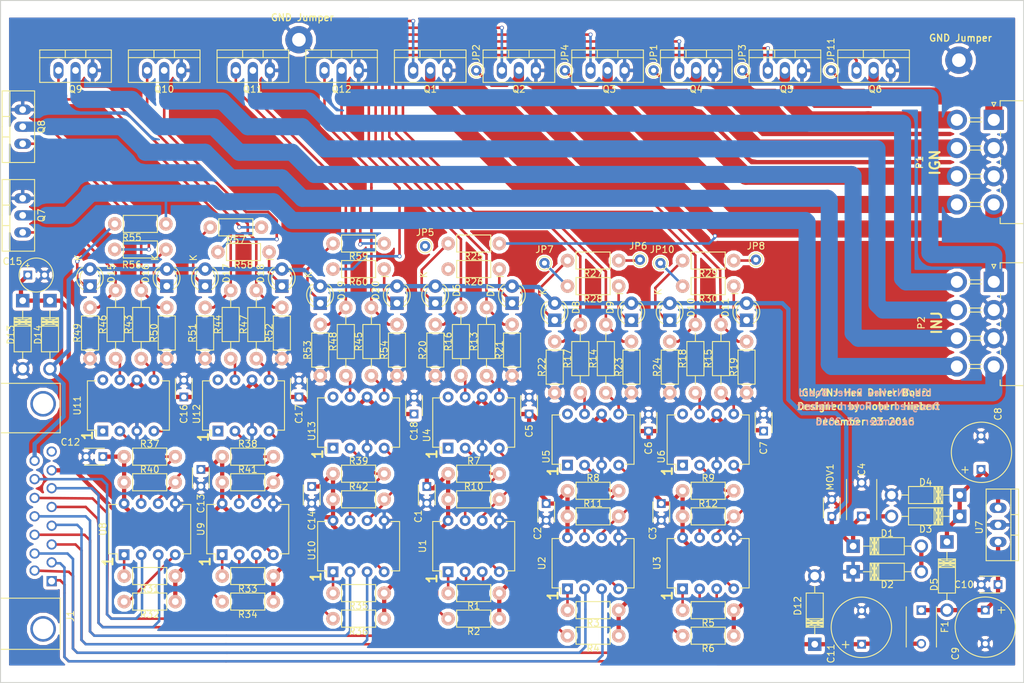
<source format=kicad_pcb>
(kicad_pcb (version 4) (host pcbnew 4.0.4-stable)
  (layers (0 F.Cu signal hide) (31 B.Cu signal) (34 B.Paste user hide) (35 F.Paste user hide) (36 B.SilkS user hide) (37 F.SilkS user) (38 B.Mask user) (39 F.Mask user) (44 Edge.Cuts user))
  (net 0 "")
  (net 1 +5V)
  (net 2 GND)
  (net 3 VBatt)
  (net 4 "Net-(C8-Pad1)")
  (net 5 "Net-(C10-Pad1)")
  (net 6 "Net-(C15-Pad1)")
  (net 7 "Net-(D1-Pad2)")
  (net 8 IGNspare-cntrl)
  (net 9 IGN4&7-cntrl)
  (net 10 IGN10&5-cntrl)
  (net 11 INJspare-cntrl)
  (net 12 INJ5&8-cntrl)
  (net 13 INJ9&4-cntrl)
  (net 14 +5V_MS)
  (net 15 "Net-(J1-Pad8)")
  (net 16 IGN3&2-cntrl)
  (net 17 IGN9&8-cntrl)
  (net 18 IGN1&6-cntrl)
  (net 19 INJ7&2-cntrl)
  (net 20 INJ3&6-cntrl)
  (net 21 INJ1&10-cntrl)
  (net 22 IGN1&6)
  (net 23 IGNspare)
  (net 24 IGN10&5)
  (net 25 IGN9&8)
  (net 26 IGN4&7)
  (net 27 IGN3&2)
  (net 28 INJ1&10)
  (net 29 INJspare)
  (net 30 INJ9&4)
  (net 31 INJ3&6)
  (net 32 INJ5&8)
  (net 33 INJ7&2)
  (net 34 "Net-(Q1-Pad1)")
  (net 35 "Net-(Q2-Pad1)")
  (net 36 "Net-(Q3-Pad1)")
  (net 37 "Net-(Q4-Pad1)")
  (net 38 "Net-(Q5-Pad1)")
  (net 39 "Net-(Q6-Pad1)")
  (net 40 "Net-(Q7-Pad1)")
  (net 41 "Net-(Q8-Pad1)")
  (net 42 "Net-(Q9-Pad1)")
  (net 43 "Net-(Q10-Pad1)")
  (net 44 "Net-(Q11-Pad1)")
  (net 45 "Net-(Q12-Pad1)")
  (net 46 "Net-(R1-Pad1)")
  (net 47 "Net-(R2-Pad1)")
  (net 48 "Net-(R3-Pad1)")
  (net 49 "Net-(R4-Pad1)")
  (net 50 "Net-(R5-Pad1)")
  (net 51 "Net-(R6-Pad1)")
  (net 52 "Net-(R7-Pad1)")
  (net 53 "Net-(R8-Pad1)")
  (net 54 "Net-(R9-Pad1)")
  (net 55 "Net-(R10-Pad1)")
  (net 56 "Net-(R11-Pad1)")
  (net 57 "Net-(R12-Pad1)")
  (net 58 "Net-(R13-Pad1)")
  (net 59 "Net-(R14-Pad1)")
  (net 60 "Net-(R15-Pad1)")
  (net 61 "Net-(R16-Pad2)")
  (net 62 "Net-(R17-Pad2)")
  (net 63 "Net-(R18-Pad2)")
  (net 64 "Net-(R31-Pad1)")
  (net 65 "Net-(R32-Pad1)")
  (net 66 "Net-(R33-Pad1)")
  (net 67 "Net-(R34-Pad1)")
  (net 68 "Net-(R35-Pad1)")
  (net 69 "Net-(R36-Pad1)")
  (net 70 "Net-(R37-Pad1)")
  (net 71 "Net-(R38-Pad1)")
  (net 72 "Net-(R39-Pad1)")
  (net 73 "Net-(R40-Pad1)")
  (net 74 "Net-(R41-Pad1)")
  (net 75 "Net-(R42-Pad1)")
  (net 76 "Net-(R43-Pad1)")
  (net 77 "Net-(R44-Pad1)")
  (net 78 "Net-(R45-Pad1)")
  (net 79 "Net-(R46-Pad2)")
  (net 80 "Net-(R47-Pad2)")
  (net 81 "Net-(R48-Pad2)")
  (net 82 "Net-(U4-Pad1)")
  (net 83 "Net-(U4-Pad8)")
  (net 84 "Net-(U5-Pad1)")
  (net 85 "Net-(U5-Pad8)")
  (net 86 "Net-(U6-Pad1)")
  (net 87 "Net-(U6-Pad8)")
  (net 88 "Net-(U11-Pad1)")
  (net 89 "Net-(U11-Pad8)")
  (net 90 "Net-(U12-Pad1)")
  (net 91 "Net-(U12-Pad8)")
  (net 92 "Net-(U13-Pad1)")
  (net 93 "Net-(U13-Pad8)")
  (net 94 "Net-(D6-Pad2)")
  (net 95 "Net-(D7-Pad2)")
  (net 96 "Net-(D8-Pad2)")
  (net 97 "Net-(D9-Pad2)")
  (net 98 "Net-(D10-Pad2)")
  (net 99 "Net-(D11-Pad2)")
  (net 100 "Net-(D15-Pad2)")
  (net 101 "Net-(D16-Pad2)")
  (net 102 "Net-(D17-Pad2)")
  (net 103 "Net-(D18-Pad2)")
  (net 104 "Net-(D19-Pad2)")
  (net 105 "Net-(D20-Pad2)")
  (module Connect:DB15FC (layer F.Cu) (at 87.63 114.935 90)
    (fp_text reference J1 (at -14.859 4.064 90) (layer F.SilkS))
    (fp_text value DB15)
    (pad "" thru_hole circle (at 16.764 0 90) (size 3.81 3.81) (drill 3.048) (layers *.Cu *.Mask))
    (pad "" thru_hole circle (at -16.764 0 90) (size 3.81 3.81) (drill 3.048) (layers *.Cu *.Mask))
    (pad 1 thru_hole rect (at -9.652 1.27 90) (size 1.524 1.524) (drill 1.016) (layers *.Cu *.Mask) (net 8 IGNspare-cntrl))
    (pad 2 thru_hole circle (at -6.858 1.27 90) (size 1.524 1.524) (drill 1.016) (layers *.Cu *.Mask) (net 9 IGN4&7-cntrl))
    (pad 3 thru_hole circle (at -4.191 1.27 90) (size 1.524 1.524) (drill 1.016) (layers *.Cu *.Mask) (net 10 IGN10&5-cntrl))
    (pad 4 thru_hole circle (at -1.397 1.27 90) (size 1.524 1.524) (drill 1.016) (layers *.Cu *.Mask) (net 11 INJspare-cntrl))
    (pad 5 thru_hole circle (at 1.397 1.27 90) (size 1.524 1.524) (drill 1.016) (layers *.Cu *.Mask) (net 12 INJ5&8-cntrl))
    (pad 6 thru_hole circle (at 4.191 1.27 90) (size 1.524 1.524) (drill 1.016) (layers *.Cu *.Mask) (net 13 INJ9&4-cntrl))
    (pad 7 thru_hole circle (at 6.858 1.27 90) (size 1.524 1.524) (drill 1.016) (layers *.Cu *.Mask) (net 14 +5V_MS))
    (pad 8 thru_hole circle (at 9.652 1.27 90) (size 1.524 1.524) (drill 1.016) (layers *.Cu *.Mask) (net 15 "Net-(J1-Pad8)"))
    (pad 9 thru_hole circle (at -8.0772 -1.27 90) (size 1.524 1.524) (drill 1.016) (layers *.Cu *.Mask) (net 16 IGN3&2-cntrl))
    (pad 10 thru_hole circle (at -5.5372 -1.27 90) (size 1.524 1.524) (drill 1.016) (layers *.Cu *.Mask) (net 17 IGN9&8-cntrl))
    (pad 11 thru_hole circle (at -2.7432 -1.27 90) (size 1.524 1.524) (drill 1.016) (layers *.Cu *.Mask) (net 18 IGN1&6-cntrl))
    (pad 12 thru_hole circle (at 0 -1.27 90) (size 1.524 1.524) (drill 1.016) (layers *.Cu *.Mask) (net 19 INJ7&2-cntrl))
    (pad 13 thru_hole circle (at 2.7432 -1.27 90) (size 1.524 1.524) (drill 1.016) (layers *.Cu *.Mask) (net 20 INJ3&6-cntrl))
    (pad 14 thru_hole circle (at 5.5372 -1.27 90) (size 1.524 1.524) (drill 1.016) (layers *.Cu *.Mask) (net 21 INJ1&10-cntrl))
    (pad 15 thru_hole circle (at 8.2804 -1.27 90) (size 1.524 1.524) (drill 1.016) (layers *.Cu *.Mask) (net 3 VBatt))
  )
  (module Connect:PINTST (layer F.Cu) (at 125.73 43.942)
    (fp_text reference "" (at 0 -1.26746) (layer F.SilkS))
    (fp_text value "")
    (pad 1 thru_hole circle (at 0 0) (size 4.064 4.064) (drill 2.032) (layers *.Cu *.Mask) (net 2 GND))
  )
  (module Connect:PINTST (layer F.Cu) (at 224.028 46.99)
    (fp_text reference "" (at 0.18 -2.99) (layer F.SilkS))
    (fp_text value "")
    (pad 1 thru_hole circle (at 0 0) (size 4.064 4.064) (drill 2.032) (layers *.Cu *.Mask) (net 2 GND))
  )
  (module Connect:1pin (layer F.Cu) (at 204.978 48.514)
    (fp_text reference JP11 (at 0 -3.048 90) (layer F.SilkS))
    (fp_text value Jumper-Pad)
    (pad 1 thru_hole circle (at 0 0) (size 1.524 1.524) (drill 0.762) (layers *.Cu *.Mask) (net 23 IGNspare))
  )
  (module Connect:1pin (layer F.Cu) (at 179.578 77.216)
    (fp_text reference JP10 (at 0.254 -2.032) (layer F.SilkS))
    (fp_text value Jumper-Pad)
    (pad 1 thru_hole circle (at 0 0) (size 1.524 1.524) (drill 0.762) (layers *.Cu *.Mask) (net 23 IGNspare))
  )
  (module Connect:1pin (layer F.Cu) (at 193.802 76.708)
    (fp_text reference JP8 (at 0 -2.032) (layer F.SilkS))
    (fp_text value Jumper-Pad)
    (pad 1 thru_hole circle (at 0 0) (size 1.524 1.524) (drill 0.762) (layers *.Cu *.Mask) (net 27 IGN3&2))
  )
  (module Connect:1pin (layer F.Cu) (at 162.306 77.216)
    (fp_text reference JP7 (at 0 -2.032) (layer F.SilkS))
    (fp_text value Jumper-Pad)
    (pad 1 thru_hole circle (at 0 0) (size 1.524 1.524) (drill 0.762) (layers *.Cu *.Mask) (net 26 IGN4&7))
  )
  (module Connect:1pin (layer F.Cu) (at 176.53 76.708)
    (fp_text reference JP6 (at -0.254 -2.032) (layer F.SilkS))
    (fp_text value Jumper-Pad)
    (pad 1 thru_hole circle (at 0 0) (size 1.524 1.524) (drill 0.762) (layers *.Cu *.Mask) (net 25 IGN9&8))
  )
  (module Connect:1pin (layer F.Cu) (at 144.526 74.676)
    (fp_text reference JP5 (at 0 -2.032) (layer F.SilkS))
    (fp_text value Jumper-Pad)
    (pad 1 thru_hole circle (at 0 0) (size 1.524 1.524) (drill 0.762) (layers *.Cu *.Mask) (net 24 IGN10&5))
  )
  (module Connect:1pin (layer F.Cu) (at 165.354 48.514)
    (fp_text reference JP4 (at 0 -2.54 90) (layer F.SilkS))
    (fp_text value Jumper-Pad)
    (pad 1 thru_hole circle (at 0 0) (size 1.524 1.524) (drill 0.762) (layers *.Cu *.Mask) (net 25 IGN9&8))
  )
  (module Connect:1pin (layer F.Cu) (at 191.77 48.514)
    (fp_text reference JP3 (at 0 -2.54 90) (layer F.SilkS))
    (fp_text value Jumper-Pad)
    (pad 1 thru_hole circle (at 0 0) (size 1.524 1.524) (drill 0.762) (layers *.Cu *.Mask) (net 27 IGN3&2))
  )
  (module Connect:1pin (layer F.Cu) (at 152.146 48.514)
    (fp_text reference JP2 (at 0 -2.54 90) (layer F.SilkS))
    (fp_text value Jumper-Pad)
    (pad 1 thru_hole circle (at 0 0) (size 1.524 1.524) (drill 0.762) (layers *.Cu *.Mask) (net 24 IGN10&5))
  )
  (module Connect:1pin (layer F.Cu) (at 178.562 48.514)
    (fp_text reference JP1 (at 0 -2.54 90) (layer F.SilkS))
    (fp_text value Jumper-Pad)
    (pad 1 thru_hole circle (at 0 0) (size 1.524 1.524) (drill 0.762) (layers *.Cu *.Mask) (net 26 IGN4&7))
  )
  (module Capacitors_ThroughHole:C_Radial_D5_L6_P2.5 (layer F.Cu) (at 85.344 78.994)
    (fp_text reference C15 (at -2.286 -2.032) (layer F.SilkS))
    (fp_text value 4.7uF)
    (pad 1 thru_hole rect (at 0 0) (size 1.3 1.3) (drill 0.8) (layers *.Cu *.Mask) (net 6 "Net-(C15-Pad1)"))
    (pad 2 thru_hole circle (at 2.5 0) (size 1.3 1.3) (drill 0.8) (layers *.Cu *.Mask) (net 2 GND))
  )
  (module Capacitors_ThroughHole:C_Radial_D10_L13_P5 (layer F.Cu) (at 227.33 107.95 90)
    (fp_text reference C8 (at 8.255 2.54 90) (layer F.SilkS))
    (fp_text value 33uF)
    (pad 1 thru_hole rect (at 0 0 90) (size 1.3 1.3) (drill 0.8) (layers *.Cu *.Mask) (net 4 "Net-(C8-Pad1)"))
    (pad 2 thru_hole circle (at 5 0 90) (size 1.3 1.3) (drill 0.8) (layers *.Cu *.Mask) (net 2 GND))
  )
  (module Capacitors_ThroughHole:C_Radial_D10_L13_P5 (layer F.Cu) (at 227.965 128.905 270)
    (fp_text reference C9 (at 6.477 4.445 270) (layer F.SilkS))
    (fp_text value 33uF)
    (pad 1 thru_hole rect (at 0 0 270) (size 1.3 1.3) (drill 0.8) (layers *.Cu *.Mask) (net 5 "Net-(C10-Pad1)"))
    (pad 2 thru_hole circle (at 5 0 270) (size 1.3 1.3) (drill 0.8) (layers *.Cu *.Mask) (net 2 GND))
  )
  (module C_Tant_D.315_L.2 (layer F.Cu) (at 209.55 133.985 90)
    (fp_text reference C11 (at -1.397 -4.572 90) (layer F.SilkS))
    (fp_text value 47uF)
    (pad 1 thru_hole rect (at 0 0 90) (size 1.3 1.3) (drill 0.8) (layers *.Cu *.Mask) (net 1 +5V))
    (pad 2 thru_hole circle (at 5 0 90) (size 1.3 1.3) (drill 0.8) (layers *.Cu *.Mask) (net 2 GND))
  )
  (module Capacitors_ThroughHole:C_Disc_D3_P2.5 (layer F.Cu) (at 144.78 110.49 270)
    (fp_text reference C1 (at 4.445 1.27 270) (layer F.SilkS))
    (fp_text value 0.1uF)
    (pad 1 thru_hole rect (at 0 0 270) (size 1.3 1.3) (drill 0.8) (layers *.Cu *.Mask) (net 1 +5V))
    (pad 2 thru_hole circle (at 2.5 0 270) (size 1.3 1.3) (drill 0.8001) (layers *.Cu *.Mask) (net 2 GND))
  )
  (module Capacitors_ThroughHole:C_Disc_D3_P2.5 (layer F.Cu) (at 162.56 113.03 270)
    (fp_text reference C2 (at 4.445 1.27 270) (layer F.SilkS))
    (fp_text value 0.1uF)
    (pad 1 thru_hole rect (at 0 0 270) (size 1.3 1.3) (drill 0.8) (layers *.Cu *.Mask) (net 1 +5V))
    (pad 2 thru_hole circle (at 2.5 0 270) (size 1.3 1.3) (drill 0.8001) (layers *.Cu *.Mask) (net 2 GND))
  )
  (module Capacitors_ThroughHole:C_Disc_D3_P2.5 (layer F.Cu) (at 179.705 113.03 270)
    (fp_text reference C3 (at 4.445 1.27 270) (layer F.SilkS))
    (fp_text value 0.1uF)
    (pad 1 thru_hole rect (at 0 0 270) (size 1.3 1.3) (drill 0.8) (layers *.Cu *.Mask) (net 1 +5V))
    (pad 2 thru_hole circle (at 2.5 0 270) (size 1.3 1.3) (drill 0.8001) (layers *.Cu *.Mask) (net 2 GND))
  )
  (module Capacitors_ThroughHole:C_Disc_D6_P5 (layer F.Cu) (at 209.55 114.935 90)
    (fp_text reference C4 (at 6.985 0 90) (layer F.SilkS))
    (fp_text value 0.001uF)
    (pad 1 thru_hole rect (at 0 0 90) (size 1.4 1.4) (drill 0.9) (layers *.Cu *.Mask) (net 3 VBatt))
    (pad 2 thru_hole circle (at 5 0 90) (size 1.4 1.4) (drill 0.9) (layers *.Cu *.Mask) (net 2 GND))
  )
  (module Capacitors_ThroughHole:C_Disc_D3_P2.5 (layer F.Cu) (at 160.02 99.695 90)
    (fp_text reference C5 (at -2.54 0 90) (layer F.SilkS))
    (fp_text value 0.1uF)
    (pad 1 thru_hole rect (at 0 0 90) (size 1.3 1.3) (drill 0.8) (layers *.Cu *.Mask) (net 1 +5V))
    (pad 2 thru_hole circle (at 2.5 0 90) (size 1.3 1.3) (drill 0.8001) (layers *.Cu *.Mask) (net 2 GND))
  )
  (module Capacitors_ThroughHole:C_Disc_D3_P2.5 (layer F.Cu) (at 177.8 102.235 90)
    (fp_text reference C6 (at -2.54 0 90) (layer F.SilkS))
    (fp_text value 0.1uF)
    (pad 1 thru_hole rect (at 0 0 90) (size 1.3 1.3) (drill 0.8) (layers *.Cu *.Mask) (net 1 +5V))
    (pad 2 thru_hole circle (at 2.5 0 90) (size 1.3 1.3) (drill 0.8001) (layers *.Cu *.Mask) (net 2 GND))
  )
  (module Capacitors_ThroughHole:C_Disc_D3_P2.5 (layer F.Cu) (at 194.945 102.235 90)
    (fp_text reference C7 (at -2.54 0 90) (layer F.SilkS))
    (fp_text value 0.1uF)
    (pad 1 thru_hole rect (at 0 0 90) (size 1.3 1.3) (drill 0.8) (layers *.Cu *.Mask) (net 1 +5V))
    (pad 2 thru_hole circle (at 2.5 0 90) (size 1.3 1.3) (drill 0.8001) (layers *.Cu *.Mask) (net 2 GND))
  )
  (module Capacitors_ThroughHole:C_Disc_D3_P2.5 (layer F.Cu) (at 229.87 125.095 180)
    (fp_text reference C10 (at 5.08 0 180) (layer F.SilkS))
    (fp_text value 0.1uF)
    (pad 1 thru_hole rect (at 0 0 180) (size 1.3 1.3) (drill 0.8) (layers *.Cu *.Mask) (net 5 "Net-(C10-Pad1)"))
    (pad 2 thru_hole circle (at 2.5 0 180) (size 1.3 1.3) (drill 0.8001) (layers *.Cu *.Mask) (net 2 GND))
  )
  (module Capacitors_ThroughHole:C_Disc_D3_P2.5 (layer F.Cu) (at 96.52 106.045 180)
    (fp_text reference C12 (at 4.826 2.159 180) (layer F.SilkS))
    (fp_text value 0.1uF)
    (pad 1 thru_hole rect (at 0 0 180) (size 1.3 1.3) (drill 0.8) (layers *.Cu *.Mask) (net 1 +5V))
    (pad 2 thru_hole circle (at 2.5 0 180) (size 1.3 1.3) (drill 0.8001) (layers *.Cu *.Mask) (net 2 GND))
  )
  (module Capacitors_ThroughHole:C_Disc_D3_P2.5 (layer F.Cu) (at 111.125 107.95 270)
    (fp_text reference C13 (at 5.08 0 270) (layer F.SilkS))
    (fp_text value 0.1uF)
    (pad 1 thru_hole rect (at 0 0 270) (size 1.3 1.3) (drill 0.8) (layers *.Cu *.Mask) (net 1 +5V))
    (pad 2 thru_hole circle (at 2.5 0 270) (size 1.3 1.3) (drill 0.8001) (layers *.Cu *.Mask) (net 2 GND))
  )
  (module Capacitors_ThroughHole:C_Disc_D3_P2.5 (layer F.Cu) (at 127.635 110.49 270)
    (fp_text reference C14 (at 5.08 0 270) (layer F.SilkS))
    (fp_text value 0.1uF)
    (pad 1 thru_hole rect (at 0 0 270) (size 1.3 1.3) (drill 0.8) (layers *.Cu *.Mask) (net 1 +5V))
    (pad 2 thru_hole circle (at 2.5 0 270) (size 1.3 1.3) (drill 0.8001) (layers *.Cu *.Mask) (net 2 GND))
  )
  (module Capacitors_ThroughHole:C_Disc_D3_P2.5 (layer F.Cu) (at 108.585 97.155 90)
    (fp_text reference C16 (at -2.54 0 90) (layer F.SilkS))
    (fp_text value 0.1uF)
    (pad 1 thru_hole rect (at 0 0 90) (size 1.3 1.3) (drill 0.8) (layers *.Cu *.Mask) (net 6 "Net-(C15-Pad1)"))
    (pad 2 thru_hole circle (at 2.5 0 90) (size 1.3 1.3) (drill 0.8001) (layers *.Cu *.Mask) (net 2 GND))
  )
  (module Capacitors_ThroughHole:C_Disc_D3_P2.5 (layer F.Cu) (at 125.73 97.155 90)
    (fp_text reference C17 (at -2.54 0 90) (layer F.SilkS))
    (fp_text value 0.1uF)
    (pad 1 thru_hole rect (at 0 0 90) (size 1.3 1.3) (drill 0.8) (layers *.Cu *.Mask) (net 6 "Net-(C15-Pad1)"))
    (pad 2 thru_hole circle (at 2.5 0 90) (size 1.3 1.3) (drill 0.8001) (layers *.Cu *.Mask) (net 2 GND))
  )
  (module Capacitors_ThroughHole:C_Disc_D3_P2.5 (layer F.Cu) (at 142.875 99.695 90)
    (fp_text reference C18 (at -2.54 0 90) (layer F.SilkS))
    (fp_text value 0.1uF)
    (pad 1 thru_hole rect (at 0 0 90) (size 1.3 1.3) (drill 0.8) (layers *.Cu *.Mask) (net 6 "Net-(C15-Pad1)"))
    (pad 2 thru_hole circle (at 2.5 0 90) (size 1.3 1.3) (drill 0.8001) (layers *.Cu *.Mask) (net 2 GND))
  )
  (module Diodes_ThroughHole:Diode_DO-41_SOD81_Horizontal_RM10 (layer F.Cu) (at 208.28 119.38)
    (fp_text reference D1 (at 5.08 -1.905) (layer F.SilkS))
    (fp_text value 1N4001)
    (pad 2 thru_hole circle (at 10.16 -0.00254 180) (size 1.99898 1.99898) (drill 1.27) (layers *.Cu *.Mask) (net 7 "Net-(D1-Pad2)"))
    (pad 1 thru_hole rect (at 0 -0.00254 180) (size 1.99898 1.99898) (drill 1.00076) (layers *.Cu *.Mask) (net 3 VBatt))
  )
  (module Diodes_ThroughHole:Diode_DO-41_SOD81_Horizontal_RM10 (layer F.Cu) (at 208.28 123.19)
    (fp_text reference D2 (at 5.08 1.905) (layer F.SilkS))
    (fp_text value "12V 1W")
    (pad 2 thru_hole circle (at 10.16 -0.00254 180) (size 1.99898 1.99898) (drill 1.27) (layers *.Cu *.Mask) (net 7 "Net-(D1-Pad2)"))
    (pad 1 thru_hole rect (at 0 -0.00254 180) (size 1.99898 1.99898) (drill 1.00076) (layers *.Cu *.Mask) (net 2 GND))
  )
  (module Diodes_ThroughHole:Diode_DO-41_SOD81_Horizontal_RM10 (layer F.Cu) (at 224.155 114.935 180)
    (fp_text reference D3 (at 5.08 -1.905 180) (layer F.SilkS))
    (fp_text value 1N4001)
    (pad 2 thru_hole circle (at 10.16 -0.00254) (size 1.99898 1.99898) (drill 1.27) (layers *.Cu *.Mask) (net 3 VBatt))
    (pad 1 thru_hole rect (at 0 -0.00254) (size 1.99898 1.99898) (drill 1.00076) (layers *.Cu *.Mask) (net 4 "Net-(C8-Pad1)"))
  )
  (module Diodes_ThroughHole:Diode_DO-41_SOD81_Horizontal_RM10 (layer F.Cu) (at 224.155 111.76 180)
    (fp_text reference D4 (at 5.08 1.905 180) (layer F.SilkS))
    (fp_text value "22V 1W")
    (pad 2 thru_hole circle (at 10.16 -0.00254) (size 1.99898 1.99898) (drill 1.27) (layers *.Cu *.Mask) (net 2 GND))
    (pad 1 thru_hole rect (at 0 -0.00254) (size 1.99898 1.99898) (drill 1.00076) (layers *.Cu *.Mask) (net 4 "Net-(C8-Pad1)"))
  )
  (module LEDs:LED-3MM (layer F.Cu) (at 146.05 80.645 270)
    (fp_text reference D6 (at 0.635 -3.175 270) (layer F.SilkS))
    (fp_text value LED)
    (fp_text user K (at -1.69 1.74 270) (layer F.SilkS))
    (pad 1 thru_hole circle (at 0 0) (size 2 2) (drill 1.00076) (layers *.Cu *.Mask) (net 3 VBatt))
    (pad 2 thru_hole rect (at 2.54 0 270) (size 2 2) (drill 1.00076) (layers *.Cu *.Mask) (net 94 "Net-(D6-Pad2)"))
  )
  (module LEDs:LED-3MM (layer F.Cu) (at 157.48 80.645 270)
    (fp_text reference D7 (at 0.635 3.175 270) (layer F.SilkS))
    (fp_text value LED)
    (fp_text user K (at -1.69 1.74 270) (layer F.SilkS))
    (pad 1 thru_hole circle (at 0 0) (size 2 2) (drill 1.00076) (layers *.Cu *.Mask) (net 3 VBatt))
    (pad 2 thru_hole rect (at 2.54 0 270) (size 2 2) (drill 1.00076) (layers *.Cu *.Mask) (net 95 "Net-(D7-Pad2)"))
  )
  (module LEDs:LED-3MM (layer F.Cu) (at 163.83 83.185 270)
    (fp_text reference D8 (at 0.635 -3.175 270) (layer F.SilkS))
    (fp_text value LED)
    (fp_text user K (at -1.69 1.74 270) (layer F.SilkS))
    (pad 1 thru_hole circle (at 0 0) (size 2 2) (drill 1.00076) (layers *.Cu *.Mask) (net 3 VBatt))
    (pad 2 thru_hole rect (at 2.54 0 270) (size 2 2) (drill 1.00076) (layers *.Cu *.Mask) (net 96 "Net-(D8-Pad2)"))
  )
  (module LEDs:LED-3MM (layer F.Cu) (at 175.26 83.185 270)
    (fp_text reference D9 (at 0.635 3.175 270) (layer F.SilkS))
    (fp_text value LED)
    (fp_text user K (at -1.69 1.74 270) (layer F.SilkS))
    (pad 1 thru_hole circle (at 0 0) (size 2 2) (drill 1.00076) (layers *.Cu *.Mask) (net 3 VBatt))
    (pad 2 thru_hole rect (at 2.54 0 270) (size 2 2) (drill 1.00076) (layers *.Cu *.Mask) (net 97 "Net-(D9-Pad2)"))
  )
  (module LEDs:LED-3MM (layer F.Cu) (at 180.975 83.185 270)
    (fp_text reference D10 (at 0.635 -3.175 270) (layer F.SilkS))
    (fp_text value LED)
    (fp_text user K (at -1.69 1.74 270) (layer F.SilkS))
    (pad 1 thru_hole circle (at 0 0) (size 2 2) (drill 1.00076) (layers *.Cu *.Mask) (net 3 VBatt))
    (pad 2 thru_hole rect (at 2.54 0 270) (size 2 2) (drill 1.00076) (layers *.Cu *.Mask) (net 98 "Net-(D10-Pad2)"))
  )
  (module LEDs:LED-3MM (layer F.Cu) (at 192.405 83.185 270)
    (fp_text reference D11 (at 0.635 3.175 270) (layer F.SilkS))
    (fp_text value LED)
    (fp_text user K (at -1.69 1.74 270) (layer F.SilkS))
    (pad 1 thru_hole circle (at 0 0) (size 2 2) (drill 1.00076) (layers *.Cu *.Mask) (net 3 VBatt))
    (pad 2 thru_hole rect (at 2.54 0 270) (size 2 2) (drill 1.00076) (layers *.Cu *.Mask) (net 99 "Net-(D11-Pad2)"))
  )
  (module Diodes_ThroughHole:Diode_DO-41_SOD81_Horizontal_RM10 (layer F.Cu) (at 202.565 133.985 90)
    (fp_text reference D12 (at 5.715 -2.54 90) (layer F.SilkS))
    (fp_text value "5.6V 1W")
    (pad 2 thru_hole circle (at 10.16 -0.00254 270) (size 1.99898 1.99898) (drill 1.27) (layers *.Cu *.Mask) (net 2 GND))
    (pad 1 thru_hole rect (at 0 -0.00254 270) (size 1.99898 1.99898) (drill 1.00076) (layers *.Cu *.Mask) (net 1 +5V))
  )
  (module Diodes_ThroughHole:Diode_DO-41_SOD81_Horizontal_RM10 (layer F.Cu) (at 84.582 82.804 270)
    (fp_text reference D13 (at 5.08 1.778 270) (layer F.SilkS))
    (fp_text value 24V)
    (pad 2 thru_hole circle (at 10.16 -0.00254 90) (size 1.99898 1.99898) (drill 1.27) (layers *.Cu *.Mask) (net 2 GND))
    (pad 1 thru_hole rect (at 0 -0.00254 90) (size 1.99898 1.99898) (drill 1.00076) (layers *.Cu *.Mask) (net 6 "Net-(C15-Pad1)"))
  )
  (module Diodes_ThroughHole:Diode_DO-41_SOD81_Horizontal_RM10 (layer F.Cu) (at 88.646 82.804 270)
    (fp_text reference D14 (at 5.08 1.778 270) (layer F.SilkS))
    (fp_text value 1N4001)
    (pad 2 thru_hole circle (at 10.16 -0.00254 90) (size 1.99898 1.99898) (drill 1.27) (layers *.Cu *.Mask) (net 3 VBatt))
    (pad 1 thru_hole rect (at 0 -0.00254 90) (size 1.99898 1.99898) (drill 1.00076) (layers *.Cu *.Mask) (net 6 "Net-(C15-Pad1)"))
  )
  (module LEDs:LED-3MM (layer F.Cu) (at 94.615 78.105 270)
    (fp_text reference D15 (at 0.635 -3.175 270) (layer F.SilkS))
    (fp_text value LED)
    (fp_text user K (at -1.69 1.74 270) (layer F.SilkS))
    (pad 1 thru_hole circle (at 0 0) (size 2 2) (drill 1.00076) (layers *.Cu *.Mask) (net 3 VBatt))
    (pad 2 thru_hole rect (at 2.54 0 270) (size 2 2) (drill 1.00076) (layers *.Cu *.Mask) (net 100 "Net-(D15-Pad2)"))
  )
  (module LEDs:LED-3MM (layer F.Cu) (at 106.045 78.105 270)
    (fp_text reference D16 (at 0.635 3.175 270) (layer F.SilkS))
    (fp_text value LED)
    (fp_text user K (at -1.69 1.74 270) (layer F.SilkS))
    (pad 1 thru_hole circle (at 0 0) (size 2 2) (drill 1.00076) (layers *.Cu *.Mask) (net 3 VBatt))
    (pad 2 thru_hole rect (at 2.54 0 270) (size 2 2) (drill 1.00076) (layers *.Cu *.Mask) (net 101 "Net-(D16-Pad2)"))
  )
  (module LEDs:LED-3MM (layer F.Cu) (at 111.76 78.105 270)
    (fp_text reference D17 (at 0.635 -3.175 270) (layer F.SilkS))
    (fp_text value LED)
    (fp_text user K (at -1.69 1.74 270) (layer F.SilkS))
    (pad 1 thru_hole circle (at 0 0) (size 2 2) (drill 1.00076) (layers *.Cu *.Mask) (net 3 VBatt))
    (pad 2 thru_hole rect (at 2.54 0 270) (size 2 2) (drill 1.00076) (layers *.Cu *.Mask) (net 102 "Net-(D17-Pad2)"))
  )
  (module LEDs:LED-3MM (layer F.Cu) (at 123.19 78.105 270)
    (fp_text reference D18 (at 0.635 3.175 270) (layer F.SilkS))
    (fp_text value LED)
    (fp_text user K (at -1.69 1.74 270) (layer F.SilkS))
    (pad 1 thru_hole circle (at 0 0) (size 2 2) (drill 1.00076) (layers *.Cu *.Mask) (net 3 VBatt))
    (pad 2 thru_hole rect (at 2.54 0 270) (size 2 2) (drill 1.00076) (layers *.Cu *.Mask) (net 103 "Net-(D18-Pad2)"))
  )
  (module LEDs:LED-3MM (layer F.Cu) (at 128.905 80.645 270)
    (fp_text reference D19 (at 0.635 -3.175 270) (layer F.SilkS))
    (fp_text value LED)
    (fp_text user K (at -1.69 1.74 270) (layer F.SilkS))
    (pad 1 thru_hole circle (at 0 0) (size 2 2) (drill 1.00076) (layers *.Cu *.Mask) (net 3 VBatt))
    (pad 2 thru_hole rect (at 2.54 0 270) (size 2 2) (drill 1.00076) (layers *.Cu *.Mask) (net 104 "Net-(D19-Pad2)"))
  )
  (module LEDs:LED-3MM (layer F.Cu) (at 140.335 80.645 270)
    (fp_text reference D20 (at 0.635 3.175 270) (layer F.SilkS))
    (fp_text value LED)
    (fp_text user K (at -1.69 1.74 270) (layer F.SilkS))
    (pad 1 thru_hole circle (at 0 0) (size 2 2) (drill 1.00076) (layers *.Cu *.Mask) (net 3 VBatt))
    (pad 2 thru_hole rect (at 2.54 0 270) (size 2 2) (drill 1.00076) (layers *.Cu *.Mask) (net 105 "Net-(D20-Pad2)"))
  )
  (module Capacitors_ThroughHole:C_Disc_D6_P5 (layer F.Cu) (at 218.44 128.905 270)
    (fp_text reference F1 (at 2.5 -3.5 270) (layer F.SilkS))
    (fp_text value RXE050)
    (pad 1 thru_hole rect (at 0 0 270) (size 1.4 1.4) (drill 0.9) (layers *.Cu *.Mask) (net 5 "Net-(C10-Pad1)"))
    (pad 2 thru_hole circle (at 5 0 270) (size 1.4 1.4) (drill 0.9) (layers *.Cu *.Mask) (net 1 +5V))
  )
  (module Capacitors_ThroughHole:C_Disc_D3_P2.5 (layer F.Cu) (at 205.105 114.935 90)
    (fp_text reference MOV1 (at 5.842 -0.254 90) (layer F.SilkS))
    (fp_text value ERZ-V20D220)
    (pad 1 thru_hole rect (at 0 0 90) (size 1.3 1.3) (drill 0.8) (layers *.Cu *.Mask) (net 3 VBatt))
    (pad 2 thru_hole circle (at 2.5 0 90) (size 1.3 1.3) (drill 0.8001) (layers *.Cu *.Mask) (net 2 GND))
  )
  (module Connectors_Molex:Molex_MiniFit-JR-5569-08A2_2x04x4.20mm_Angled (layer F.Cu) (at 229.235 55.88 270)
    (fp_text reference P1 (at 6.35 11.049 270) (layer F.SilkS))
    (fp_text value Molex2x4MiniFit)
    (pad 1 thru_hole rect (at 0 0 270) (size 3 3) (drill 1.8) (layers *.Cu *.Mask) (net 23 IGNspare))
    (pad 2 thru_hole circle (at 4.2 0 270) (size 3 3) (drill 1.8) (layers *.Cu *.Mask) (net 2 GND))
    (pad 3 thru_hole circle (at 8.4 0 270) (size 3 3) (drill 1.8) (layers *.Cu *.Mask) (net 2 GND))
    (pad 4 thru_hole circle (at 12.6 0 270) (size 3 3) (drill 1.8) (layers *.Cu *.Mask) (net 22 IGN1&6))
    (pad 5 thru_hole circle (at 0 5.5 270) (size 3 3) (drill 1.8) (layers *.Cu *.Mask) (net 27 IGN3&2))
    (pad 6 thru_hole circle (at 4.2 5.5 270) (size 3 3) (drill 1.8) (layers *.Cu *.Mask) (net 26 IGN4&7))
    (pad 7 thru_hole circle (at 8.4 5.5 270) (size 3 3) (drill 1.8) (layers *.Cu *.Mask) (net 25 IGN9&8))
    (pad 8 thru_hole circle (at 12.6 5.5 270) (size 3 3) (drill 1.8) (layers *.Cu *.Mask) (net 24 IGN10&5))
    (pad "" np_thru_hole circle (at 0 -7.3 270) (size 3 3) (drill 3) (layers *.Cu))
    (pad "" np_thru_hole circle (at 12.6 -7.3 270) (size 3 3) (drill 3) (layers *.Cu))
  )
  (module Connectors_Molex:Molex_MiniFit-JR-5569-08A2_2x04x4.20mm_Angled (layer F.Cu) (at 229.235 80.01 270)
    (fp_text reference P2 (at 6.096 10.795 270) (layer F.SilkS))
    (fp_text value Molex2x4MiniFit)
    (pad 1 thru_hole rect (at 0 0 270) (size 3 3) (drill 1.8) (layers *.Cu *.Mask) (net 29 INJspare))
    (pad 2 thru_hole circle (at 4.2 0 270) (size 3 3) (drill 1.8) (layers *.Cu *.Mask) (net 2 GND))
    (pad 3 thru_hole circle (at 8.4 0 270) (size 3 3) (drill 1.8) (layers *.Cu *.Mask) (net 2 GND))
    (pad 4 thru_hole circle (at 12.6 0 270) (size 3 3) (drill 1.8) (layers *.Cu *.Mask) (net 28 INJ1&10))
    (pad 5 thru_hole circle (at 0 5.5 270) (size 3 3) (drill 1.8) (layers *.Cu *.Mask) (net 33 INJ7&2))
    (pad 6 thru_hole circle (at 4.2 5.5 270) (size 3 3) (drill 1.8) (layers *.Cu *.Mask) (net 32 INJ5&8))
    (pad 7 thru_hole circle (at 8.4 5.5 270) (size 3 3) (drill 1.8) (layers *.Cu *.Mask) (net 31 INJ3&6))
    (pad 8 thru_hole circle (at 12.6 5.5 270) (size 3 3) (drill 1.8) (layers *.Cu *.Mask) (net 30 INJ9&4))
    (pad "" np_thru_hole circle (at 0 -7.3 270) (size 3 3) (drill 3) (layers *.Cu))
    (pad "" np_thru_hole circle (at 12.6 -7.3 270) (size 3 3) (drill 3) (layers *.Cu))
  )
  (module TO_SOT_Packages_THT:TO-220_Neutral123_Vertical (layer F.Cu) (at 145.288 48.514)
    (fp_text reference Q1 (at 0 2.794) (layer F.SilkS))
    (fp_text value ISL9V3040P3)
    (pad 2 thru_hole oval (at 0 0 90) (size 2.49936 1.50114) (drill 1.00076) (layers *.Cu *.Mask) (net 22 IGN1&6))
    (pad 1 thru_hole oval (at -2.54 0 90) (size 2.49936 1.50114) (drill 1.00076) (layers *.Cu *.Mask) (net 34 "Net-(Q1-Pad1)"))
    (pad 3 thru_hole oval (at 2.54 0 90) (size 2.49936 1.50114) (drill 1.00076) (layers *.Cu *.Mask) (net 2 GND))
  )
  (module TO_SOT_Packages_THT:TO-220_Neutral123_Vertical (layer F.Cu) (at 158.496 48.514)
    (fp_text reference Q2 (at 0 2.794) (layer F.SilkS))
    (fp_text value ISL9V3040P3)
    (pad 2 thru_hole oval (at 0 0 90) (size 2.49936 1.50114) (drill 1.00076) (layers *.Cu *.Mask) (net 24 IGN10&5))
    (pad 1 thru_hole oval (at -2.54 0 90) (size 2.49936 1.50114) (drill 1.00076) (layers *.Cu *.Mask) (net 35 "Net-(Q2-Pad1)"))
    (pad 3 thru_hole oval (at 2.54 0 90) (size 2.49936 1.50114) (drill 1.00076) (layers *.Cu *.Mask) (net 2 GND))
  )
  (module TO_SOT_Packages_THT:TO-220_Neutral123_Vertical (layer F.Cu) (at 171.704 48.514)
    (fp_text reference Q3 (at 0.254 2.794) (layer F.SilkS))
    (fp_text value ISL9V3040P3)
    (pad 2 thru_hole oval (at 0 0 90) (size 2.49936 1.50114) (drill 1.00076) (layers *.Cu *.Mask) (net 25 IGN9&8))
    (pad 1 thru_hole oval (at -2.54 0 90) (size 2.49936 1.50114) (drill 1.00076) (layers *.Cu *.Mask) (net 36 "Net-(Q3-Pad1)"))
    (pad 3 thru_hole oval (at 2.54 0 90) (size 2.49936 1.50114) (drill 1.00076) (layers *.Cu *.Mask) (net 2 GND))
  )
  (module TO_SOT_Packages_THT:TO-220_Neutral123_Vertical (layer F.Cu) (at 184.912 48.514)
    (fp_text reference Q4 (at 0 2.794) (layer F.SilkS))
    (fp_text value ISL9V3040P3)
    (pad 2 thru_hole oval (at 0 0 90) (size 2.49936 1.50114) (drill 1.00076) (layers *.Cu *.Mask) (net 26 IGN4&7))
    (pad 1 thru_hole oval (at -2.54 0 90) (size 2.49936 1.50114) (drill 1.00076) (layers *.Cu *.Mask) (net 37 "Net-(Q4-Pad1)"))
    (pad 3 thru_hole oval (at 2.54 0 90) (size 2.49936 1.50114) (drill 1.00076) (layers *.Cu *.Mask) (net 2 GND))
  )
  (module TO_SOT_Packages_THT:TO-220_Neutral123_Vertical (layer F.Cu) (at 198.12 48.514)
    (fp_text reference Q5 (at 0.254 2.794) (layer F.SilkS))
    (fp_text value ISL9V3040P3)
    (pad 2 thru_hole oval (at 0 0 90) (size 2.49936 1.50114) (drill 1.00076) (layers *.Cu *.Mask) (net 27 IGN3&2))
    (pad 1 thru_hole oval (at -2.54 0 90) (size 2.49936 1.50114) (drill 1.00076) (layers *.Cu *.Mask) (net 38 "Net-(Q5-Pad1)"))
    (pad 3 thru_hole oval (at 2.54 0 90) (size 2.49936 1.50114) (drill 1.00076) (layers *.Cu *.Mask) (net 2 GND))
  )
  (module TO_SOT_Packages_THT:TO-220_Neutral123_Vertical (layer F.Cu) (at 211.328 48.514)
    (fp_text reference Q6 (at 0.254 2.794) (layer F.SilkS))
    (fp_text value ISL9V3040P3)
    (pad 2 thru_hole oval (at 0 0 90) (size 2.49936 1.50114) (drill 1.00076) (layers *.Cu *.Mask) (net 23 IGNspare))
    (pad 1 thru_hole oval (at -2.54 0 90) (size 2.49936 1.50114) (drill 1.00076) (layers *.Cu *.Mask) (net 39 "Net-(Q6-Pad1)"))
    (pad 3 thru_hole oval (at 2.54 0 90) (size 2.49936 1.50114) (drill 1.00076) (layers *.Cu *.Mask) (net 2 GND))
  )
  (module TO_SOT_Packages_THT:TO-220_Neutral123_Vertical (layer F.Cu) (at 84.582 70.104 90)
    (fp_text reference Q7 (at 0 2.794 90) (layer F.SilkS))
    (fp_text value AUIRF3205)
    (pad 2 thru_hole oval (at 0 0 180) (size 2.49936 1.50114) (drill 1.00076) (layers *.Cu *.Mask) (net 28 INJ1&10))
    (pad 1 thru_hole oval (at -2.54 0 180) (size 2.49936 1.50114) (drill 1.00076) (layers *.Cu *.Mask) (net 40 "Net-(Q7-Pad1)"))
    (pad 3 thru_hole oval (at 2.54 0 180) (size 2.49936 1.50114) (drill 1.00076) (layers *.Cu *.Mask) (net 2 GND))
  )
  (module TO_SOT_Packages_THT:TO-220_Neutral123_Vertical (layer F.Cu) (at 84.582 56.896 90)
    (fp_text reference Q8 (at 0 2.794 90) (layer F.SilkS))
    (fp_text value AUIRF3205)
    (pad 2 thru_hole oval (at 0 0 180) (size 2.49936 1.50114) (drill 1.00076) (layers *.Cu *.Mask) (net 30 INJ9&4))
    (pad 1 thru_hole oval (at -2.54 0 180) (size 2.49936 1.50114) (drill 1.00076) (layers *.Cu *.Mask) (net 41 "Net-(Q8-Pad1)"))
    (pad 3 thru_hole oval (at 2.54 0 180) (size 2.49936 1.50114) (drill 1.00076) (layers *.Cu *.Mask) (net 2 GND))
  )
  (module TO_SOT_Packages_THT:TO-220_Neutral123_Vertical (layer F.Cu) (at 92.456 48.514)
    (fp_text reference Q9 (at 0 2.794) (layer F.SilkS))
    (fp_text value AUIRF3205)
    (pad 2 thru_hole oval (at 0 0 90) (size 2.49936 1.50114) (drill 1.00076) (layers *.Cu *.Mask) (net 31 INJ3&6))
    (pad 1 thru_hole oval (at -2.54 0 90) (size 2.49936 1.50114) (drill 1.00076) (layers *.Cu *.Mask) (net 42 "Net-(Q9-Pad1)"))
    (pad 3 thru_hole oval (at 2.54 0 90) (size 2.49936 1.50114) (drill 1.00076) (layers *.Cu *.Mask) (net 2 GND))
  )
  (module TO_SOT_Packages_THT:TO-220_Neutral123_Vertical (layer F.Cu) (at 105.664 48.514)
    (fp_text reference Q10 (at 0 2.794) (layer F.SilkS))
    (fp_text value AUIRF3205)
    (pad 2 thru_hole oval (at 0 0 90) (size 2.49936 1.50114) (drill 1.00076) (layers *.Cu *.Mask) (net 32 INJ5&8))
    (pad 1 thru_hole oval (at -2.54 0 90) (size 2.49936 1.50114) (drill 1.00076) (layers *.Cu *.Mask) (net 43 "Net-(Q10-Pad1)"))
    (pad 3 thru_hole oval (at 2.54 0 90) (size 2.49936 1.50114) (drill 1.00076) (layers *.Cu *.Mask) (net 2 GND))
  )
  (module TO_SOT_Packages_THT:TO-220_Neutral123_Vertical (layer F.Cu) (at 118.872 48.514)
    (fp_text reference Q11 (at 0 2.794) (layer F.SilkS))
    (fp_text value AUIRF3205)
    (pad 2 thru_hole oval (at 0 0 90) (size 2.49936 1.50114) (drill 1.00076) (layers *.Cu *.Mask) (net 33 INJ7&2))
    (pad 1 thru_hole oval (at -2.54 0 90) (size 2.49936 1.50114) (drill 1.00076) (layers *.Cu *.Mask) (net 44 "Net-(Q11-Pad1)"))
    (pad 3 thru_hole oval (at 2.54 0 90) (size 2.49936 1.50114) (drill 1.00076) (layers *.Cu *.Mask) (net 2 GND))
  )
  (module TO_SOT_Packages_THT:TO-220_Neutral123_Vertical (layer F.Cu) (at 132.08 48.514)
    (fp_text reference Q12 (at 0 2.794) (layer F.SilkS))
    (fp_text value AUIRF3205)
    (pad 2 thru_hole oval (at 0 0 90) (size 2.49936 1.50114) (drill 1.00076) (layers *.Cu *.Mask) (net 29 INJspare))
    (pad 1 thru_hole oval (at -2.54 0 90) (size 2.49936 1.50114) (drill 1.00076) (layers *.Cu *.Mask) (net 45 "Net-(Q12-Pad1)"))
    (pad 3 thru_hole oval (at 2.54 0 90) (size 2.49936 1.50114) (drill 1.00076) (layers *.Cu *.Mask) (net 2 GND))
  )
  (module Resistors_ThroughHole:Resistor_Horizontal_RM7mm (layer F.Cu) (at 147.955 126.365)
    (fp_text reference R1 (at 3.81 1.905) (layer F.SilkS))
    (fp_text value 1k)
    (pad 1 thru_hole circle (at 0 0) (size 1.99898 1.99898) (drill 1.00076) (layers *.Cu *.SilkS *.Mask) (net 46 "Net-(R1-Pad1)"))
    (pad 2 thru_hole circle (at 7.62 0) (size 1.99898 1.99898) (drill 1.00076) (layers *.Cu *.SilkS *.Mask) (net 14 +5V_MS))
  )
  (module Resistors_ThroughHole:Resistor_Horizontal_RM7mm (layer F.Cu) (at 147.955 130.175)
    (fp_text reference R2 (at 3.81 1.905) (layer F.SilkS))
    (fp_text value 1k)
    (pad 1 thru_hole circle (at 0 0) (size 1.99898 1.99898) (drill 1.00076) (layers *.Cu *.SilkS *.Mask) (net 47 "Net-(R2-Pad1)"))
    (pad 2 thru_hole circle (at 7.62 0) (size 1.99898 1.99898) (drill 1.00076) (layers *.Cu *.SilkS *.Mask) (net 14 +5V_MS))
  )
  (module Resistors_ThroughHole:Resistor_Horizontal_RM7mm (layer F.Cu) (at 165.735 128.905)
    (fp_text reference R3 (at 3.81 1.905) (layer F.SilkS))
    (fp_text value 1k)
    (pad 1 thru_hole circle (at 0 0) (size 1.99898 1.99898) (drill 1.00076) (layers *.Cu *.SilkS *.Mask) (net 48 "Net-(R3-Pad1)"))
    (pad 2 thru_hole circle (at 7.62 0) (size 1.99898 1.99898) (drill 1.00076) (layers *.Cu *.SilkS *.Mask) (net 14 +5V_MS))
  )
  (module Resistors_ThroughHole:Resistor_Horizontal_RM7mm (layer F.Cu) (at 165.735 132.715)
    (fp_text reference R4 (at 3.81 1.905) (layer F.SilkS))
    (fp_text value 1k)
    (pad 1 thru_hole circle (at 0 0) (size 1.99898 1.99898) (drill 1.00076) (layers *.Cu *.SilkS *.Mask) (net 49 "Net-(R4-Pad1)"))
    (pad 2 thru_hole circle (at 7.62 0) (size 1.99898 1.99898) (drill 1.00076) (layers *.Cu *.SilkS *.Mask) (net 14 +5V_MS))
  )
  (module Resistors_ThroughHole:Resistor_Horizontal_RM7mm (layer F.Cu) (at 182.88 128.905)
    (fp_text reference R5 (at 3.81 1.905) (layer F.SilkS))
    (fp_text value 1k)
    (pad 1 thru_hole circle (at 0 0) (size 1.99898 1.99898) (drill 1.00076) (layers *.Cu *.SilkS *.Mask) (net 50 "Net-(R5-Pad1)"))
    (pad 2 thru_hole circle (at 7.62 0) (size 1.99898 1.99898) (drill 1.00076) (layers *.Cu *.SilkS *.Mask) (net 14 +5V_MS))
  )
  (module Resistors_ThroughHole:Resistor_Horizontal_RM7mm (layer F.Cu) (at 182.88 132.715)
    (fp_text reference R6 (at 3.81 1.905) (layer F.SilkS))
    (fp_text value 1k)
    (pad 1 thru_hole circle (at 0 0) (size 1.99898 1.99898) (drill 1.00076) (layers *.Cu *.SilkS *.Mask) (net 51 "Net-(R6-Pad1)"))
    (pad 2 thru_hole circle (at 7.62 0) (size 1.99898 1.99898) (drill 1.00076) (layers *.Cu *.SilkS *.Mask) (net 14 +5V_MS))
  )
  (module Resistors_ThroughHole:Resistor_Horizontal_RM7mm (layer F.Cu) (at 155.575 108.585 180)
    (fp_text reference R7 (at 3.81 1.905 180) (layer F.SilkS))
    (fp_text value 1k)
    (pad 1 thru_hole circle (at 0 0 180) (size 1.99898 1.99898) (drill 1.00076) (layers *.Cu *.SilkS *.Mask) (net 52 "Net-(R7-Pad1)"))
    (pad 2 thru_hole circle (at 7.62 0 180) (size 1.99898 1.99898) (drill 1.00076) (layers *.Cu *.SilkS *.Mask) (net 1 +5V))
  )
  (module Resistors_ThroughHole:Resistor_Horizontal_RM7mm (layer F.Cu) (at 173.355 111.125 180)
    (fp_text reference R8 (at 3.81 1.905 180) (layer F.SilkS))
    (fp_text value 1k)
    (pad 1 thru_hole circle (at 0 0 180) (size 1.99898 1.99898) (drill 1.00076) (layers *.Cu *.SilkS *.Mask) (net 53 "Net-(R8-Pad1)"))
    (pad 2 thru_hole circle (at 7.62 0 180) (size 1.99898 1.99898) (drill 1.00076) (layers *.Cu *.SilkS *.Mask) (net 1 +5V))
  )
  (module Resistors_ThroughHole:Resistor_Horizontal_RM7mm (layer F.Cu) (at 190.5 111.125 180)
    (fp_text reference R9 (at 3.81 1.905 180) (layer F.SilkS))
    (fp_text value 1k)
    (pad 1 thru_hole circle (at 0 0 180) (size 1.99898 1.99898) (drill 1.00076) (layers *.Cu *.SilkS *.Mask) (net 54 "Net-(R9-Pad1)"))
    (pad 2 thru_hole circle (at 7.62 0 180) (size 1.99898 1.99898) (drill 1.00076) (layers *.Cu *.SilkS *.Mask) (net 1 +5V))
  )
  (module Resistors_ThroughHole:Resistor_Horizontal_RM7mm (layer F.Cu) (at 155.575 112.395 180)
    (fp_text reference R10 (at 3.81 1.905 180) (layer F.SilkS))
    (fp_text value 1k)
    (pad 1 thru_hole circle (at 0 0 180) (size 1.99898 1.99898) (drill 1.00076) (layers *.Cu *.SilkS *.Mask) (net 55 "Net-(R10-Pad1)"))
    (pad 2 thru_hole circle (at 7.62 0 180) (size 1.99898 1.99898) (drill 1.00076) (layers *.Cu *.SilkS *.Mask) (net 1 +5V))
  )
  (module Resistors_ThroughHole:Resistor_Horizontal_RM7mm (layer F.Cu) (at 173.355 114.935 180)
    (fp_text reference R11 (at 3.81 1.905 180) (layer F.SilkS))
    (fp_text value 1k)
    (pad 1 thru_hole circle (at 0 0 180) (size 1.99898 1.99898) (drill 1.00076) (layers *.Cu *.SilkS *.Mask) (net 56 "Net-(R11-Pad1)"))
    (pad 2 thru_hole circle (at 7.62 0 180) (size 1.99898 1.99898) (drill 1.00076) (layers *.Cu *.SilkS *.Mask) (net 1 +5V))
  )
  (module Resistors_ThroughHole:Resistor_Horizontal_RM7mm (layer F.Cu) (at 190.5 114.935 180)
    (fp_text reference R12 (at 3.81 1.905 180) (layer F.SilkS))
    (fp_text value 1k)
    (pad 1 thru_hole circle (at 0 0 180) (size 1.99898 1.99898) (drill 1.00076) (layers *.Cu *.SilkS *.Mask) (net 57 "Net-(R12-Pad1)"))
    (pad 2 thru_hole circle (at 7.62 0 180) (size 1.99898 1.99898) (drill 1.00076) (layers *.Cu *.SilkS *.Mask) (net 1 +5V))
  )
  (module Resistors_ThroughHole:Resistor_Horizontal_RM10mm (layer F.Cu) (at 153.67 93.98 90)
    (fp_text reference R13 (at 5.08 -1.905 90) (layer F.SilkS))
    (fp_text value 22R)
    (pad 1 thru_hole circle (at 0 0 90) (size 1.99898 1.99898) (drill 1.00076) (layers *.Cu *.SilkS *.Mask) (net 58 "Net-(R13-Pad1)"))
    (pad 2 thru_hole circle (at 10.16 0 90) (size 1.99898 1.99898) (drill 1.00076) (layers *.Cu *.SilkS *.Mask) (net 35 "Net-(Q2-Pad1)"))
  )
  (module Resistors_ThroughHole:Resistor_Horizontal_RM10mm (layer F.Cu) (at 171.45 96.52 90)
    (fp_text reference R14 (at 5.08 -1.905 90) (layer F.SilkS))
    (fp_text value 22R)
    (pad 1 thru_hole circle (at 0 0 90) (size 1.99898 1.99898) (drill 1.00076) (layers *.Cu *.SilkS *.Mask) (net 59 "Net-(R14-Pad1)"))
    (pad 2 thru_hole circle (at 10.16 0 90) (size 1.99898 1.99898) (drill 1.00076) (layers *.Cu *.SilkS *.Mask) (net 37 "Net-(Q4-Pad1)"))
  )
  (module Resistors_ThroughHole:Resistor_Horizontal_RM10mm (layer F.Cu) (at 188.595 96.52 90)
    (fp_text reference R15 (at 5.08 -1.905 90) (layer F.SilkS))
    (fp_text value 22R)
    (pad 1 thru_hole circle (at 0 0 90) (size 1.99898 1.99898) (drill 1.00076) (layers *.Cu *.SilkS *.Mask) (net 60 "Net-(R15-Pad1)"))
    (pad 2 thru_hole circle (at 10.16 0 90) (size 1.99898 1.99898) (drill 1.00076) (layers *.Cu *.SilkS *.Mask) (net 39 "Net-(Q6-Pad1)"))
  )
  (module Resistors_ThroughHole:Resistor_Horizontal_RM10mm (layer F.Cu) (at 149.86 83.82 270)
    (fp_text reference R16 (at 5.08 1.905 270) (layer F.SilkS))
    (fp_text value 22R)
    (pad 1 thru_hole circle (at 0 0 270) (size 1.99898 1.99898) (drill 1.00076) (layers *.Cu *.SilkS *.Mask) (net 34 "Net-(Q1-Pad1)"))
    (pad 2 thru_hole circle (at 10.16 0 270) (size 1.99898 1.99898) (drill 1.00076) (layers *.Cu *.SilkS *.Mask) (net 61 "Net-(R16-Pad2)"))
  )
  (module Resistors_ThroughHole:Resistor_Horizontal_RM10mm (layer F.Cu) (at 167.64 86.36 270)
    (fp_text reference R17 (at 5.08 1.905 270) (layer F.SilkS))
    (fp_text value 22R)
    (pad 1 thru_hole circle (at 0 0 270) (size 1.99898 1.99898) (drill 1.00076) (layers *.Cu *.SilkS *.Mask) (net 36 "Net-(Q3-Pad1)"))
    (pad 2 thru_hole circle (at 10.16 0 270) (size 1.99898 1.99898) (drill 1.00076) (layers *.Cu *.SilkS *.Mask) (net 62 "Net-(R17-Pad2)"))
  )
  (module Resistors_ThroughHole:Resistor_Horizontal_RM10mm (layer F.Cu) (at 184.785 86.36 270)
    (fp_text reference R18 (at 5.08 1.905 270) (layer F.SilkS))
    (fp_text value 22R)
    (pad 1 thru_hole circle (at 0 0 270) (size 1.99898 1.99898) (drill 1.00076) (layers *.Cu *.SilkS *.Mask) (net 38 "Net-(Q5-Pad1)"))
    (pad 2 thru_hole circle (at 10.16 0 270) (size 1.99898 1.99898) (drill 1.00076) (layers *.Cu *.SilkS *.Mask) (net 63 "Net-(R18-Pad2)"))
  )
  (module Resistors_ThroughHole:Resistor_Horizontal_RM7mm (layer F.Cu) (at 192.405 88.9 270)
    (fp_text reference R19 (at 3.81 1.905 270) (layer F.SilkS))
    (fp_text value 10M)
    (pad 1 thru_hole circle (at 0 0 270) (size 1.99898 1.99898) (drill 1.00076) (layers *.Cu *.SilkS *.Mask) (net 39 "Net-(Q6-Pad1)"))
    (pad 2 thru_hole circle (at 7.62 0 270) (size 1.99898 1.99898) (drill 1.00076) (layers *.Cu *.SilkS *.Mask) (net 2 GND))
  )
  (module Resistors_ThroughHole:Resistor_Horizontal_RM7mm (layer F.Cu) (at 146.05 86.36 270)
    (fp_text reference R20 (at 3.81 1.905 270) (layer F.SilkS))
    (fp_text value 10M)
    (pad 1 thru_hole circle (at 0 0 270) (size 1.99898 1.99898) (drill 1.00076) (layers *.Cu *.SilkS *.Mask) (net 34 "Net-(Q1-Pad1)"))
    (pad 2 thru_hole circle (at 7.62 0 270) (size 1.99898 1.99898) (drill 1.00076) (layers *.Cu *.SilkS *.Mask) (net 2 GND))
  )
  (module Resistors_ThroughHole:Resistor_Horizontal_RM7mm (layer F.Cu) (at 157.48 86.36 270)
    (fp_text reference R21 (at 3.81 1.905 270) (layer F.SilkS))
    (fp_text value 10M)
    (pad 1 thru_hole circle (at 0 0 270) (size 1.99898 1.99898) (drill 1.00076) (layers *.Cu *.SilkS *.Mask) (net 35 "Net-(Q2-Pad1)"))
    (pad 2 thru_hole circle (at 7.62 0 270) (size 1.99898 1.99898) (drill 1.00076) (layers *.Cu *.SilkS *.Mask) (net 2 GND))
  )
  (module Resistors_ThroughHole:Resistor_Horizontal_RM7mm (layer F.Cu) (at 163.83 88.9 270)
    (fp_text reference R22 (at 3.81 1.905 270) (layer F.SilkS))
    (fp_text value 10M)
    (pad 1 thru_hole circle (at 0 0 270) (size 1.99898 1.99898) (drill 1.00076) (layers *.Cu *.SilkS *.Mask) (net 36 "Net-(Q3-Pad1)"))
    (pad 2 thru_hole circle (at 7.62 0 270) (size 1.99898 1.99898) (drill 1.00076) (layers *.Cu *.SilkS *.Mask) (net 2 GND))
  )
  (module Resistors_ThroughHole:Resistor_Horizontal_RM7mm (layer F.Cu) (at 175.26 88.9 270)
    (fp_text reference R23 (at 3.81 1.905 270) (layer F.SilkS))
    (fp_text value 10M)
    (pad 1 thru_hole circle (at 0 0 270) (size 1.99898 1.99898) (drill 1.00076) (layers *.Cu *.SilkS *.Mask) (net 37 "Net-(Q4-Pad1)"))
    (pad 2 thru_hole circle (at 7.62 0 270) (size 1.99898 1.99898) (drill 1.00076) (layers *.Cu *.SilkS *.Mask) (net 2 GND))
  )
  (module Resistors_ThroughHole:Resistor_Horizontal_RM7mm (layer F.Cu) (at 180.975 88.9 270)
    (fp_text reference R24 (at 3.81 1.905 270) (layer F.SilkS))
    (fp_text value 10M)
    (pad 1 thru_hole circle (at 0 0 270) (size 1.99898 1.99898) (drill 1.00076) (layers *.Cu *.SilkS *.Mask) (net 38 "Net-(Q5-Pad1)"))
    (pad 2 thru_hole circle (at 7.62 0 270) (size 1.99898 1.99898) (drill 1.00076) (layers *.Cu *.SilkS *.Mask) (net 2 GND))
  )
  (module Resistors_ThroughHole:Resistor_Horizontal_RM7mm (layer F.Cu) (at 155.575 74.295 180)
    (fp_text reference R25 (at 3.81 -1.905 180) (layer F.SilkS))
    (fp_text value 2.4k)
    (pad 1 thru_hole circle (at 0 0 180) (size 1.99898 1.99898) (drill 1.00076) (layers *.Cu *.SilkS *.Mask) (net 22 IGN1&6))
    (pad 2 thru_hole circle (at 7.62 0 180) (size 1.99898 1.99898) (drill 1.00076) (layers *.Cu *.SilkS *.Mask) (net 94 "Net-(D6-Pad2)"))
  )
  (module Resistors_ThroughHole:Resistor_Horizontal_RM7mm (layer F.Cu) (at 147.955 78.105)
    (fp_text reference R26 (at 3.81 1.905) (layer F.SilkS))
    (fp_text value 2.4k)
    (pad 1 thru_hole circle (at 0 0) (size 1.99898 1.99898) (drill 1.00076) (layers *.Cu *.SilkS *.Mask) (net 24 IGN10&5))
    (pad 2 thru_hole circle (at 7.62 0) (size 1.99898 1.99898) (drill 1.00076) (layers *.Cu *.SilkS *.Mask) (net 95 "Net-(D7-Pad2)"))
  )
  (module Resistors_ThroughHole:Resistor_Horizontal_RM7mm (layer F.Cu) (at 173.355 76.835 180)
    (fp_text reference R27 (at 3.81 -1.905 180) (layer F.SilkS))
    (fp_text value 2.4k)
    (pad 1 thru_hole circle (at 0 0 180) (size 1.99898 1.99898) (drill 1.00076) (layers *.Cu *.SilkS *.Mask) (net 25 IGN9&8))
    (pad 2 thru_hole circle (at 7.62 0 180) (size 1.99898 1.99898) (drill 1.00076) (layers *.Cu *.SilkS *.Mask) (net 96 "Net-(D8-Pad2)"))
  )
  (module Resistors_ThroughHole:Resistor_Horizontal_RM7mm (layer F.Cu) (at 165.735 80.645)
    (fp_text reference R28 (at 3.81 1.905) (layer F.SilkS))
    (fp_text value 2.4k)
    (pad 1 thru_hole circle (at 0 0) (size 1.99898 1.99898) (drill 1.00076) (layers *.Cu *.SilkS *.Mask) (net 26 IGN4&7))
    (pad 2 thru_hole circle (at 7.62 0) (size 1.99898 1.99898) (drill 1.00076) (layers *.Cu *.SilkS *.Mask) (net 97 "Net-(D9-Pad2)"))
  )
  (module Resistors_ThroughHole:Resistor_Horizontal_RM7mm (layer F.Cu) (at 190.5 76.835 180)
    (fp_text reference R29 (at 3.81 -1.905 180) (layer F.SilkS))
    (fp_text value 2.4k)
    (pad 1 thru_hole circle (at 0 0 180) (size 1.99898 1.99898) (drill 1.00076) (layers *.Cu *.SilkS *.Mask) (net 27 IGN3&2))
    (pad 2 thru_hole circle (at 7.62 0 180) (size 1.99898 1.99898) (drill 1.00076) (layers *.Cu *.SilkS *.Mask) (net 98 "Net-(D10-Pad2)"))
  )
  (module Resistors_ThroughHole:Resistor_Horizontal_RM7mm (layer F.Cu) (at 182.88 80.645)
    (fp_text reference R30 (at 3.81 1.905) (layer F.SilkS))
    (fp_text value 2.4k)
    (pad 1 thru_hole circle (at 0 0) (size 1.99898 1.99898) (drill 1.00076) (layers *.Cu *.SilkS *.Mask) (net 23 IGNspare))
    (pad 2 thru_hole circle (at 7.62 0) (size 1.99898 1.99898) (drill 1.00076) (layers *.Cu *.SilkS *.Mask) (net 99 "Net-(D11-Pad2)"))
  )
  (module Resistors_ThroughHole:Resistor_Horizontal_RM7mm (layer F.Cu) (at 99.695 123.825)
    (fp_text reference R31 (at 3.81 1.905) (layer F.SilkS))
    (fp_text value 1k)
    (pad 1 thru_hole circle (at 0 0) (size 1.99898 1.99898) (drill 1.00076) (layers *.Cu *.SilkS *.Mask) (net 64 "Net-(R31-Pad1)"))
    (pad 2 thru_hole circle (at 7.62 0) (size 1.99898 1.99898) (drill 1.00076) (layers *.Cu *.SilkS *.Mask) (net 14 +5V_MS))
  )
  (module Resistors_ThroughHole:Resistor_Horizontal_RM7mm (layer F.Cu) (at 99.695 127.635)
    (fp_text reference R32 (at 3.81 1.905) (layer F.SilkS))
    (fp_text value 1k)
    (pad 1 thru_hole circle (at 0 0) (size 1.99898 1.99898) (drill 1.00076) (layers *.Cu *.SilkS *.Mask) (net 65 "Net-(R32-Pad1)"))
    (pad 2 thru_hole circle (at 7.62 0) (size 1.99898 1.99898) (drill 1.00076) (layers *.Cu *.SilkS *.Mask) (net 14 +5V_MS))
  )
  (module Resistors_ThroughHole:Resistor_Horizontal_RM7mm (layer F.Cu) (at 114.3 123.825)
    (fp_text reference R33 (at 3.81 1.905) (layer F.SilkS))
    (fp_text value 1k)
    (pad 1 thru_hole circle (at 0 0) (size 1.99898 1.99898) (drill 1.00076) (layers *.Cu *.SilkS *.Mask) (net 66 "Net-(R33-Pad1)"))
    (pad 2 thru_hole circle (at 7.62 0) (size 1.99898 1.99898) (drill 1.00076) (layers *.Cu *.SilkS *.Mask) (net 14 +5V_MS))
  )
  (module Resistors_ThroughHole:Resistor_Horizontal_RM7mm (layer F.Cu) (at 114.3 127.635)
    (fp_text reference R34 (at 3.81 1.905) (layer F.SilkS))
    (fp_text value 1k)
    (pad 1 thru_hole circle (at 0 0) (size 1.99898 1.99898) (drill 1.00076) (layers *.Cu *.SilkS *.Mask) (net 67 "Net-(R34-Pad1)"))
    (pad 2 thru_hole circle (at 7.62 0) (size 1.99898 1.99898) (drill 1.00076) (layers *.Cu *.SilkS *.Mask) (net 14 +5V_MS))
  )
  (module Resistors_ThroughHole:Resistor_Horizontal_RM7mm (layer F.Cu) (at 130.81 126.365)
    (fp_text reference R35 (at 3.81 1.905) (layer F.SilkS))
    (fp_text value 1k)
    (pad 1 thru_hole circle (at 0 0) (size 1.99898 1.99898) (drill 1.00076) (layers *.Cu *.SilkS *.Mask) (net 68 "Net-(R35-Pad1)"))
    (pad 2 thru_hole circle (at 7.62 0) (size 1.99898 1.99898) (drill 1.00076) (layers *.Cu *.SilkS *.Mask) (net 14 +5V_MS))
  )
  (module Resistors_ThroughHole:Resistor_Horizontal_RM7mm (layer F.Cu) (at 130.81 130.175)
    (fp_text reference R36 (at 3.81 1.905) (layer F.SilkS))
    (fp_text value 1k)
    (pad 1 thru_hole circle (at 0 0) (size 1.99898 1.99898) (drill 1.00076) (layers *.Cu *.SilkS *.Mask) (net 69 "Net-(R36-Pad1)"))
    (pad 2 thru_hole circle (at 7.62 0) (size 1.99898 1.99898) (drill 1.00076) (layers *.Cu *.SilkS *.Mask) (net 14 +5V_MS))
  )
  (module Resistors_ThroughHole:Resistor_Horizontal_RM7mm (layer F.Cu) (at 107.315 106.045 180)
    (fp_text reference R37 (at 3.81 1.905 180) (layer F.SilkS))
    (fp_text value 1k)
    (pad 1 thru_hole circle (at 0 0 180) (size 1.99898 1.99898) (drill 1.00076) (layers *.Cu *.SilkS *.Mask) (net 70 "Net-(R37-Pad1)"))
    (pad 2 thru_hole circle (at 7.62 0 180) (size 1.99898 1.99898) (drill 1.00076) (layers *.Cu *.SilkS *.Mask) (net 1 +5V))
  )
  (module Resistors_ThroughHole:Resistor_Horizontal_RM7mm (layer F.Cu) (at 121.92 106.045 180)
    (fp_text reference R38 (at 3.81 1.905 180) (layer F.SilkS))
    (fp_text value 1k)
    (pad 1 thru_hole circle (at 0 0 180) (size 1.99898 1.99898) (drill 1.00076) (layers *.Cu *.SilkS *.Mask) (net 71 "Net-(R38-Pad1)"))
    (pad 2 thru_hole circle (at 7.62 0 180) (size 1.99898 1.99898) (drill 1.00076) (layers *.Cu *.SilkS *.Mask) (net 1 +5V))
  )
  (module Resistors_ThroughHole:Resistor_Horizontal_RM7mm (layer F.Cu) (at 138.43 108.585 180)
    (fp_text reference R39 (at 3.81 1.905 180) (layer F.SilkS))
    (fp_text value 1k)
    (pad 1 thru_hole circle (at 0 0 180) (size 1.99898 1.99898) (drill 1.00076) (layers *.Cu *.SilkS *.Mask) (net 72 "Net-(R39-Pad1)"))
    (pad 2 thru_hole circle (at 7.62 0 180) (size 1.99898 1.99898) (drill 1.00076) (layers *.Cu *.SilkS *.Mask) (net 1 +5V))
  )
  (module Resistors_ThroughHole:Resistor_Horizontal_RM7mm (layer F.Cu) (at 107.315 109.855 180)
    (fp_text reference R40 (at 3.81 1.905 180) (layer F.SilkS))
    (fp_text value 1k)
    (pad 1 thru_hole circle (at 0 0 180) (size 1.99898 1.99898) (drill 1.00076) (layers *.Cu *.SilkS *.Mask) (net 73 "Net-(R40-Pad1)"))
    (pad 2 thru_hole circle (at 7.62 0 180) (size 1.99898 1.99898) (drill 1.00076) (layers *.Cu *.SilkS *.Mask) (net 1 +5V))
  )
  (module Resistors_ThroughHole:Resistor_Horizontal_RM7mm (layer F.Cu) (at 121.92 109.855 180)
    (fp_text reference R41 (at 3.81 1.905 180) (layer F.SilkS))
    (fp_text value 1k)
    (pad 1 thru_hole circle (at 0 0 180) (size 1.99898 1.99898) (drill 1.00076) (layers *.Cu *.SilkS *.Mask) (net 74 "Net-(R41-Pad1)"))
    (pad 2 thru_hole circle (at 7.62 0 180) (size 1.99898 1.99898) (drill 1.00076) (layers *.Cu *.SilkS *.Mask) (net 1 +5V))
  )
  (module Resistors_ThroughHole:Resistor_Horizontal_RM7mm (layer F.Cu) (at 138.43 112.395 180)
    (fp_text reference R42 (at 3.81 1.905 180) (layer F.SilkS))
    (fp_text value 1k)
    (pad 1 thru_hole circle (at 0 0 180) (size 1.99898 1.99898) (drill 1.00076) (layers *.Cu *.SilkS *.Mask) (net 75 "Net-(R42-Pad1)"))
    (pad 2 thru_hole circle (at 7.62 0 180) (size 1.99898 1.99898) (drill 1.00076) (layers *.Cu *.SilkS *.Mask) (net 1 +5V))
  )
  (module Resistors_ThroughHole:Resistor_Horizontal_RM10mm (layer F.Cu) (at 102.235 91.44 90)
    (fp_text reference R43 (at 5.08 -1.905 90) (layer F.SilkS))
    (fp_text value 22R)
    (pad 1 thru_hole circle (at 0 0 90) (size 1.99898 1.99898) (drill 1.00076) (layers *.Cu *.SilkS *.Mask) (net 76 "Net-(R43-Pad1)"))
    (pad 2 thru_hole circle (at 10.16 0 90) (size 1.99898 1.99898) (drill 1.00076) (layers *.Cu *.SilkS *.Mask) (net 41 "Net-(Q8-Pad1)"))
  )
  (module Resistors_ThroughHole:Resistor_Horizontal_RM10mm (layer F.Cu) (at 119.38 91.44 90)
    (fp_text reference R44 (at 5.08 -5.715 90) (layer F.SilkS))
    (fp_text value 22R)
    (pad 1 thru_hole circle (at 0 0 90) (size 1.99898 1.99898) (drill 1.00076) (layers *.Cu *.SilkS *.Mask) (net 77 "Net-(R44-Pad1)"))
    (pad 2 thru_hole circle (at 10.16 0 90) (size 1.99898 1.99898) (drill 1.00076) (layers *.Cu *.SilkS *.Mask) (net 43 "Net-(Q10-Pad1)"))
  )
  (module Resistors_ThroughHole:Resistor_Horizontal_RM10mm (layer F.Cu) (at 136.525 93.98 90)
    (fp_text reference R45 (at 5.08 -1.905 90) (layer F.SilkS))
    (fp_text value 22R)
    (pad 1 thru_hole circle (at 0 0 90) (size 1.99898 1.99898) (drill 1.00076) (layers *.Cu *.SilkS *.Mask) (net 78 "Net-(R45-Pad1)"))
    (pad 2 thru_hole circle (at 10.16 0 90) (size 1.99898 1.99898) (drill 1.00076) (layers *.Cu *.SilkS *.Mask) (net 45 "Net-(Q12-Pad1)"))
  )
  (module Resistors_ThroughHole:Resistor_Horizontal_RM10mm (layer F.Cu) (at 98.425 81.28 270)
    (fp_text reference R46 (at 5.08 1.905 270) (layer F.SilkS))
    (fp_text value 22R)
    (pad 1 thru_hole circle (at 0 0 270) (size 1.99898 1.99898) (drill 1.00076) (layers *.Cu *.SilkS *.Mask) (net 40 "Net-(Q7-Pad1)"))
    (pad 2 thru_hole circle (at 10.16 0 270) (size 1.99898 1.99898) (drill 1.00076) (layers *.Cu *.SilkS *.Mask) (net 79 "Net-(R46-Pad2)"))
  )
  (module Resistors_ThroughHole:Resistor_Horizontal_RM10mm (layer F.Cu) (at 115.57 81.28 270)
    (fp_text reference R47 (at 5.08 -1.905 270) (layer F.SilkS))
    (fp_text value 22R)
    (pad 1 thru_hole circle (at 0 0 270) (size 1.99898 1.99898) (drill 1.00076) (layers *.Cu *.SilkS *.Mask) (net 42 "Net-(Q9-Pad1)"))
    (pad 2 thru_hole circle (at 10.16 0 270) (size 1.99898 1.99898) (drill 1.00076) (layers *.Cu *.SilkS *.Mask) (net 80 "Net-(R47-Pad2)"))
  )
  (module Resistors_ThroughHole:Resistor_Horizontal_RM10mm (layer F.Cu) (at 132.715 83.82 270)
    (fp_text reference R48 (at 5.08 1.905 270) (layer F.SilkS))
    (fp_text value 22R)
    (pad 1 thru_hole circle (at 0 0 270) (size 1.99898 1.99898) (drill 1.00076) (layers *.Cu *.SilkS *.Mask) (net 44 "Net-(Q11-Pad1)"))
    (pad 2 thru_hole circle (at 10.16 0 270) (size 1.99898 1.99898) (drill 1.00076) (layers *.Cu *.SilkS *.Mask) (net 81 "Net-(R48-Pad2)"))
  )
  (module Resistors_ThroughHole:Resistor_Horizontal_RM7mm (layer F.Cu) (at 94.615 83.82 270)
    (fp_text reference R49 (at 3.81 1.905 270) (layer F.SilkS))
    (fp_text value 10M)
    (pad 1 thru_hole circle (at 0 0 270) (size 1.99898 1.99898) (drill 1.00076) (layers *.Cu *.SilkS *.Mask) (net 40 "Net-(Q7-Pad1)"))
    (pad 2 thru_hole circle (at 7.62 0 270) (size 1.99898 1.99898) (drill 1.00076) (layers *.Cu *.SilkS *.Mask) (net 2 GND))
  )
  (module Resistors_ThroughHole:Resistor_Horizontal_RM7mm (layer F.Cu) (at 106.045 83.82 270)
    (fp_text reference R50 (at 3.81 1.905 270) (layer F.SilkS))
    (fp_text value 10M)
    (pad 1 thru_hole circle (at 0 0 270) (size 1.99898 1.99898) (drill 1.00076) (layers *.Cu *.SilkS *.Mask) (net 41 "Net-(Q8-Pad1)"))
    (pad 2 thru_hole circle (at 7.62 0 270) (size 1.99898 1.99898) (drill 1.00076) (layers *.Cu *.SilkS *.Mask) (net 2 GND))
  )
  (module Resistors_ThroughHole:Resistor_Horizontal_RM7mm (layer F.Cu) (at 111.76 83.82 270)
    (fp_text reference R51 (at 3.81 1.905 270) (layer F.SilkS))
    (fp_text value 10M)
    (pad 1 thru_hole circle (at 0 0 270) (size 1.99898 1.99898) (drill 1.00076) (layers *.Cu *.SilkS *.Mask) (net 42 "Net-(Q9-Pad1)"))
    (pad 2 thru_hole circle (at 7.62 0 270) (size 1.99898 1.99898) (drill 1.00076) (layers *.Cu *.SilkS *.Mask) (net 2 GND))
  )
  (module Resistors_ThroughHole:Resistor_Horizontal_RM7mm (layer F.Cu) (at 123.19 83.82 270)
    (fp_text reference R52 (at 3.81 1.905 270) (layer F.SilkS))
    (fp_text value 10M)
    (pad 1 thru_hole circle (at 0 0 270) (size 1.99898 1.99898) (drill 1.00076) (layers *.Cu *.SilkS *.Mask) (net 43 "Net-(Q10-Pad1)"))
    (pad 2 thru_hole circle (at 7.62 0 270) (size 1.99898 1.99898) (drill 1.00076) (layers *.Cu *.SilkS *.Mask) (net 2 GND))
  )
  (module Resistors_ThroughHole:Resistor_Horizontal_RM7mm (layer F.Cu) (at 128.905 86.36 270)
    (fp_text reference R53 (at 3.81 1.905 270) (layer F.SilkS))
    (fp_text value 10M)
    (pad 1 thru_hole circle (at 0 0 270) (size 1.99898 1.99898) (drill 1.00076) (layers *.Cu *.SilkS *.Mask) (net 44 "Net-(Q11-Pad1)"))
    (pad 2 thru_hole circle (at 7.62 0 270) (size 1.99898 1.99898) (drill 1.00076) (layers *.Cu *.SilkS *.Mask) (net 2 GND))
  )
  (module Resistors_ThroughHole:Resistor_Horizontal_RM7mm (layer F.Cu) (at 140.335 86.36 270)
    (fp_text reference R54 (at 3.81 1.905 270) (layer F.SilkS))
    (fp_text value 10M)
    (pad 1 thru_hole circle (at 0 0 270) (size 1.99898 1.99898) (drill 1.00076) (layers *.Cu *.SilkS *.Mask) (net 45 "Net-(Q12-Pad1)"))
    (pad 2 thru_hole circle (at 7.62 0 270) (size 1.99898 1.99898) (drill 1.00076) (layers *.Cu *.SilkS *.Mask) (net 2 GND))
  )
  (module Resistors_ThroughHole:Resistor_Horizontal_RM7mm (layer F.Cu) (at 105.918 71.374 180)
    (fp_text reference R55 (at 5.08 -2.032 180) (layer F.SilkS))
    (fp_text value 2.4k)
    (pad 1 thru_hole circle (at 0 0 180) (size 1.99898 1.99898) (drill 1.00076) (layers *.Cu *.SilkS *.Mask) (net 28 INJ1&10))
    (pad 2 thru_hole circle (at 7.62 0 180) (size 1.99898 1.99898) (drill 1.00076) (layers *.Cu *.SilkS *.Mask) (net 100 "Net-(D15-Pad2)"))
  )
  (module Resistors_ThroughHole:Resistor_Horizontal_RM7mm (layer F.Cu) (at 98.298 75.184)
    (fp_text reference R56 (at 2.54 2.286) (layer F.SilkS))
    (fp_text value 2.4k)
    (pad 1 thru_hole circle (at 0 0) (size 1.99898 1.99898) (drill 1.00076) (layers *.Cu *.SilkS *.Mask) (net 30 INJ9&4))
    (pad 2 thru_hole circle (at 7.62 0) (size 1.99898 1.99898) (drill 1.00076) (layers *.Cu *.SilkS *.Mask) (net 101 "Net-(D16-Pad2)"))
  )
  (module Resistors_ThroughHole:Resistor_Horizontal_RM7mm (layer F.Cu) (at 120.142 71.882 180)
    (fp_text reference R57 (at 3.81 -1.905 180) (layer F.SilkS))
    (fp_text value 2.4k)
    (pad 1 thru_hole circle (at 0 0 180) (size 1.99898 1.99898) (drill 1.00076) (layers *.Cu *.SilkS *.Mask) (net 31 INJ3&6))
    (pad 2 thru_hole circle (at 7.62 0 180) (size 1.99898 1.99898) (drill 1.00076) (layers *.Cu *.SilkS *.Mask) (net 102 "Net-(D17-Pad2)"))
  )
  (module Resistors_ThroughHole:Resistor_Horizontal_RM7mm (layer F.Cu) (at 113.665 75.565)
    (fp_text reference R58 (at 3.81 1.905) (layer F.SilkS))
    (fp_text value 2.4k)
    (pad 1 thru_hole circle (at 0 0) (size 1.99898 1.99898) (drill 1.00076) (layers *.Cu *.SilkS *.Mask) (net 32 INJ5&8))
    (pad 2 thru_hole circle (at 7.62 0) (size 1.99898 1.99898) (drill 1.00076) (layers *.Cu *.SilkS *.Mask) (net 103 "Net-(D18-Pad2)"))
  )
  (module Resistors_ThroughHole:Resistor_Horizontal_RM7mm (layer F.Cu) (at 138.43 74.295 180)
    (fp_text reference R59 (at 3.81 -1.905 180) (layer F.SilkS))
    (fp_text value 2.4k)
    (pad 1 thru_hole circle (at 0 0 180) (size 1.99898 1.99898) (drill 1.00076) (layers *.Cu *.SilkS *.Mask) (net 33 INJ7&2))
    (pad 2 thru_hole circle (at 7.62 0 180) (size 1.99898 1.99898) (drill 1.00076) (layers *.Cu *.SilkS *.Mask) (net 104 "Net-(D19-Pad2)"))
  )
  (module Resistors_ThroughHole:Resistor_Horizontal_RM7mm (layer F.Cu) (at 130.81 78.105)
    (fp_text reference R60 (at 3.81 1.905) (layer F.SilkS))
    (fp_text value 2.4k)
    (pad 1 thru_hole circle (at 0 0) (size 1.99898 1.99898) (drill 1.00076) (layers *.Cu *.SilkS *.Mask) (net 29 INJspare))
    (pad 2 thru_hole circle (at 7.62 0) (size 1.99898 1.99898) (drill 1.00076) (layers *.Cu *.SilkS *.Mask) (net 105 "Net-(D20-Pad2)"))
  )
  (module Housings_DIP:DIP-8_W7.62mm (layer F.Cu) (at 147.955 123.19 90)
    (fp_text reference U1 (at 3.81 -3.81 90) (layer F.SilkS))
    (fp_text value HCPL2631M)
    (pad 1 thru_hole rect (at 0 0 90) (size 1.6 1.6) (drill 0.8) (layers *.Cu *.Mask) (net 46 "Net-(R1-Pad1)"))
    (pad 2 thru_hole oval (at 0 2.54 90) (size 1.6 1.6) (drill 0.8) (layers *.Cu *.Mask) (net 18 IGN1&6-cntrl))
    (pad 3 thru_hole oval (at 0 5.08 90) (size 1.6 1.6) (drill 0.8) (layers *.Cu *.Mask) (net 10 IGN10&5-cntrl))
    (pad 4 thru_hole oval (at 0 7.62 90) (size 1.6 1.6) (drill 0.8) (layers *.Cu *.Mask) (net 47 "Net-(R2-Pad1)"))
    (pad 5 thru_hole oval (at 7.62 7.62 90) (size 1.6 1.6) (drill 0.8) (layers *.Cu *.Mask) (net 2 GND))
    (pad 6 thru_hole oval (at 7.62 5.08 90) (size 1.6 1.6) (drill 0.8) (layers *.Cu *.Mask) (net 55 "Net-(R10-Pad1)"))
    (pad 7 thru_hole oval (at 7.62 2.54 90) (size 1.6 1.6) (drill 0.8) (layers *.Cu *.Mask) (net 52 "Net-(R7-Pad1)"))
    (pad 8 thru_hole oval (at 7.62 0 90) (size 1.6 1.6) (drill 0.8) (layers *.Cu *.Mask) (net 1 +5V))
  )
  (module Housings_DIP:DIP-8_W7.62mm (layer F.Cu) (at 165.735 125.73 90)
    (fp_text reference U2 (at 3.81 -3.81 90) (layer F.SilkS))
    (fp_text value HCPL2631M)
    (pad 1 thru_hole rect (at 0 0 90) (size 1.6 1.6) (drill 0.8) (layers *.Cu *.Mask) (net 48 "Net-(R3-Pad1)"))
    (pad 2 thru_hole oval (at 0 2.54 90) (size 1.6 1.6) (drill 0.8) (layers *.Cu *.Mask) (net 17 IGN9&8-cntrl))
    (pad 3 thru_hole oval (at 0 5.08 90) (size 1.6 1.6) (drill 0.8) (layers *.Cu *.Mask) (net 9 IGN4&7-cntrl))
    (pad 4 thru_hole oval (at 0 7.62 90) (size 1.6 1.6) (drill 0.8) (layers *.Cu *.Mask) (net 49 "Net-(R4-Pad1)"))
    (pad 5 thru_hole oval (at 7.62 7.62 90) (size 1.6 1.6) (drill 0.8) (layers *.Cu *.Mask) (net 2 GND))
    (pad 6 thru_hole oval (at 7.62 5.08 90) (size 1.6 1.6) (drill 0.8) (layers *.Cu *.Mask) (net 56 "Net-(R11-Pad1)"))
    (pad 7 thru_hole oval (at 7.62 2.54 90) (size 1.6 1.6) (drill 0.8) (layers *.Cu *.Mask) (net 53 "Net-(R8-Pad1)"))
    (pad 8 thru_hole oval (at 7.62 0 90) (size 1.6 1.6) (drill 0.8) (layers *.Cu *.Mask) (net 1 +5V))
  )
  (module Housings_DIP:DIP-8_W7.62mm (layer F.Cu) (at 182.88 125.73 90)
    (fp_text reference U3 (at 3.81 -3.81 90) (layer F.SilkS))
    (fp_text value HCPL2631M)
    (pad 1 thru_hole rect (at 0 0 90) (size 1.6 1.6) (drill 0.8) (layers *.Cu *.Mask) (net 50 "Net-(R5-Pad1)"))
    (pad 2 thru_hole oval (at 0 2.54 90) (size 1.6 1.6) (drill 0.8) (layers *.Cu *.Mask) (net 16 IGN3&2-cntrl))
    (pad 3 thru_hole oval (at 0 5.08 90) (size 1.6 1.6) (drill 0.8) (layers *.Cu *.Mask) (net 8 IGNspare-cntrl))
    (pad 4 thru_hole oval (at 0 7.62 90) (size 1.6 1.6) (drill 0.8) (layers *.Cu *.Mask) (net 51 "Net-(R6-Pad1)"))
    (pad 5 thru_hole oval (at 7.62 7.62 90) (size 1.6 1.6) (drill 0.8) (layers *.Cu *.Mask) (net 2 GND))
    (pad 6 thru_hole oval (at 7.62 5.08 90) (size 1.6 1.6) (drill 0.8) (layers *.Cu *.Mask) (net 57 "Net-(R12-Pad1)"))
    (pad 7 thru_hole oval (at 7.62 2.54 90) (size 1.6 1.6) (drill 0.8) (layers *.Cu *.Mask) (net 54 "Net-(R9-Pad1)"))
    (pad 8 thru_hole oval (at 7.62 0 90) (size 1.6 1.6) (drill 0.8) (layers *.Cu *.Mask) (net 1 +5V))
  )
  (module Housings_DIP:DIP-8_W7.62mm (layer F.Cu) (at 147.955 104.775 90)
    (fp_text reference U4 (at 1.905 -3.175 90) (layer F.SilkS))
    (fp_text value IXDI604PI)
    (pad 1 thru_hole rect (at 0 0 90) (size 1.6 1.6) (drill 0.8) (layers *.Cu *.Mask) (net 82 "Net-(U4-Pad1)"))
    (pad 2 thru_hole oval (at 0 2.54 90) (size 1.6 1.6) (drill 0.8) (layers *.Cu *.Mask) (net 52 "Net-(R7-Pad1)"))
    (pad 3 thru_hole oval (at 0 5.08 90) (size 1.6 1.6) (drill 0.8) (layers *.Cu *.Mask) (net 2 GND))
    (pad 4 thru_hole oval (at 0 7.62 90) (size 1.6 1.6) (drill 0.8) (layers *.Cu *.Mask) (net 55 "Net-(R10-Pad1)"))
    (pad 5 thru_hole oval (at 7.62 7.62 90) (size 1.6 1.6) (drill 0.8) (layers *.Cu *.Mask) (net 58 "Net-(R13-Pad1)"))
    (pad 6 thru_hole oval (at 7.62 5.08 90) (size 1.6 1.6) (drill 0.8) (layers *.Cu *.Mask) (net 1 +5V))
    (pad 7 thru_hole oval (at 7.62 2.54 90) (size 1.6 1.6) (drill 0.8) (layers *.Cu *.Mask) (net 61 "Net-(R16-Pad2)"))
    (pad 8 thru_hole oval (at 7.62 0 90) (size 1.6 1.6) (drill 0.8) (layers *.Cu *.Mask) (net 83 "Net-(U4-Pad8)"))
  )
  (module Housings_DIP:DIP-8_W7.62mm (layer F.Cu) (at 165.735 107.315 90)
    (fp_text reference U5 (at 1.27 -3.175 90) (layer F.SilkS))
    (fp_text value IXDI604PI)
    (pad 1 thru_hole rect (at 0 0 90) (size 1.6 1.6) (drill 0.8) (layers *.Cu *.Mask) (net 84 "Net-(U5-Pad1)"))
    (pad 2 thru_hole oval (at 0 2.54 90) (size 1.6 1.6) (drill 0.8) (layers *.Cu *.Mask) (net 53 "Net-(R8-Pad1)"))
    (pad 3 thru_hole oval (at 0 5.08 90) (size 1.6 1.6) (drill 0.8) (layers *.Cu *.Mask) (net 2 GND))
    (pad 4 thru_hole oval (at 0 7.62 90) (size 1.6 1.6) (drill 0.8) (layers *.Cu *.Mask) (net 56 "Net-(R11-Pad1)"))
    (pad 5 thru_hole oval (at 7.62 7.62 90) (size 1.6 1.6) (drill 0.8) (layers *.Cu *.Mask) (net 59 "Net-(R14-Pad1)"))
    (pad 6 thru_hole oval (at 7.62 5.08 90) (size 1.6 1.6) (drill 0.8) (layers *.Cu *.Mask) (net 1 +5V))
    (pad 7 thru_hole oval (at 7.62 2.54 90) (size 1.6 1.6) (drill 0.8) (layers *.Cu *.Mask) (net 62 "Net-(R17-Pad2)"))
    (pad 8 thru_hole oval (at 7.62 0 90) (size 1.6 1.6) (drill 0.8) (layers *.Cu *.Mask) (net 85 "Net-(U5-Pad8)"))
  )
  (module Housings_DIP:DIP-8_W7.62mm (layer F.Cu) (at 182.88 107.315 90)
    (fp_text reference U6 (at 1.27 -3.175 90) (layer F.SilkS))
    (fp_text value IXDI604PI)
    (pad 1 thru_hole rect (at 0 0 90) (size 1.6 1.6) (drill 0.8) (layers *.Cu *.Mask) (net 86 "Net-(U6-Pad1)"))
    (pad 2 thru_hole oval (at 0 2.54 90) (size 1.6 1.6) (drill 0.8) (layers *.Cu *.Mask) (net 54 "Net-(R9-Pad1)"))
    (pad 3 thru_hole oval (at 0 5.08 90) (size 1.6 1.6) (drill 0.8) (layers *.Cu *.Mask) (net 2 GND))
    (pad 4 thru_hole oval (at 0 7.62 90) (size 1.6 1.6) (drill 0.8) (layers *.Cu *.Mask) (net 57 "Net-(R12-Pad1)"))
    (pad 5 thru_hole oval (at 7.62 7.62 90) (size 1.6 1.6) (drill 0.8) (layers *.Cu *.Mask) (net 60 "Net-(R15-Pad1)"))
    (pad 6 thru_hole oval (at 7.62 5.08 90) (size 1.6 1.6) (drill 0.8) (layers *.Cu *.Mask) (net 1 +5V))
    (pad 7 thru_hole oval (at 7.62 2.54 90) (size 1.6 1.6) (drill 0.8) (layers *.Cu *.Mask) (net 63 "Net-(R18-Pad2)"))
    (pad 8 thru_hole oval (at 7.62 0 90) (size 1.6 1.6) (drill 0.8) (layers *.Cu *.Mask) (net 87 "Net-(U6-Pad8)"))
  )
  (module TO_SOT_Packages_THT:TO-220_Neutral123_Vertical (layer F.Cu) (at 229.87 116.205 270)
    (fp_text reference U7 (at 0.381 2.794 270) (layer F.SilkS))
    (fp_text value LM2931AZ-5.0)
    (pad 2 thru_hole oval (at 0 0) (size 2.49936 1.50114) (drill 1.00076) (layers *.Cu *.Mask) (net 2 GND))
    (pad 1 thru_hole oval (at -2.54 0) (size 2.49936 1.50114) (drill 1.00076) (layers *.Cu *.Mask) (net 4 "Net-(C8-Pad1)"))
    (pad 3 thru_hole oval (at 2.54 0) (size 2.49936 1.50114) (drill 1.00076) (layers *.Cu *.Mask) (net 5 "Net-(C10-Pad1)"))
  )
  (module Housings_DIP:DIP-8_W7.62mm (layer F.Cu) (at 99.695 120.65 90)
    (fp_text reference U8 (at 3.81 -3.175 90) (layer F.SilkS))
    (fp_text value HCPL2631M)
    (pad 1 thru_hole rect (at 0 0 90) (size 1.6 1.6) (drill 0.8) (layers *.Cu *.Mask) (net 64 "Net-(R31-Pad1)"))
    (pad 2 thru_hole oval (at 0 2.54 90) (size 1.6 1.6) (drill 0.8) (layers *.Cu *.Mask) (net 21 INJ1&10-cntrl))
    (pad 3 thru_hole oval (at 0 5.08 90) (size 1.6 1.6) (drill 0.8) (layers *.Cu *.Mask) (net 13 INJ9&4-cntrl))
    (pad 4 thru_hole oval (at 0 7.62 90) (size 1.6 1.6) (drill 0.8) (layers *.Cu *.Mask) (net 65 "Net-(R32-Pad1)"))
    (pad 5 thru_hole oval (at 7.62 7.62 90) (size 1.6 1.6) (drill 0.8) (layers *.Cu *.Mask) (net 2 GND))
    (pad 6 thru_hole oval (at 7.62 5.08 90) (size 1.6 1.6) (drill 0.8) (layers *.Cu *.Mask) (net 73 "Net-(R40-Pad1)"))
    (pad 7 thru_hole oval (at 7.62 2.54 90) (size 1.6 1.6) (drill 0.8) (layers *.Cu *.Mask) (net 70 "Net-(R37-Pad1)"))
    (pad 8 thru_hole oval (at 7.62 0 90) (size 1.6 1.6) (drill 0.8) (layers *.Cu *.Mask) (net 1 +5V))
  )
  (module Housings_DIP:DIP-8_W7.62mm (layer F.Cu) (at 114.3 120.65 90)
    (fp_text reference U9 (at 3.81 -3.175 90) (layer F.SilkS))
    (fp_text value HCPL2631M)
    (pad 1 thru_hole rect (at 0 0 90) (size 1.6 1.6) (drill 0.8) (layers *.Cu *.Mask) (net 66 "Net-(R33-Pad1)"))
    (pad 2 thru_hole oval (at 0 2.54 90) (size 1.6 1.6) (drill 0.8) (layers *.Cu *.Mask) (net 20 INJ3&6-cntrl))
    (pad 3 thru_hole oval (at 0 5.08 90) (size 1.6 1.6) (drill 0.8) (layers *.Cu *.Mask) (net 12 INJ5&8-cntrl))
    (pad 4 thru_hole oval (at 0 7.62 90) (size 1.6 1.6) (drill 0.8) (layers *.Cu *.Mask) (net 67 "Net-(R34-Pad1)"))
    (pad 5 thru_hole oval (at 7.62 7.62 90) (size 1.6 1.6) (drill 0.8) (layers *.Cu *.Mask) (net 2 GND))
    (pad 6 thru_hole oval (at 7.62 5.08 90) (size 1.6 1.6) (drill 0.8) (layers *.Cu *.Mask) (net 74 "Net-(R41-Pad1)"))
    (pad 7 thru_hole oval (at 7.62 2.54 90) (size 1.6 1.6) (drill 0.8) (layers *.Cu *.Mask) (net 71 "Net-(R38-Pad1)"))
    (pad 8 thru_hole oval (at 7.62 0 90) (size 1.6 1.6) (drill 0.8) (layers *.Cu *.Mask) (net 1 +5V))
  )
  (module Housings_DIP:DIP-8_W7.62mm (layer F.Cu) (at 130.81 123.19 90)
    (fp_text reference U10 (at 3.175 -3.175 90) (layer F.SilkS))
    (fp_text value HCPL2631M)
    (pad 1 thru_hole rect (at 0 0 90) (size 1.6 1.6) (drill 0.8) (layers *.Cu *.Mask) (net 68 "Net-(R35-Pad1)"))
    (pad 2 thru_hole oval (at 0 2.54 90) (size 1.6 1.6) (drill 0.8) (layers *.Cu *.Mask) (net 19 INJ7&2-cntrl))
    (pad 3 thru_hole oval (at 0 5.08 90) (size 1.6 1.6) (drill 0.8) (layers *.Cu *.Mask) (net 11 INJspare-cntrl))
    (pad 4 thru_hole oval (at 0 7.62 90) (size 1.6 1.6) (drill 0.8) (layers *.Cu *.Mask) (net 69 "Net-(R36-Pad1)"))
    (pad 5 thru_hole oval (at 7.62 7.62 90) (size 1.6 1.6) (drill 0.8) (layers *.Cu *.Mask) (net 2 GND))
    (pad 6 thru_hole oval (at 7.62 5.08 90) (size 1.6 1.6) (drill 0.8) (layers *.Cu *.Mask) (net 75 "Net-(R42-Pad1)"))
    (pad 7 thru_hole oval (at 7.62 2.54 90) (size 1.6 1.6) (drill 0.8) (layers *.Cu *.Mask) (net 72 "Net-(R39-Pad1)"))
    (pad 8 thru_hole oval (at 7.62 0 90) (size 1.6 1.6) (drill 0.8) (layers *.Cu *.Mask) (net 1 +5V))
  )
  (module Housings_DIP:DIP-8_W7.62mm (layer F.Cu) (at 96.52 102.235 90)
    (fp_text reference U11 (at 3.81 -3.81 90) (layer F.SilkS))
    (fp_text value IXDI604PI)
    (pad 1 thru_hole rect (at 0 0 90) (size 1.6 1.6) (drill 0.8) (layers *.Cu *.Mask) (net 88 "Net-(U11-Pad1)"))
    (pad 2 thru_hole oval (at 0 2.54 90) (size 1.6 1.6) (drill 0.8) (layers *.Cu *.Mask) (net 70 "Net-(R37-Pad1)"))
    (pad 3 thru_hole oval (at 0 5.08 90) (size 1.6 1.6) (drill 0.8) (layers *.Cu *.Mask) (net 2 GND))
    (pad 4 thru_hole oval (at 0 7.62 90) (size 1.6 1.6) (drill 0.8) (layers *.Cu *.Mask) (net 73 "Net-(R40-Pad1)"))
    (pad 5 thru_hole oval (at 7.62 7.62 90) (size 1.6 1.6) (drill 0.8) (layers *.Cu *.Mask) (net 76 "Net-(R43-Pad1)"))
    (pad 6 thru_hole oval (at 7.62 5.08 90) (size 1.6 1.6) (drill 0.8) (layers *.Cu *.Mask) (net 6 "Net-(C15-Pad1)"))
    (pad 7 thru_hole oval (at 7.62 2.54 90) (size 1.6 1.6) (drill 0.8) (layers *.Cu *.Mask) (net 79 "Net-(R46-Pad2)"))
    (pad 8 thru_hole oval (at 7.62 0 90) (size 1.6 1.6) (drill 0.8) (layers *.Cu *.Mask) (net 89 "Net-(U11-Pad8)"))
  )
  (module Housings_DIP:DIP-8_W7.62mm (layer F.Cu) (at 113.665 102.235 90)
    (fp_text reference U12 (at 2.54 -3.175 90) (layer F.SilkS))
    (fp_text value IXDI604PI)
    (pad 1 thru_hole rect (at 0 0 90) (size 1.6 1.6) (drill 0.8) (layers *.Cu *.Mask) (net 90 "Net-(U12-Pad1)"))
    (pad 2 thru_hole oval (at 0 2.54 90) (size 1.6 1.6) (drill 0.8) (layers *.Cu *.Mask) (net 71 "Net-(R38-Pad1)"))
    (pad 3 thru_hole oval (at 0 5.08 90) (size 1.6 1.6) (drill 0.8) (layers *.Cu *.Mask) (net 2 GND))
    (pad 4 thru_hole oval (at 0 7.62 90) (size 1.6 1.6) (drill 0.8) (layers *.Cu *.Mask) (net 74 "Net-(R41-Pad1)"))
    (pad 5 thru_hole oval (at 7.62 7.62 90) (size 1.6 1.6) (drill 0.8) (layers *.Cu *.Mask) (net 77 "Net-(R44-Pad1)"))
    (pad 6 thru_hole oval (at 7.62 5.08 90) (size 1.6 1.6) (drill 0.8) (layers *.Cu *.Mask) (net 6 "Net-(C15-Pad1)"))
    (pad 7 thru_hole oval (at 7.62 2.54 90) (size 1.6 1.6) (drill 0.8) (layers *.Cu *.Mask) (net 80 "Net-(R47-Pad2)"))
    (pad 8 thru_hole oval (at 7.62 0 90) (size 1.6 1.6) (drill 0.8) (layers *.Cu *.Mask) (net 91 "Net-(U12-Pad8)"))
  )
  (module Housings_DIP:DIP-8_W7.62mm (layer F.Cu) (at 130.81 104.775 90)
    (fp_text reference U13 (at 2.54 -3.175 90) (layer F.SilkS))
    (fp_text value IXDI604PI)
    (pad 1 thru_hole rect (at 0 0 90) (size 1.6 1.6) (drill 0.8) (layers *.Cu *.Mask) (net 92 "Net-(U13-Pad1)"))
    (pad 2 thru_hole oval (at 0 2.54 90) (size 1.6 1.6) (drill 0.8) (layers *.Cu *.Mask) (net 72 "Net-(R39-Pad1)"))
    (pad 3 thru_hole oval (at 0 5.08 90) (size 1.6 1.6) (drill 0.8) (layers *.Cu *.Mask) (net 2 GND))
    (pad 4 thru_hole oval (at 0 7.62 90) (size 1.6 1.6) (drill 0.8) (layers *.Cu *.Mask) (net 75 "Net-(R42-Pad1)"))
    (pad 5 thru_hole oval (at 7.62 7.62 90) (size 1.6 1.6) (drill 0.8) (layers *.Cu *.Mask) (net 78 "Net-(R45-Pad1)"))
    (pad 6 thru_hole oval (at 7.62 5.08 90) (size 1.6 1.6) (drill 0.8) (layers *.Cu *.Mask) (net 6 "Net-(C15-Pad1)"))
    (pad 7 thru_hole oval (at 7.62 2.54 90) (size 1.6 1.6) (drill 0.8) (layers *.Cu *.Mask) (net 81 "Net-(R48-Pad2)"))
    (pad 8 thru_hole oval (at 7.62 0 90) (size 1.6 1.6) (drill 0.8) (layers *.Cu *.Mask) (net 93 "Net-(U13-Pad8)"))
  )
  (module Diodes_ThroughHole:Diode_DO-41_SOD81_Horizontal_RM10 (layer F.Cu) (at 222.25 118.745 270)
    (fp_text reference D5 (at 6.35 1.905 270) (layer F.SilkS))
    (fp_text value 1N4001)
    (pad 2 thru_hole circle (at 10.16 -0.00254 90) (size 1.99898 1.99898) (drill 1.27) (layers *.Cu *.Mask) (net 5 "Net-(C10-Pad1)"))
    (pad 1 thru_hole rect (at 0 -0.00254 90) (size 1.99898 1.99898) (drill 1.00076) (layers *.Cu *.Mask) (net 4 "Net-(C8-Pad1)"))
  )
  (gr_text INJ (at 220.726 86.106 90) (layer F.SilkS) (effects (font (size 1.5 1.5) (thickness 0.3))))
  (gr_text IGN (at 220.472 62.23 90) (layer F.SilkS) (effects (font (size 1.5 1.5) (thickness 0.3))))
  (gr_text "GND Jumper" (at 224.282 43.688) (layer F.SilkS) (effects (font (size 1.016 1.016) (thickness 0.1905))))
  (gr_text "GND Jumper" (at 126.238 40.64) (layer F.SilkS) (effects (font (size 1.016 1.016) (thickness 0.1905))))
  (gr_text "December 23 2016" (at 210.058 100.838) (layer B.SilkS) (effects (font (size 1.016 1.016) (thickness 0.1905)) (justify mirror)))
  (gr_text "Designed by Robert Hiebert" (at 210.566 98.552) (layer B.SilkS) (effects (font (size 1.016 1.016) (thickness 0.1905)) (justify mirror)))
  (gr_text "IGN/INJ Hex Driver Board" (at 210.058 96.52) (layer B.SilkS) (effects (font (size 1.016 1.016) (thickness 0.1905)) (justify mirror)))
  (gr_text "IGN/INJ Hex Driver Board" (at 210.058 96.52) (layer F.SilkS) (effects (font (size 1.016 1.016) (thickness 0.1905))))
  (gr_text "Designed by Robert Hiebert" (at 210.566 98.552) (layer F.SilkS) (effects (font (size 1.016 1.016) (thickness 0.1905))))
  (gr_text "December 23 2016" (at 210.058 100.838) (layer F.SilkS) (effects (font (size 1.016 1.016) (thickness 0.1905))))
  (gr_text "December 23 2016" (at 210.058 100.838) (layer F.SilkS) (effects (font (size 1.016 1.016) (thickness 0.1905))))
  (gr_text "Designed by Robert Hiebert" (at 210.566 98.552) (layer F.SilkS) (effects (font (size 1.016 1.016) (thickness 0.1905))))
  (gr_text "IGN/INJ Hex Driver Board" (at 210.058 96.52) (layer F.SilkS) (effects (font (size 1.016 1.016) (thickness 0.1905))))
  (gr_text 1 (at 94.234 102.87 90) (layer F.SilkS) (effects (font (size 1.5 1.5) (thickness 0.3))))
  (gr_text 1 (at 111.506 103.124 90) (layer F.SilkS) (effects (font (size 1.5 1.5) (thickness 0.3))))
  (gr_text 1 (at 128.524 105.664 90) (layer F.SilkS) (effects (font (size 1.5 1.5) (thickness 0.3))))
  (gr_text 1 (at 145.542 105.664 90) (layer F.SilkS) (effects (font (size 1.5 1.5) (thickness 0.3))))
  (gr_text 1 (at 97.282 121.666 90) (layer F.SilkS) (effects (font (size 1.5 1.5) (thickness 0.3))))
  (gr_text 1 (at 111.76 121.666 90) (layer F.SilkS) (effects (font (size 1.5 1.5) (thickness 0.3))))
  (gr_text 1 (at 128.27 123.952 90) (layer F.SilkS) (effects (font (size 1.5 1.5) (thickness 0.3))))
  (gr_text 1 (at 145.542 124.206 90) (layer F.SilkS) (effects (font (size 1.5 1.5) (thickness 0.3))))
  (gr_text 1 (at 163.576 126.746 90) (layer F.SilkS) (effects (font (size 1.5 1.5) (thickness 0.3))))
  (gr_text 1 (at 180.594 126.746 90) (layer F.SilkS) (effects (font (size 1.5 1.5) (thickness 0.3))))
  (gr_text 1 (at 163.576 108.204 90) (layer F.SilkS) (effects (font (size 1.5 1.5) (thickness 0.3))))
  (gr_text 1 (at 180.594 108.204 90) (layer F.SilkS) (effects (font (size 1.5 1.5) (thickness 0.3))))
  (gr_line (start 81.28 40.64) (end 81.28 38.1) (angle 90) (layer Edge.Cuts) (width 0.15))
  (gr_line (start 81.28 38.1) (end 81.28 40.64) (angle 90) (layer Edge.Cuts) (width 0.15))
  (gr_line (start 81.28 139.7) (end 81.28 38.1) (angle 90) (layer Edge.Cuts) (width 0.15))
  (gr_line (start 233.68 139.7) (end 81.28 139.7) (angle 90) (layer Edge.Cuts) (width 0.15))
  (gr_line (start 233.68 38.1) (end 233.68 139.7) (angle 90) (layer Edge.Cuts) (width 0.15))
  (gr_line (start 81.28 38.1) (end 233.68 38.1) (angle 90) (layer Edge.Cuts) (width 0.15))
  (segment (start 99.695 113.03) (end 99.695 113.411) (width 0.635) (layer F.Cu) (net 1))
  (segment (start 99.695 113.411) (end 101.346 115.062) (width 0.635) (layer F.Cu) (net 1))
  (segment (start 112.268 115.062) (end 114.3 113.03) (width 0.635) (layer F.Cu) (net 1))
  (segment (start 101.346 115.062) (end 112.268 115.062) (width 0.635) (layer F.Cu) (net 1))
  (segment (start 99.695 109.855) (end 99.695 113.03) (width 0.635) (layer F.Cu) (net 1))
  (segment (start 99.695 106.045) (end 99.695 109.855) (width 0.635) (layer F.Cu) (net 1))
  (segment (start 96.52 106.045) (end 99.695 106.045) (width 0.635) (layer F.Cu) (net 1))
  (segment (start 114.3 113.03) (end 114.3 113.284) (width 0.635) (layer F.Cu) (net 1))
  (segment (start 114.3 113.284) (end 116.078 115.062) (width 0.635) (layer F.Cu) (net 1))
  (segment (start 116.078 115.062) (end 130.302 115.062) (width 0.635) (layer F.Cu) (net 1))
  (segment (start 130.302 115.062) (end 130.81 115.57) (width 0.635) (layer F.Cu) (net 1))
  (segment (start 114.3 109.855) (end 114.3 113.03) (width 0.635) (layer F.Cu) (net 1))
  (segment (start 114.3 106.045) (end 114.3 109.855) (width 0.635) (layer F.Cu) (net 1))
  (segment (start 111.125 107.95) (end 112.268 107.95) (width 0.635) (layer F.Cu) (net 1))
  (segment (start 112.268 107.95) (end 114.173 106.045) (width 0.635) (layer F.Cu) (net 1))
  (segment (start 114.173 106.045) (end 114.3 106.045) (width 0.635) (layer F.Cu) (net 1))
  (segment (start 139.192 117.602) (end 146.05 117.602) (width 0.635) (layer F.Cu) (net 1))
  (segment (start 132.08 117.602) (end 139.192 117.602) (width 0.635) (layer F.Cu) (net 1))
  (segment (start 130.81 116.332) (end 132.08 117.602) (width 0.635) (layer F.Cu) (net 1))
  (segment (start 146.05 117.602) (end 147.955 115.697) (width 0.635) (layer F.Cu) (net 1))
  (segment (start 147.955 115.697) (end 147.955 115.57) (width 0.635) (layer F.Cu) (net 1))
  (segment (start 130.81 115.57) (end 130.81 116.332) (width 0.635) (layer F.Cu) (net 1))
  (segment (start 130.81 108.585) (end 130.81 112.395) (width 0.635) (layer F.Cu) (net 1))
  (segment (start 130.81 112.395) (end 130.81 115.57) (width 0.635) (layer F.Cu) (net 1))
  (segment (start 130.81 108.585) (end 130.683 108.585) (width 0.635) (layer F.Cu) (net 1))
  (segment (start 130.683 108.585) (end 128.778 110.49) (width 0.635) (layer F.Cu) (net 1))
  (segment (start 128.778 110.49) (end 127.635 110.49) (width 0.635) (layer F.Cu) (net 1))
  (segment (start 182.88 118.11) (end 182.88 118.364) (width 0.635) (layer F.Cu) (net 1))
  (segment (start 182.88 118.364) (end 185.166 120.65) (width 0.635) (layer F.Cu) (net 1))
  (segment (start 195.707 133.985) (end 202.56246 133.985) (width 0.635) (layer F.Cu) (net 1))
  (segment (start 194.31 132.588) (end 195.707 133.985) (width 0.635) (layer F.Cu) (net 1))
  (segment (start 194.31 121.92) (end 194.31 132.588) (width 0.635) (layer F.Cu) (net 1))
  (segment (start 193.04 120.65) (end 194.31 121.92) (width 0.635) (layer F.Cu) (net 1))
  (segment (start 185.166 120.65) (end 193.04 120.65) (width 0.635) (layer F.Cu) (net 1))
  (segment (start 209.55 133.985) (end 202.56246 133.985) (width 0.635) (layer F.Cu) (net 1))
  (segment (start 218.44 133.905) (end 209.63 133.905) (width 0.635) (layer F.Cu) (net 1))
  (segment (start 209.63 133.905) (end 209.55 133.985) (width 0.635) (layer F.Cu) (net 1))
  (segment (start 147.955 108.585) (end 147.955 112.395) (width 0.635) (layer F.Cu) (net 1))
  (segment (start 147.955 112.395) (end 147.955 115.57) (width 0.635) (layer F.Cu) (net 1))
  (segment (start 153.035 97.155) (end 153.035 97.409) (width 0.635) (layer F.Cu) (net 1))
  (segment (start 153.035 97.409) (end 150.622 99.822) (width 0.635) (layer F.Cu) (net 1))
  (segment (start 144.78 101.092) (end 144.78 110.49) (width 0.635) (layer F.Cu) (net 1))
  (segment (start 146.05 99.822) (end 144.78 101.092) (width 0.635) (layer F.Cu) (net 1))
  (segment (start 150.622 99.822) (end 146.05 99.822) (width 0.635) (layer F.Cu) (net 1))
  (segment (start 144.78 110.49) (end 145.034 110.744) (width 0.635) (layer F.Cu) (net 1))
  (segment (start 145.034 110.744) (end 145.796 110.744) (width 0.635) (layer F.Cu) (net 1))
  (segment (start 145.796 110.744) (end 147.955 108.585) (width 0.635) (layer F.Cu) (net 1))
  (segment (start 165.735 118.11) (end 165.735 114.935) (width 0.635) (layer F.Cu) (net 1))
  (segment (start 165.735 114.935) (end 165.735 111.125) (width 0.635) (layer F.Cu) (net 1))
  (segment (start 165.735 111.125) (end 163.83 113.03) (width 0.635) (layer F.Cu) (net 1))
  (segment (start 163.83 113.03) (end 163.068 113.03) (width 0.635) (layer F.Cu) (net 1))
  (segment (start 163.068 113.03) (end 160.02 109.982) (width 0.635) (layer F.Cu) (net 1))
  (segment (start 160.02 109.982) (end 160.02 99.695) (width 0.635) (layer F.Cu) (net 1))
  (segment (start 182.88 118.11) (end 182.88 114.935) (width 0.635) (layer F.Cu) (net 1))
  (segment (start 182.88 114.935) (end 182.88 111.125) (width 0.635) (layer F.Cu) (net 1))
  (segment (start 182.88 111.125) (end 180.975 113.03) (width 0.635) (layer F.Cu) (net 1))
  (segment (start 180.975 113.03) (end 180.086 113.03) (width 0.635) (layer F.Cu) (net 1))
  (segment (start 180.086 113.03) (end 177.8 110.744) (width 0.635) (layer F.Cu) (net 1))
  (segment (start 177.8 110.744) (end 177.8 102.235) (width 0.635) (layer F.Cu) (net 1))
  (segment (start 153.035 97.155) (end 153.035 97.663) (width 0.635) (layer F.Cu) (net 1))
  (segment (start 153.035 97.663) (end 155.067 99.695) (width 0.635) (layer F.Cu) (net 1))
  (segment (start 155.067 99.695) (end 160.401 99.695) (width 0.635) (layer F.Cu) (net 1))
  (segment (start 160.401 99.695) (end 162.56 101.854) (width 0.635) (layer F.Cu) (net 1))
  (segment (start 162.56 101.854) (end 168.656 101.854) (width 0.635) (layer F.Cu) (net 1))
  (segment (start 168.656 101.854) (end 170.815 99.695) (width 0.635) (layer F.Cu) (net 1))
  (segment (start 170.815 99.695) (end 170.815 100.203) (width 0.635) (layer F.Cu) (net 1))
  (segment (start 170.815 100.203) (end 172.847 102.235) (width 0.635) (layer F.Cu) (net 1))
  (segment (start 172.847 102.235) (end 185.801 102.235) (width 0.635) (layer F.Cu) (net 1))
  (segment (start 185.801 102.235) (end 187.96 100.076) (width 0.635) (layer F.Cu) (net 1))
  (segment (start 187.96 100.076) (end 189.992 102.108) (width 0.635) (layer F.Cu) (net 1))
  (segment (start 189.992 102.108) (end 194.818 102.108) (width 0.635) (layer F.Cu) (net 1))
  (segment (start 194.818 102.108) (end 194.945 102.235) (width 0.635) (layer F.Cu) (net 1))
  (segment (start 205.105 114.935) (end 205.105 116.20246) (width 0.635) (layer F.Cu) (net 3))
  (segment (start 205.105 116.20246) (end 208.28 119.37746) (width 0.635) (layer F.Cu) (net 3))
  (segment (start 208.28 119.37746) (end 208.28 116.205) (width 0.635) (layer F.Cu) (net 3))
  (segment (start 208.28 116.205) (end 209.55 114.935) (width 0.635) (layer F.Cu) (net 3))
  (segment (start 209.55 114.935) (end 213.99246 114.935) (width 0.635) (layer F.Cu) (net 3))
  (segment (start 213.99246 114.935) (end 213.995 114.93754) (width 0.635) (layer F.Cu) (net 3))
  (segment (start 207.264 112.649) (end 207.264 112.776) (width 0.635) (layer B.Cu) (net 3))
  (segment (start 197.739 83.185) (end 198.628 84.074) (width 0.635) (layer B.Cu) (net 3))
  (segment (start 198.628 84.074) (end 198.628 97.536) (width 0.635) (layer B.Cu) (net 3))
  (segment (start 198.628 97.536) (end 200.66 99.568) (width 0.635) (layer B.Cu) (net 3))
  (segment (start 200.66 99.568) (end 205.74 99.568) (width 0.635) (layer B.Cu) (net 3))
  (segment (start 205.74 99.568) (end 207.264 101.092) (width 0.635) (layer B.Cu) (net 3))
  (segment (start 207.264 101.092) (end 207.264 112.649) (width 0.635) (layer B.Cu) (net 3))
  (segment (start 192.405 83.185) (end 197.739 83.185) (width 0.635) (layer B.Cu) (net 3))
  (segment (start 207.264 112.776) (end 205.105 114.935) (width 0.635) (layer B.Cu) (net 3))
  (segment (start 88.64854 92.964) (end 88.64854 93.22054) (width 0.635) (layer B.Cu) (net 3))
  (segment (start 88.64854 93.22054) (end 90.678 95.25) (width 0.635) (layer B.Cu) (net 3))
  (segment (start 86.36 104.14) (end 86.36 106.6546) (width 0.635) (layer B.Cu) (net 3))
  (segment (start 90.678 100.076) (end 86.36 104.14) (width 0.635) (layer B.Cu) (net 3))
  (segment (start 90.678 95.25) (end 90.678 100.076) (width 0.635) (layer B.Cu) (net 3))
  (segment (start 94.615 78.105) (end 93.091 78.105) (width 0.635) (layer B.Cu) (net 3))
  (segment (start 91.44 90.17254) (end 88.64854 92.964) (width 0.635) (layer B.Cu) (net 3))
  (segment (start 91.44 79.756) (end 91.44 90.17254) (width 0.635) (layer B.Cu) (net 3))
  (segment (start 93.091 78.105) (end 91.44 79.756) (width 0.635) (layer B.Cu) (net 3))
  (segment (start 180.975 83.185) (end 192.405 83.185) (width 0.635) (layer B.Cu) (net 3))
  (segment (start 146.05 80.645) (end 157.48 80.645) (width 0.635) (layer B.Cu) (net 3))
  (segment (start 157.48 80.645) (end 157.607 80.772) (width 0.635) (layer B.Cu) (net 3))
  (segment (start 157.607 80.772) (end 161.417 80.772) (width 0.635) (layer B.Cu) (net 3))
  (segment (start 161.417 80.772) (end 163.83 83.185) (width 0.635) (layer B.Cu) (net 3))
  (segment (start 163.83 83.185) (end 175.26 83.185) (width 0.635) (layer B.Cu) (net 3))
  (segment (start 175.26 83.185) (end 180.975 83.185) (width 0.635) (layer B.Cu) (net 3))
  (segment (start 94.615 78.105) (end 106.045 78.105) (width 0.635) (layer B.Cu) (net 3))
  (segment (start 106.045 78.105) (end 111.76 78.105) (width 0.635) (layer B.Cu) (net 3))
  (segment (start 111.76 78.105) (end 123.19 78.105) (width 0.635) (layer B.Cu) (net 3))
  (segment (start 123.19 78.105) (end 123.317 78.232) (width 0.635) (layer B.Cu) (net 3))
  (segment (start 123.317 78.232) (end 126.492 78.232) (width 0.635) (layer B.Cu) (net 3))
  (segment (start 126.492 78.232) (end 128.905 80.645) (width 0.635) (layer B.Cu) (net 3))
  (segment (start 128.905 80.645) (end 140.335 80.645) (width 0.635) (layer B.Cu) (net 3))
  (segment (start 140.335 80.645) (end 146.05 80.645) (width 0.635) (layer B.Cu) (net 3))
  (segment (start 224.155 111.76254) (end 224.155 114.93754) (width 0.635) (layer F.Cu) (net 4))
  (segment (start 224.155 114.93754) (end 222.25254 116.84) (width 0.635) (layer F.Cu) (net 4))
  (segment (start 222.25254 116.84) (end 222.25254 118.745) (width 0.635) (layer F.Cu) (net 4))
  (segment (start 229.87 113.665) (end 229.87 110.49) (width 0.635) (layer F.Cu) (net 4))
  (segment (start 229.87 110.49) (end 227.33 107.95) (width 0.635) (layer F.Cu) (net 4))
  (segment (start 227.33 107.95) (end 227.33 108.58754) (width 0.635) (layer F.Cu) (net 4))
  (segment (start 227.33 108.58754) (end 224.155 111.76254) (width 0.635) (layer F.Cu) (net 4))
  (segment (start 222.25254 128.905) (end 218.44 128.905) (width 0.635) (layer F.Cu) (net 5))
  (segment (start 227.965 128.905) (end 222.25254 128.905) (width 0.635) (layer F.Cu) (net 5))
  (segment (start 229.87 125.095) (end 229.87 127) (width 0.635) (layer F.Cu) (net 5))
  (segment (start 229.87 127) (end 227.965 128.905) (width 0.635) (layer F.Cu) (net 5))
  (segment (start 229.87 118.745) (end 229.87 125.095) (width 0.635) (layer F.Cu) (net 5))
  (segment (start 125.73 97.155) (end 126.365 97.155) (width 0.635) (layer F.Cu) (net 6))
  (segment (start 126.365 97.155) (end 128.27 99.06) (width 0.635) (layer F.Cu) (net 6))
  (segment (start 133.985 99.06) (end 135.89 97.155) (width 0.635) (layer F.Cu) (net 6))
  (segment (start 128.27 99.06) (end 133.985 99.06) (width 0.635) (layer F.Cu) (net 6))
  (segment (start 135.89 97.155) (end 135.89 97.282) (width 0.635) (layer F.Cu) (net 6))
  (segment (start 135.89 97.282) (end 138.303 99.695) (width 0.635) (layer F.Cu) (net 6))
  (segment (start 138.303 99.695) (end 142.875 99.695) (width 0.635) (layer F.Cu) (net 6))
  (segment (start 118.745 94.615) (end 118.745 94.869) (width 0.635) (layer F.Cu) (net 6))
  (segment (start 118.745 94.869) (end 121.031 97.155) (width 0.635) (layer F.Cu) (net 6))
  (segment (start 121.031 97.155) (end 125.73 97.155) (width 0.635) (layer F.Cu) (net 6))
  (segment (start 94.996 96.774) (end 99.441 96.774) (width 0.635) (layer F.Cu) (net 6))
  (segment (start 88.64854 82.804) (end 90.17 82.804) (width 0.635) (layer F.Cu) (net 6))
  (segment (start 91.44 93.218) (end 94.996 96.774) (width 0.635) (layer F.Cu) (net 6))
  (segment (start 91.44 84.074) (end 91.44 93.218) (width 0.635) (layer F.Cu) (net 6))
  (segment (start 90.17 82.804) (end 91.44 84.074) (width 0.635) (layer F.Cu) (net 6))
  (segment (start 99.441 96.774) (end 101.6 94.615) (width 0.635) (layer F.Cu) (net 6))
  (segment (start 101.6 94.615) (end 101.6 94.742) (width 0.635) (layer F.Cu) (net 6))
  (segment (start 101.6 94.742) (end 104.013 97.155) (width 0.635) (layer F.Cu) (net 6))
  (segment (start 104.013 97.155) (end 116.713 97.155) (width 0.635) (layer F.Cu) (net 6))
  (segment (start 116.713 97.155) (end 118.745 95.123) (width 0.635) (layer F.Cu) (net 6))
  (segment (start 118.745 95.123) (end 118.745 94.615) (width 0.635) (layer F.Cu) (net 6))
  (segment (start 88.64854 82.804) (end 84.58454 82.804) (width 0.635) (layer F.Cu) (net 6))
  (segment (start 84.58454 82.804) (end 84.328 82.54746) (width 0.635) (layer F.Cu) (net 6))
  (segment (start 84.328 82.54746) (end 84.328 80.01) (width 0.635) (layer F.Cu) (net 6))
  (segment (start 84.328 80.01) (end 85.344 78.994) (width 0.635) (layer F.Cu) (net 6))
  (segment (start 218.44 119.37746) (end 218.44 123.18746) (width 0.635) (layer F.Cu) (net 7))
  (segment (start 187.96 125.73) (end 187.96 128.27) (width 0.381) (layer F.Cu) (net 8))
  (segment (start 187.325 136.525) (end 187.96 135.89) (width 0.381) (layer F.Cu) (net 8))
  (segment (start 187.96 135.89) (end 187.96 128.27) (width 0.381) (layer F.Cu) (net 8))
  (segment (start 187.325 136.525) (end 114.808 136.525) (width 0.381) (layer F.Cu) (net 8))
  (segment (start 90.805 126.365) (end 90.805 125.095) (width 0.381) (layer F.Cu) (net 8))
  (segment (start 90.805 126.365) (end 90.805 135.89) (width 0.381) (layer F.Cu) (net 8))
  (segment (start 90.17 124.46) (end 89.027 124.46) (width 0.381) (layer F.Cu) (net 8))
  (segment (start 90.805 125.095) (end 90.17 124.46) (width 0.381) (layer F.Cu) (net 8))
  (segment (start 89.027 124.46) (end 88.9 124.587) (width 0.381) (layer F.Cu) (net 8))
  (segment (start 88.9 124.587) (end 89.027 124.587) (width 0.381) (layer F.Cu) (net 8))
  (segment (start 90.805 135.89) (end 91.44 136.525) (width 0.381) (layer F.Cu) (net 8))
  (segment (start 91.44 136.525) (end 114.808 136.525) (width 0.381) (layer F.Cu) (net 8))
  (segment (start 114.808 136.525) (end 114.935 136.525) (width 0.381) (layer F.Cu) (net 8))
  (segment (start 170.942 125.857) (end 170.942 130.302) (width 0.381) (layer B.Cu) (net 9))
  (segment (start 170.053 136.525) (end 170.942 135.636) (width 0.381) (layer B.Cu) (net 9))
  (segment (start 170.942 135.636) (end 170.942 130.302) (width 0.381) (layer B.Cu) (net 9))
  (segment (start 90.805 123.825) (end 90.805 122.555) (width 0.381) (layer B.Cu) (net 9))
  (segment (start 90.805 123.825) (end 90.805 135.89) (width 0.381) (layer B.Cu) (net 9))
  (segment (start 90.17 121.92) (end 89.027 121.92) (width 0.381) (layer B.Cu) (net 9))
  (segment (start 90.805 122.555) (end 90.17 121.92) (width 0.381) (layer B.Cu) (net 9))
  (segment (start 90.805 135.89) (end 91.44 136.525) (width 0.381) (layer B.Cu) (net 9))
  (segment (start 91.44 136.525) (end 114.935 136.525) (width 0.381) (layer B.Cu) (net 9))
  (segment (start 114.935 136.525) (end 170.053 136.525) (width 0.381) (layer B.Cu) (net 9))
  (segment (start 170.942 125.857) (end 170.815 125.73) (width 0.381) (layer B.Cu) (net 9))
  (segment (start 89.027 121.92) (end 88.9 121.793) (width 0.381) (layer B.Cu) (net 9))
  (segment (start 88.9 121.793) (end 88.9 121.92) (width 0.381) (layer B.Cu) (net 9))
  (segment (start 114.935 133.985) (end 152.527 133.985) (width 0.381) (layer F.Cu) (net 10))
  (segment (start 93.98 133.985) (end 114.935 133.985) (width 0.381) (layer F.Cu) (net 10))
  (segment (start 92.456 119.126) (end 93.345 120.015) (width 0.381) (layer F.Cu) (net 10))
  (segment (start 93.345 120.015) (end 93.345 133.35) (width 0.381) (layer F.Cu) (net 10))
  (segment (start 93.345 133.35) (end 93.98 133.985) (width 0.381) (layer F.Cu) (net 10))
  (segment (start 88.9 119.126) (end 92.456 119.126) (width 0.381) (layer F.Cu) (net 10))
  (segment (start 153.162 133.35) (end 153.162 123.317) (width 0.381) (layer F.Cu) (net 10))
  (segment (start 152.527 133.985) (end 153.162 133.35) (width 0.381) (layer F.Cu) (net 10))
  (segment (start 153.162 123.317) (end 153.035 123.19) (width 0.381) (layer F.Cu) (net 10))
  (segment (start 88.9 119.126) (end 89.281 119.126) (width 0.381) (layer F.Cu) (net 10))
  (segment (start 114.808 133.985) (end 135.255 133.985) (width 0.381) (layer B.Cu) (net 11))
  (segment (start 135.89 133.35) (end 135.89 123.19) (width 0.381) (layer B.Cu) (net 11))
  (segment (start 135.255 133.985) (end 135.89 133.35) (width 0.381) (layer B.Cu) (net 11))
  (segment (start 93.345 120.015) (end 93.345 116.84) (width 0.381) (layer B.Cu) (net 11))
  (segment (start 93.345 120.015) (end 93.345 133.35) (width 0.381) (layer B.Cu) (net 11))
  (segment (start 92.71 116.205) (end 89.027 116.205) (width 0.381) (layer B.Cu) (net 11))
  (segment (start 93.345 116.84) (end 92.71 116.205) (width 0.381) (layer B.Cu) (net 11))
  (segment (start 89.027 116.205) (end 88.9 116.332) (width 0.381) (layer B.Cu) (net 11))
  (segment (start 88.9 116.332) (end 89.027 116.332) (width 0.381) (layer B.Cu) (net 11))
  (segment (start 93.345 133.35) (end 93.98 133.985) (width 0.381) (layer B.Cu) (net 11))
  (segment (start 93.98 133.985) (end 114.808 133.985) (width 0.381) (layer B.Cu) (net 11))
  (segment (start 114.808 133.985) (end 114.935 133.985) (width 0.381) (layer B.Cu) (net 11))
  (segment (start 114.935 131.445) (end 118.237 131.445) (width 0.381) (layer F.Cu) (net 12))
  (segment (start 96.52 131.445) (end 114.935 131.445) (width 0.381) (layer F.Cu) (net 12))
  (segment (start 95.885 130.81) (end 96.52 131.445) (width 0.381) (layer F.Cu) (net 12))
  (segment (start 93.98 113.538) (end 95.758 115.316) (width 0.381) (layer F.Cu) (net 12))
  (segment (start 95.758 115.316) (end 95.885 116.205) (width 0.381) (layer F.Cu) (net 12))
  (segment (start 95.885 116.205) (end 95.885 130.81) (width 0.381) (layer F.Cu) (net 12))
  (segment (start 88.9 113.538) (end 93.98 113.538) (width 0.381) (layer F.Cu) (net 12))
  (segment (start 119.38 130.302) (end 119.38 120.65) (width 0.381) (layer F.Cu) (net 12))
  (segment (start 118.237 131.445) (end 119.38 130.302) (width 0.381) (layer F.Cu) (net 12))
  (segment (start 88.9 113.538) (end 89.408 113.538) (width 0.381) (layer F.Cu) (net 12))
  (segment (start 96.52 131.445) (end 104.013 131.445) (width 0.381) (layer B.Cu) (net 13))
  (segment (start 88.9 110.744) (end 94.869 110.744) (width 0.381) (layer B.Cu) (net 13))
  (segment (start 95.885 112.395) (end 95.885 130.81) (width 0.381) (layer B.Cu) (net 13))
  (segment (start 95.885 130.81) (end 96.52 131.445) (width 0.381) (layer B.Cu) (net 13))
  (segment (start 95.885 111.76) (end 95.885 112.395) (width 0.381) (layer B.Cu) (net 13))
  (segment (start 94.869 110.744) (end 95.885 111.76) (width 0.381) (layer B.Cu) (net 13))
  (segment (start 104.902 130.556) (end 104.902 120.777) (width 0.381) (layer B.Cu) (net 13))
  (segment (start 104.013 131.445) (end 104.902 130.556) (width 0.381) (layer B.Cu) (net 13))
  (segment (start 104.902 120.777) (end 104.775 120.65) (width 0.381) (layer B.Cu) (net 13))
  (segment (start 88.9 110.744) (end 89.154 110.744) (width 0.381) (layer B.Cu) (net 13))
  (segment (start 173.355 132.715) (end 173.355 128.905) (width 0.635) (layer F.Cu) (net 14))
  (segment (start 173.355 128.905) (end 177.292 124.968) (width 0.635) (layer F.Cu) (net 14))
  (segment (start 177.292 124.968) (end 177.292 122.174) (width 0.635) (layer F.Cu) (net 14))
  (segment (start 177.292 122.174) (end 177.292 122.428) (width 0.635) (layer F.Cu) (net 14))
  (segment (start 177.292 122.428) (end 177.292 122.174) (width 0.635) (layer F.Cu) (net 14))
  (segment (start 155.575 130.175) (end 155.575 126.365) (width 0.635) (layer F.Cu) (net 14))
  (segment (start 155.575 126.365) (end 159.512 122.428) (width 0.635) (layer F.Cu) (net 14))
  (segment (start 159.512 122.428) (end 159.512 119.634) (width 0.635) (layer F.Cu) (net 14))
  (segment (start 159.512 119.634) (end 159.512 119.888) (width 0.635) (layer F.Cu) (net 14))
  (segment (start 159.512 119.888) (end 159.512 119.634) (width 0.635) (layer F.Cu) (net 14))
  (segment (start 138.43 130.175) (end 138.43 126.365) (width 0.635) (layer F.Cu) (net 14))
  (segment (start 138.43 126.365) (end 142.367 122.428) (width 0.635) (layer F.Cu) (net 14))
  (segment (start 142.367 122.428) (end 142.367 119.634) (width 0.635) (layer F.Cu) (net 14))
  (segment (start 142.367 119.634) (end 142.494 119.761) (width 0.635) (layer F.Cu) (net 14))
  (segment (start 142.494 119.761) (end 142.494 119.888) (width 0.635) (layer F.Cu) (net 14))
  (segment (start 142.494 119.888) (end 142.494 119.634) (width 0.635) (layer F.Cu) (net 14))
  (segment (start 121.92 127.635) (end 121.92 123.825) (width 0.635) (layer F.Cu) (net 14))
  (segment (start 121.92 123.825) (end 125.603 120.142) (width 0.635) (layer F.Cu) (net 14))
  (segment (start 125.603 120.142) (end 125.603 117.094) (width 0.635) (layer F.Cu) (net 14))
  (segment (start 125.603 117.094) (end 125.476 117.221) (width 0.635) (layer F.Cu) (net 14))
  (segment (start 125.476 117.221) (end 125.476 117.348) (width 0.635) (layer F.Cu) (net 14))
  (segment (start 125.476 117.348) (end 125.476 117.094) (width 0.635) (layer F.Cu) (net 14))
  (segment (start 107.315 123.825) (end 110.744 120.396) (width 0.635) (layer F.Cu) (net 14))
  (segment (start 110.744 120.396) (end 110.744 117.094) (width 0.635) (layer F.Cu) (net 14))
  (segment (start 110.744 117.094) (end 110.744 117.348) (width 0.635) (layer F.Cu) (net 14))
  (segment (start 110.744 117.348) (end 110.744 117.094) (width 0.635) (layer F.Cu) (net 14))
  (segment (start 107.315 127.635) (end 107.315 123.825) (width 0.635) (layer F.Cu) (net 14))
  (segment (start 190.5 128.905) (end 190.5 132.715) (width 0.635) (layer F.Cu) (net 14))
  (segment (start 191.77 122.174) (end 192.786 123.19) (width 0.635) (layer F.Cu) (net 14))
  (segment (start 110.744 117.094) (end 125.476 117.094) (width 0.635) (layer F.Cu) (net 14))
  (segment (start 125.476 117.094) (end 126.238 117.094) (width 0.635) (layer F.Cu) (net 14))
  (segment (start 146.812 119.634) (end 159.512 119.634) (width 0.635) (layer F.Cu) (net 14))
  (segment (start 159.512 119.634) (end 160.274 119.634) (width 0.635) (layer F.Cu) (net 14))
  (segment (start 128.778 119.634) (end 142.494 119.634) (width 0.635) (layer F.Cu) (net 14))
  (segment (start 142.494 119.634) (end 146.812 119.634) (width 0.635) (layer F.Cu) (net 14))
  (segment (start 126.238 117.094) (end 128.778 119.634) (width 0.635) (layer F.Cu) (net 14))
  (segment (start 162.814 122.174) (end 175.26 122.174) (width 0.635) (layer F.Cu) (net 14))
  (segment (start 160.274 119.634) (end 162.814 122.174) (width 0.635) (layer F.Cu) (net 14))
  (segment (start 191.77 122.174) (end 177.292 122.174) (width 0.635) (layer F.Cu) (net 14))
  (segment (start 177.292 122.174) (end 175.26 122.174) (width 0.635) (layer F.Cu) (net 14))
  (segment (start 192.786 127) (end 190.881 128.905) (width 0.635) (layer F.Cu) (net 14))
  (segment (start 192.786 123.19) (end 192.786 127) (width 0.635) (layer F.Cu) (net 14))
  (segment (start 99.06 114.808) (end 101.346 117.094) (width 0.635) (layer F.Cu) (net 14))
  (segment (start 92.329 108.077) (end 99.06 114.808) (width 0.635) (layer F.Cu) (net 14))
  (segment (start 88.9 108.077) (end 92.329 108.077) (width 0.635) (layer F.Cu) (net 14))
  (segment (start 101.346 117.094) (end 110.744 117.094) (width 0.635) (layer F.Cu) (net 14))
  (segment (start 190.881 128.905) (end 190.5 128.905) (width 0.635) (layer F.Cu) (net 14))
  (segment (start 115.062 135.255) (end 184.785 135.255) (width 0.381) (layer F.Cu) (net 16))
  (segment (start 185.42 134.62) (end 185.42 125.73) (width 0.381) (layer F.Cu) (net 16))
  (segment (start 184.785 135.255) (end 185.42 134.62) (width 0.381) (layer F.Cu) (net 16))
  (segment (start 91.44 123.19) (end 86.36 123.0122) (width 0.381) (layer F.Cu) (net 16))
  (segment (start 91.44 123.19) (end 92.075 123.825) (width 0.381) (layer F.Cu) (net 16))
  (segment (start 92.075 123.825) (end 92.075 134.62) (width 0.381) (layer F.Cu) (net 16))
  (segment (start 92.075 134.62) (end 92.71 135.255) (width 0.381) (layer F.Cu) (net 16))
  (segment (start 92.71 135.255) (end 115.062 135.255) (width 0.381) (layer F.Cu) (net 16))
  (segment (start 115.062 135.255) (end 114.935 135.255) (width 0.381) (layer F.Cu) (net 16))
  (segment (start 168.402 125.857) (end 168.402 128.778) (width 0.381) (layer B.Cu) (net 17))
  (segment (start 167.513 135.255) (end 168.402 134.366) (width 0.381) (layer B.Cu) (net 17))
  (segment (start 168.402 134.366) (end 168.402 128.778) (width 0.381) (layer B.Cu) (net 17))
  (segment (start 92.71 135.255) (end 114.935 135.255) (width 0.381) (layer B.Cu) (net 17))
  (segment (start 92.075 134.62) (end 92.71 135.255) (width 0.381) (layer B.Cu) (net 17))
  (segment (start 92.075 121.285) (end 92.075 134.62) (width 0.381) (layer B.Cu) (net 17))
  (segment (start 91.2622 120.4722) (end 92.075 121.285) (width 0.381) (layer B.Cu) (net 17))
  (segment (start 91.2622 120.4722) (end 86.36 120.4722) (width 0.381) (layer B.Cu) (net 17))
  (segment (start 114.935 135.255) (end 167.513 135.255) (width 0.381) (layer B.Cu) (net 17))
  (segment (start 168.402 125.857) (end 168.275 125.73) (width 0.381) (layer B.Cu) (net 17))
  (segment (start 114.935 132.715) (end 149.987 132.715) (width 0.381) (layer F.Cu) (net 18))
  (segment (start 86.36 117.6782) (end 93.7768 117.6782) (width 0.381) (layer F.Cu) (net 18))
  (segment (start 93.7768 117.6782) (end 94.615 118.5164) (width 0.381) (layer F.Cu) (net 18))
  (segment (start 94.615 118.5164) (end 94.615 118.745) (width 0.381) (layer F.Cu) (net 18))
  (segment (start 94.615 118.745) (end 94.615 132.08) (width 0.381) (layer F.Cu) (net 18))
  (segment (start 94.615 132.08) (end 95.25 132.715) (width 0.381) (layer F.Cu) (net 18))
  (segment (start 95.25 132.715) (end 114.935 132.715) (width 0.381) (layer F.Cu) (net 18))
  (segment (start 150.622 132.08) (end 150.622 123.317) (width 0.381) (layer F.Cu) (net 18))
  (segment (start 149.987 132.715) (end 150.622 132.08) (width 0.381) (layer F.Cu) (net 18))
  (segment (start 150.622 123.317) (end 150.495 123.19) (width 0.381) (layer F.Cu) (net 18))
  (segment (start 114.935 132.715) (end 132.715 132.715) (width 0.381) (layer B.Cu) (net 19))
  (segment (start 86.36 114.935) (end 93.98 114.935) (width 0.381) (layer B.Cu) (net 19))
  (segment (start 93.98 114.935) (end 94.615 115.57) (width 0.381) (layer B.Cu) (net 19))
  (segment (start 94.615 115.57) (end 94.615 132.08) (width 0.381) (layer B.Cu) (net 19))
  (segment (start 94.615 132.08) (end 95.25 132.715) (width 0.381) (layer B.Cu) (net 19))
  (segment (start 95.25 132.715) (end 114.935 132.715) (width 0.381) (layer B.Cu) (net 19))
  (segment (start 133.35 132.08) (end 133.35 123.19) (width 0.381) (layer B.Cu) (net 19))
  (segment (start 132.715 132.715) (end 133.35 132.08) (width 0.381) (layer B.Cu) (net 19))
  (segment (start 114.935 130.175) (end 115.951 130.175) (width 0.381) (layer F.Cu) (net 20))
  (segment (start 86.36 112.1918) (end 94.996 112.268) (width 0.381) (layer F.Cu) (net 20))
  (segment (start 94.996 112.268) (end 97.282 114.554) (width 0.381) (layer F.Cu) (net 20))
  (segment (start 97.282 114.554) (end 97.155 129.54) (width 0.381) (layer F.Cu) (net 20))
  (segment (start 97.155 129.54) (end 97.79 130.175) (width 0.381) (layer F.Cu) (net 20))
  (segment (start 97.79 130.175) (end 114.935 130.175) (width 0.381) (layer F.Cu) (net 20))
  (segment (start 116.84 129.286) (end 116.84 120.65) (width 0.381) (layer F.Cu) (net 20))
  (segment (start 115.951 130.175) (end 116.84 129.286) (width 0.381) (layer F.Cu) (net 20))
  (segment (start 97.79 130.175) (end 101.473 130.175) (width 0.381) (layer B.Cu) (net 21))
  (segment (start 97.155 129.54) (end 97.79 130.175) (width 0.381) (layer B.Cu) (net 21))
  (segment (start 97.155 110.49) (end 97.155 129.54) (width 0.381) (layer B.Cu) (net 21))
  (segment (start 97.155 110.2106) (end 97.155 110.49) (width 0.381) (layer B.Cu) (net 21))
  (segment (start 86.36 109.3978) (end 96.3422 109.3978) (width 0.381) (layer B.Cu) (net 21))
  (segment (start 96.3422 109.3978) (end 97.155 110.2106) (width 0.381) (layer B.Cu) (net 21))
  (segment (start 102.362 129.286) (end 102.362 120.777) (width 0.381) (layer B.Cu) (net 21))
  (segment (start 101.473 130.175) (end 102.362 129.286) (width 0.381) (layer B.Cu) (net 21))
  (segment (start 102.362 120.777) (end 102.235 120.65) (width 0.381) (layer B.Cu) (net 21))
  (segment (start 155.575 74.295) (end 186.817 74.295) (width 0.381) (layer B.Cu) (net 22))
  (segment (start 188.214 72.644) (end 188.214 72.136) (width 0.381) (layer F.Cu) (net 22))
  (segment (start 187.706 73.152) (end 188.214 72.644) (width 0.381) (layer F.Cu) (net 22))
  (via (at 187.706 73.152) (size 0.6) (drill 0.4) (layers F.Cu B.Cu) (net 22))
  (segment (start 187.706 73.406) (end 187.706 73.152) (width 0.381) (layer B.Cu) (net 22))
  (segment (start 186.817 74.295) (end 187.706 73.406) (width 0.381) (layer B.Cu) (net 22))
  (segment (start 159.512 66.294) (end 159.258 66.294) (width 2.54) (layer F.Cu) (net 22))
  (segment (start 159.512 66.294) (end 182.372 66.294) (width 2.54) (layer F.Cu) (net 22))
  (segment (start 188.214 72.136) (end 182.372 66.294) (width 2.54) (layer F.Cu) (net 22))
  (segment (start 159.258 66.294) (end 145.796 52.832) (width 2.54) (layer F.Cu) (net 22))
  (segment (start 188.214 72.136) (end 205.486 72.136) (width 2.54) (layer F.Cu) (net 22))
  (segment (start 145.288 48.514) (end 145.288 52.07) (width 1.524) (layer F.Cu) (net 22))
  (segment (start 229.235 68.48) (end 229.235 72.009) (width 2.54) (layer F.Cu) (net 22))
  (segment (start 229.108 72.136) (end 205.486 72.136) (width 2.54) (layer F.Cu) (net 22))
  (segment (start 205.486 72.136) (end 205.74 72.136) (width 2.54) (layer F.Cu) (net 22))
  (segment (start 229.235 72.009) (end 229.108 72.136) (width 2.54) (layer F.Cu) (net 22))
  (segment (start 211.328 48.514) (end 211.328 49.276) (width 0.381) (layer F.Cu) (net 23))
  (segment (start 211.328 49.276) (end 210.058 50.546) (width 0.381) (layer F.Cu) (net 23))
  (segment (start 207.01 50.546) (end 204.978 48.514) (width 0.381) (layer F.Cu) (net 23))
  (segment (start 210.058 50.546) (end 207.01 50.546) (width 0.381) (layer F.Cu) (net 23))
  (segment (start 182.88 80.645) (end 182.88 80.518) (width 0.381) (layer B.Cu) (net 23))
  (segment (start 182.88 80.518) (end 179.578 77.216) (width 0.381) (layer B.Cu) (net 23))
  (segment (start 182.88 80.645) (end 183.261 80.645) (width 0.381) (layer B.Cu) (net 23))
  (segment (start 229.235 55.88) (end 228.854 55.88) (width 0.381) (layer B.Cu) (net 23))
  (segment (start 211.328 48.514) (end 211.328 51.816) (width 1.524) (layer F.Cu) (net 23))
  (segment (start 211.328 51.816) (end 211.836 52.324) (width 1.524) (layer F.Cu) (net 23))
  (segment (start 229.235 52.197) (end 229.235 55.88) (width 2.54) (layer F.Cu) (net 23))
  (segment (start 229.108 52.324) (end 211.836 52.324) (width 2.54) (layer F.Cu) (net 23))
  (segment (start 229.235 52.197) (end 229.108 52.324) (width 2.54) (layer F.Cu) (net 23))
  (segment (start 211.328 51.816) (end 211.836 52.324) (width 1.27) (layer F.Cu) (net 23))
  (segment (start 158.496 48.514) (end 158.496 49.022) (width 0.381) (layer F.Cu) (net 24))
  (segment (start 158.496 49.022) (end 156.718 50.8) (width 0.381) (layer F.Cu) (net 24))
  (segment (start 154.432 50.8) (end 152.146 48.514) (width 0.381) (layer F.Cu) (net 24))
  (segment (start 156.718 50.8) (end 154.432 50.8) (width 0.381) (layer F.Cu) (net 24))
  (segment (start 168.91 62.484) (end 168.91 62.23) (width 2.54) (layer F.Cu) (net 24))
  (segment (start 168.91 62.484) (end 184.404 62.484) (width 2.54) (layer F.Cu) (net 24))
  (segment (start 184.404 62.484) (end 190.4 68.48) (width 2.54) (layer F.Cu) (net 24))
  (segment (start 207.518 68.48) (end 190.4 68.48) (width 2.54) (layer F.Cu) (net 24))
  (segment (start 168.91 62.23) (end 159.258 52.578) (width 2.54) (layer F.Cu) (net 24))
  (segment (start 158.496 48.514) (end 158.496 52.07) (width 1.524) (layer F.Cu) (net 24))
  (segment (start 207.518 68.48) (end 223.735 68.48) (width 2.54) (layer F.Cu) (net 24))
  (segment (start 207.518 68.48) (end 207.164 68.48) (width 2.54) (layer F.Cu) (net 24))
  (segment (start 173.355 76.835) (end 176.403 76.835) (width 0.381) (layer F.Cu) (net 25))
  (segment (start 176.403 76.835) (end 176.53 76.708) (width 0.381) (layer F.Cu) (net 25))
  (segment (start 171.704 48.514) (end 171.704 49.276) (width 0.381) (layer F.Cu) (net 25))
  (segment (start 171.704 49.276) (end 170.18 50.8) (width 0.381) (layer F.Cu) (net 25))
  (segment (start 167.64 50.8) (end 165.354 48.514) (width 0.381) (layer F.Cu) (net 25))
  (segment (start 170.18 50.8) (end 167.64 50.8) (width 0.381) (layer F.Cu) (net 25))
  (segment (start 172.212 52.324) (end 178.562 58.674) (width 2.54) (layer F.Cu) (net 25))
  (segment (start 178.562 58.674) (end 186.69 58.674) (width 2.54) (layer F.Cu) (net 25))
  (segment (start 186.69 58.674) (end 192.296 64.28) (width 2.54) (layer F.Cu) (net 25))
  (segment (start 192.296 64.28) (end 208.534 64.28) (width 2.54) (layer F.Cu) (net 25))
  (segment (start 208.534 64.28) (end 223.735 64.28) (width 2.54) (layer F.Cu) (net 25))
  (segment (start 171.704 51.562) (end 171.704 48.514) (width 1.524) (layer F.Cu) (net 25))
  (segment (start 165.735 80.645) (end 162.306 77.216) (width 0.381) (layer B.Cu) (net 26))
  (segment (start 184.912 48.514) (end 184.912 49.022) (width 0.381) (layer F.Cu) (net 26))
  (segment (start 184.912 49.022) (end 183.388 50.546) (width 0.381) (layer F.Cu) (net 26))
  (segment (start 180.594 50.546) (end 178.562 48.514) (width 0.381) (layer F.Cu) (net 26))
  (segment (start 183.388 50.546) (end 180.594 50.546) (width 0.381) (layer F.Cu) (net 26))
  (segment (start 185.674 52.578) (end 186.436 52.578) (width 2.54) (layer F.Cu) (net 26))
  (segment (start 184.912 51.816) (end 185.674 52.578) (width 1.524) (layer F.Cu) (net 26))
  (segment (start 223.735 60.08) (end 209.432 60.08) (width 2.54) (layer F.Cu) (net 26))
  (segment (start 184.912 51.816) (end 184.912 48.514) (width 1.524) (layer F.Cu) (net 26))
  (segment (start 193.938 60.08) (end 209.432 60.08) (width 2.54) (layer F.Cu) (net 26))
  (segment (start 186.436 52.578) (end 193.938 60.08) (width 2.54) (layer F.Cu) (net 26))
  (segment (start 190.5 76.835) (end 193.675 76.835) (width 0.381) (layer F.Cu) (net 27))
  (segment (start 193.675 76.835) (end 193.802 76.708) (width 0.381) (layer F.Cu) (net 27))
  (segment (start 198.12 48.514) (end 198.12 49.276) (width 0.381) (layer F.Cu) (net 27))
  (segment (start 198.12 49.276) (end 196.85 50.546) (width 0.381) (layer F.Cu) (net 27))
  (segment (start 193.802 50.546) (end 191.77 48.514) (width 0.381) (layer F.Cu) (net 27))
  (segment (start 196.85 50.546) (end 193.802 50.546) (width 0.381) (layer F.Cu) (net 27))
  (segment (start 210.566 55.88) (end 201.676 55.88) (width 2.54) (layer F.Cu) (net 27))
  (segment (start 201.676 55.88) (end 198.882 53.086) (width 2.54) (layer F.Cu) (net 27))
  (segment (start 198.12 48.514) (end 198.12 52.324) (width 1.524) (layer F.Cu) (net 27))
  (segment (start 198.12 52.324) (end 198.374 52.578) (width 1.27) (layer F.Cu) (net 27))
  (segment (start 223.735 55.88) (end 210.566 55.88) (width 2.54) (layer F.Cu) (net 27))
  (segment (start 210.566 55.88) (end 210.312 55.88) (width 2.54) (layer F.Cu) (net 27))
  (segment (start 105.918 71.374) (end 105.918 67.056) (width 0.381) (layer B.Cu) (net 28))
  (segment (start 84.582 70.104) (end 88.138 70.104) (width 1.524) (layer B.Cu) (net 28))
  (segment (start 94.488 67.056) (end 91.44 70.104) (width 2.54) (layer B.Cu) (net 28))
  (segment (start 91.44 70.104) (end 88.138 70.104) (width 2.54) (layer B.Cu) (net 28))
  (segment (start 201.422 96.52) (end 201.422 71.12) (width 2.54) (layer B.Cu) (net 28))
  (segment (start 229.235 96.393) (end 229.235 92.61) (width 2.54) (layer B.Cu) (net 28))
  (segment (start 229.108 96.52) (end 201.422 96.52) (width 2.54) (layer B.Cu) (net 28))
  (segment (start 229.235 96.393) (end 229.108 96.52) (width 2.54) (layer B.Cu) (net 28))
  (segment (start 121.92 68.072) (end 114.046 68.072) (width 2.54) (layer B.Cu) (net 28))
  (segment (start 114.046 68.072) (end 112.776 66.802) (width 2.54) (layer B.Cu) (net 28))
  (segment (start 112.776 66.802) (end 94.488 66.802) (width 2.54) (layer B.Cu) (net 28))
  (segment (start 124.714 70.866) (end 121.92 68.072) (width 2.54) (layer B.Cu) (net 28))
  (segment (start 201.168 70.866) (end 124.714 70.866) (width 2.54) (layer B.Cu) (net 28))
  (segment (start 201.422 71.12) (end 201.168 70.866) (width 2.54) (layer B.Cu) (net 28))
  (segment (start 94.488 66.802) (end 94.488 67.056) (width 2.54) (layer B.Cu) (net 28))
  (segment (start 132.08 48.514) (end 132.08 54.356) (width 0.381) (layer F.Cu) (net 29))
  (segment (start 140.716 66.04) (end 132.08 57.404) (width 0.381) (layer F.Cu) (net 29))
  (segment (start 132.08 57.404) (end 132.08 54.356) (width 0.381) (layer F.Cu) (net 29))
  (segment (start 133.731 78.105) (end 130.81 78.105) (width 0.381) (layer B.Cu) (net 29))
  (segment (start 140.716 76.2) (end 140.716 68.326) (width 0.381) (layer F.Cu) (net 29))
  (via (at 140.716 76.2) (size 0.6) (drill 0.4) (layers F.Cu B.Cu) (net 29))
  (segment (start 135.636 76.2) (end 140.716 76.2) (width 0.381) (layer B.Cu) (net 29))
  (segment (start 133.731 78.105) (end 135.636 76.2) (width 0.381) (layer B.Cu) (net 29))
  (segment (start 140.716 68.326) (end 140.716 66.04) (width 0.381) (layer F.Cu) (net 29))
  (segment (start 132.08 48.514) (end 132.08 52.324) (width 1.524) (layer B.Cu) (net 29))
  (segment (start 229.235 76.073) (end 229.235 80.01) (width 2.54) (layer B.Cu) (net 29))
  (segment (start 219.71 75.692) (end 219.71 52.578) (width 2.54) (layer B.Cu) (net 29))
  (segment (start 219.964 75.946) (end 219.71 75.692) (width 2.54) (layer B.Cu) (net 29))
  (segment (start 229.108 75.946) (end 219.964 75.946) (width 2.54) (layer B.Cu) (net 29))
  (segment (start 229.235 76.073) (end 229.108 75.946) (width 2.54) (layer B.Cu) (net 29))
  (segment (start 132.334 52.578) (end 219.71 52.578) (width 2.54) (layer B.Cu) (net 29))
  (segment (start 132.08 52.324) (end 132.334 52.578) (width 1.524) (layer B.Cu) (net 29))
  (segment (start 84.582 56.896) (end 88.392 56.896) (width 0.381) (layer F.Cu) (net 30))
  (segment (start 103.378 75.184) (end 98.298 75.184) (width 0.381) (layer B.Cu) (net 30))
  (via (at 103.378 75.184) (size 0.6) (drill 0.4) (layers F.Cu B.Cu) (net 30))
  (segment (start 103.378 71.882) (end 103.378 75.184) (width 0.381) (layer F.Cu) (net 30))
  (segment (start 88.392 56.896) (end 103.378 71.882) (width 0.381) (layer F.Cu) (net 30))
  (segment (start 84.582 56.896) (end 88.392 56.896) (width 1.524) (layer B.Cu) (net 30))
  (segment (start 102.87 60.452) (end 99.314 56.896) (width 2.54) (layer B.Cu) (net 30))
  (segment (start 99.314 56.896) (end 88.392 56.896) (width 2.54) (layer B.Cu) (net 30))
  (segment (start 111.76 60.706) (end 102.87 60.706) (width 2.54) (layer B.Cu) (net 30))
  (segment (start 205.078 92.61) (end 223.735 92.61) (width 2.54) (layer B.Cu) (net 30))
  (segment (start 115.57 64.516) (end 111.76 60.706) (width 2.54) (layer B.Cu) (net 30))
  (segment (start 123.19 64.516) (end 115.57 64.516) (width 2.54) (layer B.Cu) (net 30))
  (segment (start 126.238 67.564) (end 123.19 64.516) (width 2.54) (layer B.Cu) (net 30))
  (segment (start 204.47 67.564) (end 126.238 67.564) (width 2.54) (layer B.Cu) (net 30))
  (segment (start 204.724 67.818) (end 204.47 67.564) (width 2.54) (layer B.Cu) (net 30))
  (segment (start 204.724 92.256) (end 204.724 67.818) (width 2.54) (layer B.Cu) (net 30))
  (segment (start 205.078 92.61) (end 204.724 92.256) (width 2.54) (layer B.Cu) (net 30))
  (segment (start 102.87 60.706) (end 102.87 60.452) (width 2.54) (layer B.Cu) (net 30))
  (segment (start 115.189 69.977) (end 116.84 71.628) (width 0.381) (layer F.Cu) (net 31))
  (via (at 116.84 71.882) (size 0.6) (drill 0.4) (layers F.Cu B.Cu) (net 31))
  (segment (start 120.142 71.882) (end 116.84 71.882) (width 0.381) (layer B.Cu) (net 31))
  (segment (start 115.189 69.977) (end 97.028 51.816) (width 0.381) (layer F.Cu) (net 31))
  (segment (start 97.028 51.816) (end 93.218 51.816) (width 0.381) (layer F.Cu) (net 31))
  (segment (start 93.218 51.816) (end 92.456 51.054) (width 0.381) (layer F.Cu) (net 31))
  (segment (start 92.456 51.054) (end 92.456 48.514) (width 0.381) (layer F.Cu) (net 31))
  (segment (start 92.456 48.514) (end 92.456 52.07) (width 1.524) (layer B.Cu) (net 31))
  (segment (start 92.456 52.07) (end 93.218 52.832) (width 1.524) (layer B.Cu) (net 31))
  (segment (start 93.218 52.832) (end 100.838 52.832) (width 2.54) (layer B.Cu) (net 31))
  (segment (start 209.06 88.41) (end 208.28 87.63) (width 2.54) (layer B.Cu) (net 31))
  (segment (start 208.28 87.63) (end 208.28 64.262) (width 2.54) (layer B.Cu) (net 31))
  (segment (start 208.28 64.262) (end 208.026 64.008) (width 2.54) (layer B.Cu) (net 31))
  (segment (start 208.026 64.008) (end 128.016 64.008) (width 2.54) (layer B.Cu) (net 31))
  (segment (start 128.016 64.008) (end 124.714 60.706) (width 2.54) (layer B.Cu) (net 31))
  (segment (start 124.714 60.706) (end 116.84 60.706) (width 2.54) (layer B.Cu) (net 31))
  (segment (start 116.84 60.706) (end 113.03 56.896) (width 2.54) (layer B.Cu) (net 31))
  (segment (start 113.03 56.896) (end 104.902 56.896) (width 2.54) (layer B.Cu) (net 31))
  (segment (start 104.902 56.896) (end 100.838 52.832) (width 2.54) (layer B.Cu) (net 31))
  (segment (start 209.06 88.41) (end 223.735 88.41) (width 2.54) (layer B.Cu) (net 31))
  (segment (start 93.218 52.832) (end 92.964 52.578) (width 2.54) (layer B.Cu) (net 31))
  (segment (start 92.964 52.578) (end 93.218 52.832) (width 2.54) (layer B.Cu) (net 31))
  (segment (start 223.735 84.21) (end 212.716 84.21) (width 2.54) (layer B.Cu) (net 32))
  (segment (start 211.836 83.33) (end 212.716 84.21) (width 2.54) (layer B.Cu) (net 32))
  (segment (start 211.836 60.198) (end 211.836 83.33) (width 2.54) (layer B.Cu) (net 32))
  (segment (start 114.3 53.086) (end 106.172 53.086) (width 2.54) (layer B.Cu) (net 32))
  (segment (start 118.11 56.896) (end 114.3 53.086) (width 2.54) (layer B.Cu) (net 32))
  (segment (start 126.238 56.896) (end 118.11 56.896) (width 2.54) (layer B.Cu) (net 32))
  (segment (start 129.54 60.198) (end 126.238 56.896) (width 2.54) (layer B.Cu) (net 32))
  (segment (start 211.836 60.198) (end 129.54 60.198) (width 2.54) (layer B.Cu) (net 32))
  (segment (start 113.665 75.565) (end 115.57 73.66) (width 0.381) (layer B.Cu) (net 32))
  (segment (start 115.57 73.66) (end 122.428 73.66) (width 0.381) (layer B.Cu) (net 32))
  (segment (start 105.664 48.514) (end 105.664 57.404) (width 0.381) (layer F.Cu) (net 32))
  (via (at 122.428 73.66) (size 0.6) (drill 0.4) (layers F.Cu B.Cu) (net 32))
  (segment (start 122.428 70.866) (end 122.428 73.66) (width 0.381) (layer F.Cu) (net 32))
  (segment (start 121.158 69.596) (end 122.428 70.866) (width 0.381) (layer F.Cu) (net 32))
  (segment (start 117.856 69.596) (end 121.158 69.596) (width 0.381) (layer F.Cu) (net 32))
  (segment (start 105.664 57.404) (end 117.856 69.596) (width 0.381) (layer F.Cu) (net 32))
  (segment (start 105.664 48.514) (end 105.664 52.578) (width 1.524) (layer B.Cu) (net 32))
  (segment (start 105.664 52.578) (end 106.172 53.086) (width 1.524) (layer B.Cu) (net 32))
  (segment (start 105.664 52.578) (end 106.172 53.086) (width 1.27) (layer B.Cu) (net 32))
  (segment (start 215.646 56.388) (end 215.646 79.502) (width 2.54) (layer B.Cu) (net 33))
  (segment (start 223.735 80.01) (end 216.154 80.01) (width 2.54) (layer B.Cu) (net 33))
  (segment (start 127.254 53.086) (end 119.38 53.086) (width 2.54) (layer B.Cu) (net 33))
  (segment (start 130.556 56.388) (end 127.254 53.086) (width 2.54) (layer B.Cu) (net 33))
  (segment (start 215.646 56.388) (end 130.556 56.388) (width 2.54) (layer B.Cu) (net 33))
  (segment (start 216.154 80.01) (end 215.9 79.756) (width 2.54) (layer B.Cu) (net 33))
  (segment (start 215.646 79.502) (end 215.9 79.756) (width 2.54) (layer B.Cu) (net 33))
  (segment (start 138.43 74.295) (end 135.001 74.295) (width 0.381) (layer B.Cu) (net 33))
  (segment (start 119.126 52.578) (end 119.126 48.768) (width 0.381) (layer F.Cu) (net 33))
  (segment (start 134.874 68.326) (end 119.126 52.578) (width 0.381) (layer F.Cu) (net 33))
  (segment (start 134.874 74.422) (end 134.874 68.326) (width 0.381) (layer F.Cu) (net 33))
  (via (at 134.874 74.422) (size 0.6) (drill 0.4) (layers F.Cu B.Cu) (net 33))
  (segment (start 135.001 74.295) (end 134.874 74.422) (width 0.381) (layer B.Cu) (net 33))
  (segment (start 119.126 48.768) (end 118.872 48.514) (width 0.381) (layer F.Cu) (net 33))
  (segment (start 118.872 48.514) (end 118.872 52.578) (width 1.524) (layer B.Cu) (net 33))
  (segment (start 118.872 52.578) (end 119.38 53.086) (width 1.524) (layer B.Cu) (net 33))
  (segment (start 118.872 52.578) (end 119.38 53.086) (width 1.27) (layer B.Cu) (net 33))
  (segment (start 146.05 86.36) (end 147.32 86.36) (width 0.381) (layer F.Cu) (net 34))
  (segment (start 147.32 86.36) (end 149.86 83.82) (width 0.381) (layer F.Cu) (net 34))
  (segment (start 136.906 41.148) (end 142.748 41.148) (width 0.381) (layer F.Cu) (net 34))
  (segment (start 136.144 41.91) (end 136.906 41.148) (width 0.381) (layer F.Cu) (net 34))
  (segment (start 149.86 83.82) (end 149.86 73.66) (width 0.381) (layer F.Cu) (net 34))
  (segment (start 136.144 59.944) (end 136.144 48.26) (width 0.381) (layer F.Cu) (net 34))
  (segment (start 149.86 73.66) (end 136.144 59.944) (width 0.381) (layer F.Cu) (net 34))
  (segment (start 136.144 48.26) (end 136.144 41.91) (width 0.381) (layer F.Cu) (net 34))
  (segment (start 142.748 41.148) (end 142.748 48.514) (width 0.381) (layer B.Cu) (net 34))
  (via (at 142.748 41.148) (size 0.6) (drill 0.4) (layers F.Cu B.Cu) (net 34))
  (segment (start 157.48 86.36) (end 156.21 86.36) (width 0.381) (layer F.Cu) (net 35))
  (segment (start 156.21 86.36) (end 153.67 83.82) (width 0.381) (layer F.Cu) (net 35))
  (segment (start 137.922 42.164) (end 155.956 42.164) (width 0.381) (layer F.Cu) (net 35))
  (segment (start 137.16 42.926) (end 137.922 42.164) (width 0.381) (layer F.Cu) (net 35))
  (segment (start 153.67 83.82) (end 153.67 75.946) (width 0.381) (layer F.Cu) (net 35))
  (segment (start 137.16 59.436) (end 137.16 48.26) (width 0.381) (layer F.Cu) (net 35))
  (segment (start 153.67 75.946) (end 137.16 59.436) (width 0.381) (layer F.Cu) (net 35))
  (segment (start 137.16 48.26) (end 137.16 42.926) (width 0.381) (layer F.Cu) (net 35))
  (segment (start 155.956 42.164) (end 155.956 48.514) (width 0.381) (layer B.Cu) (net 35))
  (via (at 155.956 42.164) (size 0.6) (drill 0.4) (layers F.Cu B.Cu) (net 35))
  (segment (start 163.83 88.9) (end 165.1 88.9) (width 0.381) (layer F.Cu) (net 36))
  (segment (start 165.1 88.9) (end 167.64 86.36) (width 0.381) (layer F.Cu) (net 36))
  (segment (start 138.938 43.18) (end 169.164 43.18) (width 0.381) (layer F.Cu) (net 36))
  (segment (start 138.176 48.26) (end 138.176 43.942) (width 0.381) (layer F.Cu) (net 36))
  (segment (start 167.64 76.2) (end 163.068 71.628) (width 0.381) (layer F.Cu) (net 36))
  (segment (start 163.068 71.628) (end 150.876 71.628) (width 0.381) (layer F.Cu) (net 36))
  (segment (start 150.876 71.628) (end 138.176 58.928) (width 0.381) (layer F.Cu) (net 36))
  (segment (start 138.176 58.928) (end 138.176 48.26) (width 0.381) (layer F.Cu) (net 36))
  (segment (start 167.64 86.36) (end 167.64 76.2) (width 0.381) (layer F.Cu) (net 36))
  (segment (start 138.176 43.942) (end 138.938 43.18) (width 0.381) (layer F.Cu) (net 36))
  (segment (start 169.164 43.18) (end 169.164 48.514) (width 0.381) (layer B.Cu) (net 36))
  (via (at 169.164 43.18) (size 0.6) (drill 0.4) (layers F.Cu B.Cu) (net 36))
  (segment (start 175.26 88.9) (end 173.99 88.9) (width 0.381) (layer F.Cu) (net 37))
  (segment (start 173.99 88.9) (end 171.45 86.36) (width 0.381) (layer F.Cu) (net 37))
  (segment (start 139.954 44.196) (end 182.372 44.196) (width 0.381) (layer F.Cu) (net 37))
  (segment (start 139.192 48.26) (end 139.192 44.958) (width 0.381) (layer F.Cu) (net 37))
  (segment (start 171.45 78.486) (end 163.576 70.612) (width 0.381) (layer F.Cu) (net 37))
  (segment (start 163.576 70.612) (end 151.384 70.612) (width 0.381) (layer F.Cu) (net 37))
  (segment (start 151.384 70.612) (end 139.192 58.42) (width 0.381) (layer F.Cu) (net 37))
  (segment (start 139.192 58.42) (end 139.192 48.26) (width 0.381) (layer F.Cu) (net 37))
  (segment (start 171.45 86.36) (end 171.45 78.486) (width 0.381) (layer F.Cu) (net 37))
  (segment (start 139.192 44.958) (end 139.954 44.196) (width 0.381) (layer F.Cu) (net 37))
  (segment (start 182.372 44.196) (end 182.372 48.514) (width 0.381) (layer B.Cu) (net 37))
  (via (at 182.372 44.196) (size 0.6) (drill 0.4) (layers F.Cu B.Cu) (net 37))
  (segment (start 180.975 88.9) (end 182.245 88.9) (width 0.381) (layer F.Cu) (net 38))
  (segment (start 182.245 88.9) (end 184.785 86.36) (width 0.381) (layer F.Cu) (net 38))
  (segment (start 140.97 45.212) (end 195.58 45.212) (width 0.381) (layer F.Cu) (net 38))
  (segment (start 140.208 48.26) (end 140.208 45.974) (width 0.381) (layer F.Cu) (net 38))
  (segment (start 184.785 76.073) (end 178.308 69.596) (width 0.381) (layer F.Cu) (net 38))
  (segment (start 178.308 69.596) (end 151.892 69.596) (width 0.381) (layer F.Cu) (net 38))
  (segment (start 151.892 69.596) (end 140.208 57.912) (width 0.381) (layer F.Cu) (net 38))
  (segment (start 140.208 57.912) (end 140.208 48.26) (width 0.381) (layer F.Cu) (net 38))
  (segment (start 184.785 86.36) (end 184.785 76.073) (width 0.381) (layer F.Cu) (net 38))
  (segment (start 140.208 45.974) (end 140.97 45.212) (width 0.381) (layer F.Cu) (net 38))
  (segment (start 195.58 45.212) (end 195.58 48.514) (width 0.381) (layer B.Cu) (net 38))
  (via (at 195.58 45.212) (size 0.6) (drill 0.4) (layers F.Cu B.Cu) (net 38))
  (segment (start 207.518 46.228) (end 208.026 46.228) (width 0.381) (layer F.Cu) (net 39))
  (segment (start 207.518 46.228) (end 164.338 46.228) (width 0.381) (layer F.Cu) (net 39))
  (segment (start 141.224 46.99) (end 141.986 46.228) (width 0.381) (layer F.Cu) (net 39))
  (segment (start 141.986 46.228) (end 164.338 46.228) (width 0.381) (layer F.Cu) (net 39))
  (segment (start 188.595 86.36) (end 188.468 78.232) (width 0.381) (layer F.Cu) (net 39))
  (segment (start 141.224 57.404) (end 141.224 48.26) (width 0.381) (layer F.Cu) (net 39))
  (segment (start 152.4 68.58) (end 141.224 57.404) (width 0.381) (layer F.Cu) (net 39))
  (segment (start 178.816 68.58) (end 152.4 68.58) (width 0.381) (layer F.Cu) (net 39))
  (segment (start 188.468 78.232) (end 178.816 68.58) (width 0.381) (layer F.Cu) (net 39))
  (segment (start 141.224 48.26) (end 141.224 46.99) (width 0.381) (layer F.Cu) (net 39))
  (segment (start 208.788 46.99) (end 208.788 48.514) (width 0.381) (layer F.Cu) (net 39))
  (segment (start 208.026 46.228) (end 208.788 46.99) (width 0.381) (layer F.Cu) (net 39))
  (segment (start 192.405 88.9) (end 191.135 88.9) (width 0.381) (layer F.Cu) (net 39))
  (segment (start 191.135 88.9) (end 188.595 86.36) (width 0.381) (layer F.Cu) (net 39))
  (segment (start 94.615 83.82) (end 95.885 83.82) (width 0.381) (layer F.Cu) (net 40))
  (segment (start 95.885 83.82) (end 98.425 81.28) (width 0.381) (layer F.Cu) (net 40))
  (segment (start 98.425 81.28) (end 98.425 78.613) (width 0.381) (layer F.Cu) (net 40))
  (segment (start 92.456 72.644) (end 84.582 72.644) (width 0.381) (layer F.Cu) (net 40))
  (segment (start 98.425 78.613) (end 92.456 72.644) (width 0.381) (layer F.Cu) (net 40))
  (segment (start 106.045 83.82) (end 104.775 83.82) (width 0.381) (layer F.Cu) (net 41))
  (segment (start 104.775 83.82) (end 102.235 81.28) (width 0.381) (layer F.Cu) (net 41))
  (segment (start 102.235 81.28) (end 102.235 72.009) (width 0.381) (layer F.Cu) (net 41))
  (segment (start 89.662 59.436) (end 84.582 59.436) (width 0.381) (layer F.Cu) (net 41))
  (segment (start 102.235 72.009) (end 89.662 59.436) (width 0.381) (layer F.Cu) (net 41))
  (segment (start 111.76 83.82) (end 113.03 83.82) (width 0.381) (layer F.Cu) (net 42))
  (segment (start 113.03 83.82) (end 115.57 81.28) (width 0.381) (layer F.Cu) (net 42))
  (segment (start 115.57 81.28) (end 115.57 71.882) (width 0.381) (layer F.Cu) (net 42))
  (segment (start 89.916 51.562) (end 89.916 48.514) (width 0.381) (layer F.Cu) (net 42))
  (segment (start 91.186 52.832) (end 89.916 51.562) (width 0.381) (layer F.Cu) (net 42))
  (segment (start 96.52 52.832) (end 91.186 52.832) (width 0.381) (layer F.Cu) (net 42))
  (segment (start 115.57 71.882) (end 96.52 52.832) (width 0.381) (layer F.Cu) (net 42))
  (segment (start 123.19 83.82) (end 121.92 83.82) (width 0.381) (layer F.Cu) (net 43))
  (segment (start 121.92 83.82) (end 119.38 81.28) (width 0.381) (layer F.Cu) (net 43))
  (segment (start 117.602 70.866) (end 118.11 71.374) (width 0.381) (layer F.Cu) (net 43))
  (segment (start 119.38 73.914) (end 118.11 72.644) (width 0.381) (layer F.Cu) (net 43))
  (segment (start 119.38 81.28) (end 119.38 73.914) (width 0.381) (layer F.Cu) (net 43))
  (segment (start 103.124 56.388) (end 117.602 70.866) (width 0.381) (layer F.Cu) (net 43))
  (segment (start 103.124 56.388) (end 103.124 48.514) (width 0.381) (layer F.Cu) (net 43))
  (segment (start 118.11 71.374) (end 118.11 72.644) (width 0.381) (layer F.Cu) (net 43))
  (segment (start 128.905 86.36) (end 130.175 86.36) (width 0.381) (layer F.Cu) (net 44))
  (segment (start 130.175 86.36) (end 132.715 83.82) (width 0.381) (layer F.Cu) (net 44))
  (segment (start 132.715 83.82) (end 132.715 67.691) (width 0.381) (layer F.Cu) (net 44))
  (segment (start 116.332 51.308) (end 116.332 48.514) (width 0.381) (layer F.Cu) (net 44))
  (segment (start 132.715 67.691) (end 116.332 51.308) (width 0.381) (layer F.Cu) (net 44))
  (segment (start 140.335 86.36) (end 139.065 86.36) (width 0.381) (layer F.Cu) (net 45))
  (segment (start 139.065 86.36) (end 136.525 83.82) (width 0.381) (layer F.Cu) (net 45))
  (segment (start 136.525 66.04) (end 136.525 63.395635) (width 0.381) (layer F.Cu) (net 45))
  (segment (start 136.51387 63.384505) (end 129.54 56.388) (width 0.381) (layer F.Cu) (net 45))
  (segment (start 129.54 56.388) (end 129.54 48.514) (width 0.381) (layer F.Cu) (net 45))
  (segment (start 136.525 63.395635) (end 136.51387 63.384505) (width 0.381) (layer F.Cu) (net 45))
  (segment (start 136.525 83.82) (end 136.525 66.04) (width 0.381) (layer F.Cu) (net 45))
  (segment (start 136.525 66.04) (end 136.525 65.913) (width 0.381) (layer F.Cu) (net 45))
  (segment (start 147.955 126.365) (end 147.955 123.19) (width 0.381) (layer F.Cu) (net 46))
  (segment (start 147.955 130.175) (end 147.701 130.175) (width 0.381) (layer F.Cu) (net 47))
  (segment (start 147.701 130.175) (end 146.304 128.778) (width 0.381) (layer F.Cu) (net 47))
  (segment (start 146.304 128.778) (end 146.304 122.174) (width 0.381) (layer F.Cu) (net 47))
  (segment (start 146.304 122.174) (end 147.066 121.412) (width 0.381) (layer F.Cu) (net 47))
  (segment (start 147.066 121.412) (end 153.797 121.412) (width 0.381) (layer F.Cu) (net 47))
  (segment (start 153.797 121.412) (end 155.575 123.19) (width 0.381) (layer F.Cu) (net 47))
  (segment (start 165.735 128.905) (end 165.735 125.73) (width 0.381) (layer F.Cu) (net 48))
  (segment (start 165.735 132.715) (end 165.481 132.715) (width 0.381) (layer F.Cu) (net 49))
  (segment (start 165.481 132.715) (end 164.084 131.318) (width 0.381) (layer F.Cu) (net 49))
  (segment (start 164.084 131.318) (end 164.084 124.46) (width 0.381) (layer F.Cu) (net 49))
  (segment (start 164.084 124.46) (end 164.592 123.952) (width 0.381) (layer F.Cu) (net 49))
  (segment (start 164.592 123.952) (end 171.577 123.952) (width 0.381) (layer F.Cu) (net 49))
  (segment (start 171.577 123.952) (end 173.355 125.73) (width 0.381) (layer F.Cu) (net 49))
  (segment (start 182.88 128.905) (end 182.88 125.73) (width 0.381) (layer F.Cu) (net 50))
  (segment (start 182.88 132.715) (end 182.499 132.715) (width 0.381) (layer F.Cu) (net 51))
  (segment (start 182.499 132.715) (end 181.102 131.318) (width 0.381) (layer F.Cu) (net 51))
  (segment (start 181.102 131.318) (end 181.102 124.714) (width 0.381) (layer F.Cu) (net 51))
  (segment (start 181.102 124.714) (end 181.864 123.952) (width 0.381) (layer F.Cu) (net 51))
  (segment (start 181.864 123.952) (end 188.722 123.952) (width 0.381) (layer F.Cu) (net 51))
  (segment (start 188.722 123.952) (end 190.5 125.73) (width 0.381) (layer F.Cu) (net 51))
  (segment (start 150.495 115.57) (end 150.495 113.665) (width 0.381) (layer F.Cu) (net 52))
  (segment (start 150.495 113.665) (end 155.575 108.585) (width 0.381) (layer F.Cu) (net 52))
  (segment (start 155.575 108.585) (end 154.305 108.585) (width 0.381) (layer F.Cu) (net 52))
  (segment (start 154.305 108.585) (end 150.495 104.775) (width 0.381) (layer F.Cu) (net 52))
  (segment (start 168.275 118.11) (end 168.275 116.205) (width 0.381) (layer F.Cu) (net 53))
  (segment (start 168.275 116.205) (end 173.355 111.125) (width 0.381) (layer F.Cu) (net 53))
  (segment (start 173.355 111.125) (end 172.085 111.125) (width 0.381) (layer F.Cu) (net 53))
  (segment (start 172.085 111.125) (end 168.275 107.315) (width 0.381) (layer F.Cu) (net 53))
  (segment (start 190.5 111.125) (end 189.23 111.125) (width 0.381) (layer F.Cu) (net 54))
  (segment (start 189.23 111.125) (end 185.42 107.315) (width 0.381) (layer F.Cu) (net 54))
  (segment (start 185.42 118.11) (end 185.42 116.205) (width 0.381) (layer F.Cu) (net 54))
  (segment (start 185.42 116.205) (end 190.5 111.125) (width 0.381) (layer F.Cu) (net 54))
  (segment (start 153.035 115.57) (end 153.035 114.935) (width 0.381) (layer F.Cu) (net 55))
  (segment (start 153.035 114.935) (end 157.48 110.49) (width 0.381) (layer F.Cu) (net 55))
  (segment (start 157.48 110.49) (end 157.48 107.188) (width 0.381) (layer F.Cu) (net 55))
  (segment (start 157.48 107.188) (end 155.575 105.283) (width 0.381) (layer F.Cu) (net 55))
  (segment (start 155.575 105.283) (end 155.575 104.775) (width 0.381) (layer F.Cu) (net 55))
  (segment (start 173.355 114.935) (end 173.609 114.935) (width 0.381) (layer F.Cu) (net 56))
  (segment (start 173.609 114.935) (end 175.514 113.03) (width 0.381) (layer F.Cu) (net 56))
  (segment (start 175.514 109.474) (end 173.355 107.315) (width 0.381) (layer F.Cu) (net 56))
  (segment (start 175.514 113.03) (end 175.514 109.474) (width 0.381) (layer F.Cu) (net 56))
  (segment (start 170.815 118.11) (end 170.815 117.475) (width 0.381) (layer F.Cu) (net 56))
  (segment (start 170.815 117.475) (end 173.355 114.935) (width 0.381) (layer F.Cu) (net 56))
  (segment (start 190.5 114.935) (end 190.881 114.935) (width 0.381) (layer F.Cu) (net 57))
  (segment (start 190.881 114.935) (end 192.786 113.03) (width 0.381) (layer F.Cu) (net 57))
  (segment (start 192.786 109.601) (end 190.5 107.315) (width 0.381) (layer F.Cu) (net 57))
  (segment (start 192.786 113.03) (end 192.786 109.601) (width 0.381) (layer F.Cu) (net 57))
  (segment (start 187.96 118.11) (end 187.96 117.475) (width 0.381) (layer F.Cu) (net 57))
  (segment (start 187.96 117.475) (end 190.5 114.935) (width 0.381) (layer F.Cu) (net 57))
  (segment (start 155.575 97.155) (end 155.575 95.885) (width 0.381) (layer F.Cu) (net 58))
  (segment (start 155.575 95.885) (end 153.67 93.98) (width 0.381) (layer F.Cu) (net 58))
  (segment (start 173.355 99.695) (end 173.355 98.425) (width 0.381) (layer F.Cu) (net 59))
  (segment (start 173.355 98.425) (end 171.45 96.52) (width 0.381) (layer F.Cu) (net 59))
  (segment (start 190.5 99.695) (end 190.5 98.425) (width 0.381) (layer F.Cu) (net 60))
  (segment (start 190.5 98.425) (end 188.595 96.52) (width 0.381) (layer F.Cu) (net 60))
  (segment (start 150.495 97.155) (end 150.495 94.615) (width 0.381) (layer F.Cu) (net 61))
  (segment (start 150.495 94.615) (end 149.86 93.98) (width 0.381) (layer F.Cu) (net 61))
  (segment (start 168.275 99.695) (end 168.275 97.155) (width 0.381) (layer F.Cu) (net 62))
  (segment (start 168.275 97.155) (end 167.64 96.52) (width 0.381) (layer F.Cu) (net 62))
  (segment (start 185.42 99.695) (end 185.42 97.155) (width 0.381) (layer F.Cu) (net 63))
  (segment (start 185.42 97.155) (end 184.785 96.52) (width 0.381) (layer F.Cu) (net 63))
  (segment (start 99.695 123.825) (end 99.695 120.65) (width 0.381) (layer F.Cu) (net 64))
  (segment (start 99.695 127.635) (end 100.33 127.635) (width 0.381) (layer F.Cu) (net 65))
  (segment (start 100.33 127.635) (end 107.315 120.65) (width 0.381) (layer F.Cu) (net 65))
  (segment (start 114.3 123.825) (end 114.3 120.65) (width 0.381) (layer F.Cu) (net 66))
  (segment (start 114.3 127.635) (end 114.173 127.635) (width 0.381) (layer F.Cu) (net 67))
  (segment (start 114.173 127.635) (end 112.522 125.984) (width 0.381) (layer F.Cu) (net 67))
  (segment (start 112.522 125.984) (end 112.522 119.634) (width 0.381) (layer F.Cu) (net 67))
  (segment (start 112.522 119.634) (end 113.284 118.872) (width 0.381) (layer F.Cu) (net 67))
  (segment (start 113.284 118.872) (end 120.142 118.872) (width 0.381) (layer F.Cu) (net 67))
  (segment (start 120.142 118.872) (end 121.92 120.65) (width 0.381) (layer F.Cu) (net 67))
  (segment (start 130.81 126.365) (end 130.81 123.19) (width 0.381) (layer F.Cu) (net 68))
  (segment (start 130.81 130.175) (end 130.683 130.175) (width 0.381) (layer F.Cu) (net 69))
  (segment (start 130.683 130.175) (end 129.032 128.524) (width 0.381) (layer F.Cu) (net 69))
  (segment (start 129.032 128.524) (end 129.032 122.174) (width 0.381) (layer F.Cu) (net 69))
  (segment (start 129.032 122.174) (end 129.794 121.412) (width 0.381) (layer F.Cu) (net 69))
  (segment (start 129.794 121.412) (end 136.652 121.412) (width 0.381) (layer F.Cu) (net 69))
  (segment (start 136.652 121.412) (end 138.43 123.19) (width 0.381) (layer F.Cu) (net 69))
  (segment (start 107.315 106.045) (end 102.87 106.045) (width 0.381) (layer F.Cu) (net 70))
  (segment (start 102.87 106.045) (end 99.06 102.235) (width 0.381) (layer F.Cu) (net 70))
  (segment (start 102.235 113.03) (end 102.235 111.125) (width 0.381) (layer F.Cu) (net 70))
  (segment (start 102.235 111.125) (end 107.315 106.045) (width 0.381) (layer F.Cu) (net 70))
  (segment (start 121.92 106.045) (end 120.015 106.045) (width 0.381) (layer F.Cu) (net 71))
  (segment (start 120.015 106.045) (end 116.205 102.235) (width 0.381) (layer F.Cu) (net 71))
  (segment (start 116.84 113.03) (end 116.84 111.125) (width 0.381) (layer F.Cu) (net 71))
  (segment (start 116.84 111.125) (end 121.92 106.045) (width 0.381) (layer F.Cu) (net 71))
  (segment (start 133.35 115.57) (end 133.35 113.665) (width 0.381) (layer F.Cu) (net 72))
  (segment (start 133.35 113.665) (end 138.43 108.585) (width 0.381) (layer F.Cu) (net 72))
  (segment (start 138.43 108.585) (end 137.16 108.585) (width 0.381) (layer F.Cu) (net 72))
  (segment (start 137.16 108.585) (end 133.35 104.775) (width 0.381) (layer F.Cu) (net 72))
  (segment (start 104.775 113.03) (end 104.775 112.395) (width 0.381) (layer F.Cu) (net 73))
  (segment (start 104.775 112.395) (end 107.315 109.855) (width 0.381) (layer F.Cu) (net 73))
  (segment (start 104.14 102.235) (end 104.14 101.854) (width 0.381) (layer F.Cu) (net 73))
  (segment (start 107.315 109.855) (end 107.315 109.347) (width 0.381) (layer F.Cu) (net 73))
  (segment (start 107.315 109.347) (end 109.22 107.442) (width 0.381) (layer F.Cu) (net 73))
  (segment (start 109.22 107.442) (end 109.22 104.14) (width 0.381) (layer F.Cu) (net 73))
  (segment (start 109.22 104.14) (end 107.315 102.235) (width 0.381) (layer F.Cu) (net 73))
  (segment (start 107.315 102.235) (end 104.14 102.235) (width 0.381) (layer F.Cu) (net 73))
  (segment (start 119.38 113.03) (end 119.38 112.395) (width 0.381) (layer F.Cu) (net 74))
  (segment (start 119.38 112.395) (end 121.92 109.855) (width 0.381) (layer F.Cu) (net 74))
  (segment (start 121.92 109.855) (end 121.92 109.474) (width 0.381) (layer F.Cu) (net 74))
  (segment (start 121.92 109.474) (end 123.952 107.442) (width 0.381) (layer F.Cu) (net 74))
  (segment (start 123.952 107.442) (end 123.952 104.902) (width 0.381) (layer F.Cu) (net 74))
  (segment (start 123.952 104.902) (end 121.285 102.235) (width 0.381) (layer F.Cu) (net 74))
  (segment (start 138.43 112.395) (end 138.557 112.395) (width 0.381) (layer F.Cu) (net 75))
  (segment (start 138.557 112.395) (end 140.462 110.49) (width 0.381) (layer F.Cu) (net 75))
  (segment (start 140.462 106.807) (end 138.43 104.775) (width 0.381) (layer F.Cu) (net 75))
  (segment (start 140.462 110.49) (end 140.462 106.807) (width 0.381) (layer F.Cu) (net 75))
  (segment (start 138.43 112.395) (end 138.43 113.03) (width 0.381) (layer F.Cu) (net 75))
  (segment (start 138.43 113.03) (end 135.89 115.57) (width 0.381) (layer F.Cu) (net 75))
  (segment (start 104.14 94.615) (end 104.14 93.345) (width 0.381) (layer F.Cu) (net 76))
  (segment (start 104.14 93.345) (end 102.235 91.44) (width 0.381) (layer F.Cu) (net 76))
  (segment (start 121.285 94.615) (end 121.285 93.345) (width 0.381) (layer F.Cu) (net 77))
  (segment (start 121.285 93.345) (end 119.38 91.44) (width 0.381) (layer F.Cu) (net 77))
  (segment (start 138.43 97.155) (end 138.43 95.885) (width 0.381) (layer F.Cu) (net 78))
  (segment (start 138.43 95.885) (end 136.525 93.98) (width 0.381) (layer F.Cu) (net 78))
  (segment (start 99.06 94.615) (end 99.06 92.075) (width 0.381) (layer F.Cu) (net 79))
  (segment (start 99.06 92.075) (end 98.425 91.44) (width 0.381) (layer F.Cu) (net 79))
  (segment (start 116.205 94.615) (end 116.205 92.075) (width 0.381) (layer F.Cu) (net 80))
  (segment (start 116.205 92.075) (end 115.57 91.44) (width 0.381) (layer F.Cu) (net 80))
  (segment (start 133.35 97.155) (end 133.35 94.615) (width 0.381) (layer F.Cu) (net 81))
  (segment (start 133.35 94.615) (end 132.715 93.98) (width 0.381) (layer F.Cu) (net 81))
  (segment (start 146.05 83.185) (end 145.923 83.185) (width 0.381) (layer F.Cu) (net 94))
  (segment (start 145.923 83.185) (end 144.018 81.28) (width 0.381) (layer F.Cu) (net 94))
  (segment (start 144.018 81.28) (end 144.018 78.232) (width 0.381) (layer F.Cu) (net 94))
  (segment (start 144.018 78.232) (end 147.955 74.295) (width 0.381) (layer F.Cu) (net 94))
  (segment (start 157.48 83.185) (end 157.48 83.058) (width 0.381) (layer F.Cu) (net 95))
  (segment (start 157.48 83.058) (end 155.575 81.153) (width 0.381) (layer F.Cu) (net 95))
  (segment (start 155.575 81.153) (end 155.575 78.105) (width 0.381) (layer F.Cu) (net 95))
  (segment (start 163.83 85.725) (end 163.703 85.725) (width 0.381) (layer F.Cu) (net 96))
  (segment (start 163.703 85.725) (end 161.544 83.566) (width 0.381) (layer F.Cu) (net 96))
  (segment (start 161.544 83.566) (end 161.544 81.026) (width 0.381) (layer F.Cu) (net 96))
  (segment (start 161.544 81.026) (end 165.735 76.835) (width 0.381) (layer F.Cu) (net 96))
  (segment (start 175.26 85.725) (end 174.625 85.725) (width 0.381) (layer F.Cu) (net 97))
  (segment (start 174.625 85.725) (end 173.355 84.455) (width 0.381) (layer F.Cu) (net 97))
  (segment (start 173.355 84.455) (end 173.355 80.645) (width 0.381) (layer F.Cu) (net 97))
  (segment (start 180.975 85.725) (end 180.467 85.725) (width 0.381) (layer F.Cu) (net 98))
  (segment (start 180.467 85.725) (end 178.816 84.074) (width 0.381) (layer F.Cu) (net 98))
  (segment (start 178.816 84.074) (end 178.816 80.899) (width 0.381) (layer F.Cu) (net 98))
  (segment (start 178.816 80.899) (end 182.88 76.835) (width 0.381) (layer F.Cu) (net 98))
  (segment (start 192.405 85.725) (end 191.643 85.725) (width 0.381) (layer F.Cu) (net 99))
  (segment (start 191.643 85.725) (end 190.5 84.582) (width 0.381) (layer F.Cu) (net 99))
  (segment (start 190.5 84.582) (end 190.5 80.645) (width 0.381) (layer F.Cu) (net 99))
  (segment (start 192.405 85.725) (end 192.913 85.725) (width 0.381) (layer F.Cu) (net 99))
  (segment (start 94.615 80.645) (end 93.853 80.645) (width 0.381) (layer F.Cu) (net 100))
  (segment (start 93.853 80.645) (end 92.71 79.502) (width 0.381) (layer F.Cu) (net 100))
  (segment (start 92.71 79.502) (end 92.71 76.962) (width 0.381) (layer F.Cu) (net 100))
  (via (at 92.71 76.962) (size 0.6) (drill 0.4) (layers F.Cu B.Cu) (net 100))
  (segment (start 92.71 76.962) (end 98.298 71.374) (width 0.381) (layer B.Cu) (net 100))
  (segment (start 106.045 80.645) (end 105.791 80.645) (width 0.381) (layer F.Cu) (net 101))
  (segment (start 105.791 80.645) (end 104.14 78.994) (width 0.381) (layer F.Cu) (net 101))
  (segment (start 104.14 78.994) (end 104.14 76.962) (width 0.381) (layer F.Cu) (net 101))
  (segment (start 104.14 76.962) (end 105.918 75.184) (width 0.381) (layer F.Cu) (net 101))
  (segment (start 111.76 80.645) (end 111.633 80.645) (width 0.381) (layer F.Cu) (net 102))
  (segment (start 111.633 80.645) (end 109.982 78.994) (width 0.381) (layer F.Cu) (net 102))
  (segment (start 109.982 78.994) (end 109.982 74.422) (width 0.381) (layer F.Cu) (net 102))
  (segment (start 109.982 74.422) (end 112.522 71.882) (width 0.381) (layer F.Cu) (net 102))
  (segment (start 123.19 80.645) (end 123.19 80.518) (width 0.381) (layer F.Cu) (net 103))
  (segment (start 123.19 80.518) (end 121.285 78.613) (width 0.381) (layer F.Cu) (net 103))
  (segment (start 121.285 78.613) (end 121.285 75.565) (width 0.381) (layer F.Cu) (net 103))
  (segment (start 128.905 83.185) (end 128.905 82.931) (width 0.381) (layer F.Cu) (net 104))
  (segment (start 128.905 82.931) (end 127 81.026) (width 0.381) (layer F.Cu) (net 104))
  (segment (start 127 81.026) (end 127 78.105) (width 0.381) (layer F.Cu) (net 104))
  (segment (start 127 78.105) (end 130.81 74.295) (width 0.381) (layer F.Cu) (net 104))
  (segment (start 140.335 83.185) (end 139.827 83.185) (width 0.381) (layer F.Cu) (net 105))
  (segment (start 139.827 83.185) (end 138.43 81.788) (width 0.381) (layer F.Cu) (net 105))
  (segment (start 138.43 81.788) (end 138.43 78.105) (width 0.381) (layer F.Cu) (net 105))
  (zone (net 2) (net_name GND) (layer F.Cu) (connect_pads (clearance 0.508)) (min_thickness 0.254) (fill yes (arc_segments 16) (thermal_gap 0.508) (thermal_bridge_width 0.508))
    (polygon (pts (xy 232.41 137.16) (xy 82.55 137.16) (xy 82.55 40.64) (xy 232.41 40.64)))
  )
  (zone (net 2) (net_name GND) (layer B.Cu) (connect_pads (clearance 0.508)) (min_thickness 0.254) (fill yes (arc_segments 16) (thermal_gap 0.508) (thermal_bridge_width 0.508))
    (polygon (pts (xy 232.41 137.16) (xy 82.55 137.16) (xy 82.55 40.64) (xy 232.41 40.64)))
  )
)
</source>
